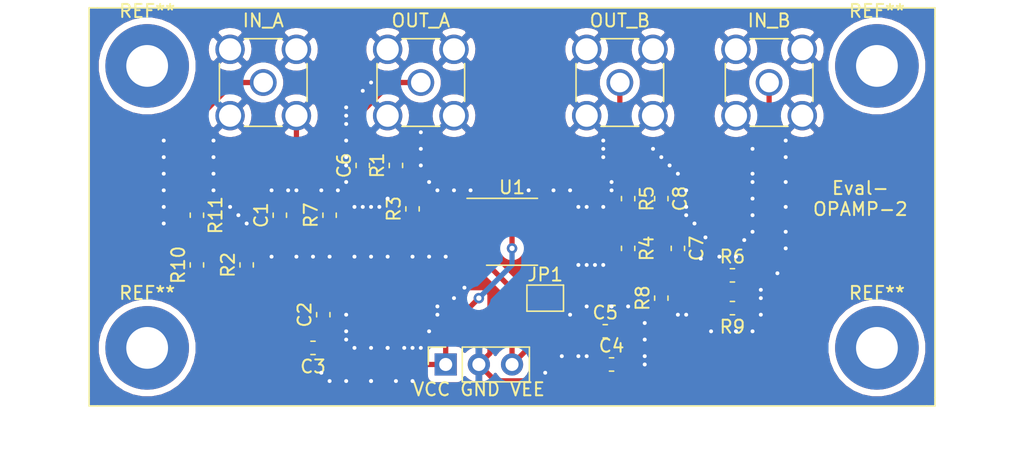
<source format=kicad_pcb>
(kicad_pcb (version 20171130) (host pcbnew "(5.1.2)-2")

  (general
    (thickness 1.6)
    (drawings 13)
    (tracks 230)
    (zones 0)
    (modules 30)
    (nets 16)
  )

  (page A4)
  (layers
    (0 F.Cu signal)
    (31 B.Cu signal)
    (32 B.Adhes user)
    (33 F.Adhes user)
    (34 B.Paste user)
    (35 F.Paste user)
    (36 B.SilkS user)
    (37 F.SilkS user)
    (38 B.Mask user)
    (39 F.Mask user)
    (40 Dwgs.User user)
    (41 Cmts.User user)
    (42 Eco1.User user)
    (43 Eco2.User user)
    (44 Edge.Cuts user)
    (45 Margin user)
    (46 B.CrtYd user)
    (47 F.CrtYd user)
    (48 B.Fab user)
    (49 F.Fab user)
  )

  (setup
    (last_trace_width 0.25)
    (user_trace_width 0.4)
    (trace_clearance 0.2)
    (zone_clearance 0.508)
    (zone_45_only no)
    (trace_min 0.2)
    (via_size 0.8)
    (via_drill 0.4)
    (via_min_size 0.4)
    (via_min_drill 0.3)
    (user_via 0.4 0.3)
    (uvia_size 0.3)
    (uvia_drill 0.1)
    (uvias_allowed no)
    (uvia_min_size 0.2)
    (uvia_min_drill 0.1)
    (edge_width 0.05)
    (segment_width 0.2)
    (pcb_text_width 0.3)
    (pcb_text_size 1.5 1.5)
    (mod_edge_width 0.12)
    (mod_text_size 1 1)
    (mod_text_width 0.15)
    (pad_size 0.3 0.3)
    (pad_drill 0)
    (pad_to_mask_clearance 0.051)
    (solder_mask_min_width 0.25)
    (aux_axis_origin 0 0)
    (visible_elements 7FFFFFFF)
    (pcbplotparams
      (layerselection 0x010f0_ffffffff)
      (usegerberextensions false)
      (usegerberattributes false)
      (usegerberadvancedattributes false)
      (creategerberjobfile false)
      (excludeedgelayer true)
      (linewidth 0.100000)
      (plotframeref false)
      (viasonmask false)
      (mode 1)
      (useauxorigin false)
      (hpglpennumber 1)
      (hpglpenspeed 20)
      (hpglpendiameter 15.000000)
      (psnegative false)
      (psa4output false)
      (plotreference true)
      (plotvalue true)
      (plotinvisibletext false)
      (padsonsilk false)
      (subtractmaskfromsilk false)
      (outputformat 1)
      (mirror false)
      (drillshape 0)
      (scaleselection 1)
      (outputdirectory "./"))
  )

  (net 0 "")
  (net 1 GND)
  (net 2 "Net-(C1-Pad1)")
  (net 3 "Net-(C2-Pad1)")
  (net 4 "Net-(C4-Pad1)")
  (net 5 "Net-(C6-Pad1)")
  (net 6 "Net-(C6-Pad2)")
  (net 7 "Net-(C7-Pad1)")
  (net 8 "Net-(C8-Pad1)")
  (net 9 "Net-(C8-Pad2)")
  (net 10 "Net-(J1-Pad1)")
  (net 11 "Net-(J4-Pad1)")
  (net 12 "Net-(R11-Pad1)")
  (net 13 "Net-(R3-Pad1)")
  (net 14 "Net-(R4-Pad2)")
  (net 15 "Net-(R8-Pad2)")

  (net_class Default 这是默认网络类。
    (clearance 0.2)
    (trace_width 0.25)
    (via_dia 0.8)
    (via_drill 0.4)
    (uvia_dia 0.3)
    (uvia_drill 0.1)
    (add_net GND)
    (add_net "Net-(C1-Pad1)")
    (add_net "Net-(C2-Pad1)")
    (add_net "Net-(C4-Pad1)")
    (add_net "Net-(C6-Pad1)")
    (add_net "Net-(C6-Pad2)")
    (add_net "Net-(C7-Pad1)")
    (add_net "Net-(C8-Pad1)")
    (add_net "Net-(C8-Pad2)")
    (add_net "Net-(J1-Pad1)")
    (add_net "Net-(J4-Pad1)")
    (add_net "Net-(R11-Pad1)")
    (add_net "Net-(R3-Pad1)")
    (add_net "Net-(R4-Pad2)")
    (add_net "Net-(R8-Pad2)")
  )

  (module MountingHole:MountingHole_3.2mm_M3_Pad (layer F.Cu) (tedit 56D1B4CB) (tstamp 5D1E4771)
    (at 175.26 92.71)
    (descr "Mounting Hole 3.2mm, M3")
    (tags "mounting hole 3.2mm m3")
    (attr virtual)
    (fp_text reference REF** (at 0 -4.2) (layer F.SilkS)
      (effects (font (size 1 1) (thickness 0.15)))
    )
    (fp_text value MountingHole_3.2mm_M3_Pad (at 0 4.2) (layer F.Fab)
      (effects (font (size 1 1) (thickness 0.15)))
    )
    (fp_circle (center 0 0) (end 3.45 0) (layer F.CrtYd) (width 0.05))
    (fp_circle (center 0 0) (end 3.2 0) (layer Cmts.User) (width 0.15))
    (fp_text user %R (at 0.3 0) (layer F.Fab)
      (effects (font (size 1 1) (thickness 0.15)))
    )
    (pad 1 thru_hole circle (at 0 0) (size 6.4 6.4) (drill 3.2) (layers *.Cu *.Mask))
  )

  (module MountingHole:MountingHole_3.2mm_M3_Pad (layer F.Cu) (tedit 56D1B4CB) (tstamp 5D1E474D)
    (at 119.38 92.71)
    (descr "Mounting Hole 3.2mm, M3")
    (tags "mounting hole 3.2mm m3")
    (attr virtual)
    (fp_text reference REF** (at 0 -4.2) (layer F.SilkS)
      (effects (font (size 1 1) (thickness 0.15)))
    )
    (fp_text value MountingHole_3.2mm_M3_Pad (at 0 4.2) (layer F.Fab)
      (effects (font (size 1 1) (thickness 0.15)))
    )
    (fp_circle (center 0 0) (end 3.45 0) (layer F.CrtYd) (width 0.05))
    (fp_circle (center 0 0) (end 3.2 0) (layer Cmts.User) (width 0.15))
    (fp_text user %R (at 0.3 0) (layer F.Fab)
      (effects (font (size 1 1) (thickness 0.15)))
    )
    (pad 1 thru_hole circle (at 0 0) (size 6.4 6.4) (drill 3.2) (layers *.Cu *.Mask))
  )

  (module MountingHole:MountingHole_3.2mm_M3_Pad (layer F.Cu) (tedit 56D1B4CB) (tstamp 5D1E4729)
    (at 175.26 71.12)
    (descr "Mounting Hole 3.2mm, M3")
    (tags "mounting hole 3.2mm m3")
    (attr virtual)
    (fp_text reference REF** (at 0 -4.2) (layer F.SilkS)
      (effects (font (size 1 1) (thickness 0.15)))
    )
    (fp_text value MountingHole_3.2mm_M3_Pad (at 0 4.2) (layer F.Fab)
      (effects (font (size 1 1) (thickness 0.15)))
    )
    (fp_circle (center 0 0) (end 3.45 0) (layer F.CrtYd) (width 0.05))
    (fp_circle (center 0 0) (end 3.2 0) (layer Cmts.User) (width 0.15))
    (fp_text user %R (at 0.3 0) (layer F.Fab)
      (effects (font (size 1 1) (thickness 0.15)))
    )
    (pad 1 thru_hole circle (at 0 0) (size 6.4 6.4) (drill 3.2) (layers *.Cu *.Mask))
  )

  (module MountingHole:MountingHole_3.2mm_M3_Pad (layer F.Cu) (tedit 56D1B4CB) (tstamp 5D1E4705)
    (at 119.38 71.12)
    (descr "Mounting Hole 3.2mm, M3")
    (tags "mounting hole 3.2mm m3")
    (attr virtual)
    (fp_text reference REF** (at 0 -4.2) (layer F.SilkS)
      (effects (font (size 1 1) (thickness 0.15)))
    )
    (fp_text value MountingHole_3.2mm_M3_Pad (at 0 4.2) (layer F.Fab)
      (effects (font (size 1 1) (thickness 0.15)))
    )
    (fp_circle (center 0 0) (end 3.45 0) (layer F.CrtYd) (width 0.05))
    (fp_circle (center 0 0) (end 3.2 0) (layer Cmts.User) (width 0.15))
    (fp_text user %R (at 0.3 0) (layer F.Fab)
      (effects (font (size 1 1) (thickness 0.15)))
    )
    (pad 1 thru_hole circle (at 0 0) (size 6.4 6.4) (drill 3.2) (layers *.Cu *.Mask))
  )

  (module Connector_Coaxial:SMA_Amphenol_132134-11_Vertical (layer F.Cu) (tedit 5B2F4C93) (tstamp 5D1E1380)
    (at 167.005 72.39)
    (descr https://www.amphenolrf.com/downloads/dl/file/id/3406/product/2975/132134_11_customer_drawing.pdf)
    (tags "SMA THT Female Jack Vertical ExtendedLegs")
    (path /5D207326)
    (fp_text reference IN_B (at 0 -4.75) (layer F.SilkS)
      (effects (font (size 1 1) (thickness 0.15)))
    )
    (fp_text value IN_B (at 0 5) (layer F.Fab)
      (effects (font (size 1 1) (thickness 0.15)))
    )
    (fp_text user %R (at 0 0) (layer F.Fab)
      (effects (font (size 1 1) (thickness 0.15)))
    )
    (fp_line (start -1.45 -3.355) (end 1.45 -3.355) (layer F.SilkS) (width 0.12))
    (fp_line (start -1.45 3.355) (end 1.45 3.355) (layer F.SilkS) (width 0.12))
    (fp_line (start 3.355 -1.45) (end 3.355 1.45) (layer F.SilkS) (width 0.12))
    (fp_line (start -3.355 -1.45) (end -3.355 1.45) (layer F.SilkS) (width 0.12))
    (fp_line (start 3.175 -3.175) (end 3.175 3.175) (layer F.Fab) (width 0.1))
    (fp_line (start -3.175 3.175) (end 3.175 3.175) (layer F.Fab) (width 0.1))
    (fp_line (start -3.175 -3.175) (end -3.175 3.175) (layer F.Fab) (width 0.1))
    (fp_line (start -3.175 -3.175) (end 3.175 -3.175) (layer F.Fab) (width 0.1))
    (fp_line (start -4.17 -4.17) (end 4.17 -4.17) (layer F.CrtYd) (width 0.05))
    (fp_line (start -4.17 -4.17) (end -4.17 4.17) (layer F.CrtYd) (width 0.05))
    (fp_line (start 4.17 4.17) (end 4.17 -4.17) (layer F.CrtYd) (width 0.05))
    (fp_line (start 4.17 4.17) (end -4.17 4.17) (layer F.CrtYd) (width 0.05))
    (fp_circle (center 0 0) (end 3.175 0) (layer F.Fab) (width 0.1))
    (pad 2 thru_hole circle (at -2.54 2.54) (size 2.25 2.25) (drill 1.7) (layers *.Cu *.Mask)
      (net 1 GND))
    (pad 2 thru_hole circle (at -2.54 -2.54) (size 2.25 2.25) (drill 1.7) (layers *.Cu *.Mask)
      (net 1 GND))
    (pad 2 thru_hole circle (at 2.54 -2.54) (size 2.25 2.25) (drill 1.7) (layers *.Cu *.Mask)
      (net 1 GND))
    (pad 2 thru_hole circle (at 2.54 2.54) (size 2.25 2.25) (drill 1.7) (layers *.Cu *.Mask)
      (net 1 GND))
    (pad 1 thru_hole circle (at 0 0) (size 2.05 2.05) (drill 1.5) (layers *.Cu *.Mask)
      (net 11 "Net-(J4-Pad1)"))
    (model ${KISYS3DMOD}/Connector_Coaxial.3dshapes/SMA_Amphenol_132134-11_Vertical.wrl
      (at (xyz 0 0 0))
      (scale (xyz 1 1 1))
      (rotate (xyz 0 0 0))
    )
  )

  (module Jumper:SolderJumper-2_P1.3mm_Open_TrianglePad1.0x1.5mm (layer F.Cu) (tedit 5D1E1124) (tstamp 5D1E3D0E)
    (at 149.86 88.9)
    (descr "SMD Solder Jumper, 1x1.5mm Triangular Pads, 0.3mm gap, open")
    (tags "solder jumper open")
    (attr virtual)
    (fp_text reference JP1 (at 0 -1.8) (layer F.SilkS)
      (effects (font (size 1 1) (thickness 0.15)))
    )
    (fp_text value SolderJumper-2_P1.3mm_Open_TrianglePad1.0x1.5mm (at 0 1.9) (layer F.Fab)
      (effects (font (size 1 1) (thickness 0.15)))
    )
    (fp_line (start 1.65 1.25) (end -1.65 1.25) (layer F.CrtYd) (width 0.05))
    (fp_line (start 1.65 1.25) (end 1.65 -1.25) (layer F.CrtYd) (width 0.05))
    (fp_line (start -1.65 -1.25) (end -1.65 1.25) (layer F.CrtYd) (width 0.05))
    (fp_line (start -1.65 -1.25) (end 1.65 -1.25) (layer F.CrtYd) (width 0.05))
    (fp_line (start -1.4 -1) (end 1.4 -1) (layer F.SilkS) (width 0.12))
    (fp_line (start 1.4 -1) (end 1.4 1) (layer F.SilkS) (width 0.12))
    (fp_line (start 1.4 1) (end -1.4 1) (layer F.SilkS) (width 0.12))
    (fp_line (start -1.4 1) (end -1.4 -1) (layer F.SilkS) (width 0.12))
    (pad 1 smd custom (at -0.725 0) (size 0.3 0.3) (layers F.Cu F.Mask)
      (net 4 "Net-(C4-Pad1)") (zone_connect 2)
      (options (clearance outline) (anchor rect))
      (primitives
        (gr_poly (pts
           (xy -0.5 -0.75) (xy 0.5 -0.75) (xy 1 0) (xy 0.5 0.75) (xy -0.5 0.75)
) (width 0))
      ))
    (pad 2 smd custom (at 0.725 0) (size 0.3 0.3) (layers F.Cu F.Mask)
      (net 1 GND) (zone_connect 2)
      (options (clearance outline) (anchor rect))
      (primitives
        (gr_poly (pts
           (xy -0.65 -0.75) (xy 0.5 -0.75) (xy 0.5 0.75) (xy -0.65 0.75) (xy -0.15 0)
) (width 0))
      ))
  )

  (module Capacitor_SMD:C_0603_1608Metric (layer F.Cu) (tedit 5B301BBE) (tstamp 5D1E12AD)
    (at 129.54 82.55 90)
    (descr "Capacitor SMD 0603 (1608 Metric), square (rectangular) end terminal, IPC_7351 nominal, (Body size source: http://www.tortai-tech.com/upload/download/2011102023233369053.pdf), generated with kicad-footprint-generator")
    (tags capacitor)
    (path /5D1BBABB)
    (attr smd)
    (fp_text reference C1 (at 0 -1.43 90) (layer F.SilkS)
      (effects (font (size 1 1) (thickness 0.15)))
    )
    (fp_text value 100pF (at 0 1.43 90) (layer F.Fab)
      (effects (font (size 1 1) (thickness 0.15)))
    )
    (fp_text user %R (at 0 0 90) (layer F.Fab)
      (effects (font (size 0.4 0.4) (thickness 0.06)))
    )
    (fp_line (start 1.48 0.73) (end -1.48 0.73) (layer F.CrtYd) (width 0.05))
    (fp_line (start 1.48 -0.73) (end 1.48 0.73) (layer F.CrtYd) (width 0.05))
    (fp_line (start -1.48 -0.73) (end 1.48 -0.73) (layer F.CrtYd) (width 0.05))
    (fp_line (start -1.48 0.73) (end -1.48 -0.73) (layer F.CrtYd) (width 0.05))
    (fp_line (start -0.162779 0.51) (end 0.162779 0.51) (layer F.SilkS) (width 0.12))
    (fp_line (start -0.162779 -0.51) (end 0.162779 -0.51) (layer F.SilkS) (width 0.12))
    (fp_line (start 0.8 0.4) (end -0.8 0.4) (layer F.Fab) (width 0.1))
    (fp_line (start 0.8 -0.4) (end 0.8 0.4) (layer F.Fab) (width 0.1))
    (fp_line (start -0.8 -0.4) (end 0.8 -0.4) (layer F.Fab) (width 0.1))
    (fp_line (start -0.8 0.4) (end -0.8 -0.4) (layer F.Fab) (width 0.1))
    (pad 2 smd roundrect (at 0.7875 0 90) (size 0.875 0.95) (layers F.Cu F.Paste F.Mask) (roundrect_rratio 0.25)
      (net 1 GND))
    (pad 1 smd roundrect (at -0.7875 0 90) (size 0.875 0.95) (layers F.Cu F.Paste F.Mask) (roundrect_rratio 0.25)
      (net 2 "Net-(C1-Pad1)"))
    (model ${KISYS3DMOD}/Capacitor_SMD.3dshapes/C_0603_1608Metric.wrl
      (at (xyz 0 0 0))
      (scale (xyz 1 1 1))
      (rotate (xyz 0 0 0))
    )
  )

  (module Capacitor_SMD:C_0603_1608Metric (layer F.Cu) (tedit 5B301BBE) (tstamp 5D1E12BE)
    (at 132.8675 90.17 90)
    (descr "Capacitor SMD 0603 (1608 Metric), square (rectangular) end terminal, IPC_7351 nominal, (Body size source: http://www.tortai-tech.com/upload/download/2011102023233369053.pdf), generated with kicad-footprint-generator")
    (tags capacitor)
    (path /5D1DDD6E)
    (attr smd)
    (fp_text reference C2 (at 0 -1.43 90) (layer F.SilkS)
      (effects (font (size 1 1) (thickness 0.15)))
    )
    (fp_text value 10uf (at 0 1.43 90) (layer F.Fab)
      (effects (font (size 1 1) (thickness 0.15)))
    )
    (fp_text user %R (at 0 0 90) (layer F.Fab)
      (effects (font (size 0.4 0.4) (thickness 0.06)))
    )
    (fp_line (start 1.48 0.73) (end -1.48 0.73) (layer F.CrtYd) (width 0.05))
    (fp_line (start 1.48 -0.73) (end 1.48 0.73) (layer F.CrtYd) (width 0.05))
    (fp_line (start -1.48 -0.73) (end 1.48 -0.73) (layer F.CrtYd) (width 0.05))
    (fp_line (start -1.48 0.73) (end -1.48 -0.73) (layer F.CrtYd) (width 0.05))
    (fp_line (start -0.162779 0.51) (end 0.162779 0.51) (layer F.SilkS) (width 0.12))
    (fp_line (start -0.162779 -0.51) (end 0.162779 -0.51) (layer F.SilkS) (width 0.12))
    (fp_line (start 0.8 0.4) (end -0.8 0.4) (layer F.Fab) (width 0.1))
    (fp_line (start 0.8 -0.4) (end 0.8 0.4) (layer F.Fab) (width 0.1))
    (fp_line (start -0.8 -0.4) (end 0.8 -0.4) (layer F.Fab) (width 0.1))
    (fp_line (start -0.8 0.4) (end -0.8 -0.4) (layer F.Fab) (width 0.1))
    (pad 2 smd roundrect (at 0.7875 0 90) (size 0.875 0.95) (layers F.Cu F.Paste F.Mask) (roundrect_rratio 0.25)
      (net 1 GND))
    (pad 1 smd roundrect (at -0.7875 0 90) (size 0.875 0.95) (layers F.Cu F.Paste F.Mask) (roundrect_rratio 0.25)
      (net 3 "Net-(C2-Pad1)"))
    (model ${KISYS3DMOD}/Capacitor_SMD.3dshapes/C_0603_1608Metric.wrl
      (at (xyz 0 0 0))
      (scale (xyz 1 1 1))
      (rotate (xyz 0 0 0))
    )
  )

  (module Capacitor_SMD:C_0603_1608Metric (layer F.Cu) (tedit 5B301BBE) (tstamp 5D1E12CF)
    (at 132.08 92.71 180)
    (descr "Capacitor SMD 0603 (1608 Metric), square (rectangular) end terminal, IPC_7351 nominal, (Body size source: http://www.tortai-tech.com/upload/download/2011102023233369053.pdf), generated with kicad-footprint-generator")
    (tags capacitor)
    (path /5D1DD870)
    (attr smd)
    (fp_text reference C3 (at 0 -1.43) (layer F.SilkS)
      (effects (font (size 1 1) (thickness 0.15)))
    )
    (fp_text value 0.1uf (at 0 1.43) (layer F.Fab)
      (effects (font (size 1 1) (thickness 0.15)))
    )
    (fp_line (start -0.8 0.4) (end -0.8 -0.4) (layer F.Fab) (width 0.1))
    (fp_line (start -0.8 -0.4) (end 0.8 -0.4) (layer F.Fab) (width 0.1))
    (fp_line (start 0.8 -0.4) (end 0.8 0.4) (layer F.Fab) (width 0.1))
    (fp_line (start 0.8 0.4) (end -0.8 0.4) (layer F.Fab) (width 0.1))
    (fp_line (start -0.162779 -0.51) (end 0.162779 -0.51) (layer F.SilkS) (width 0.12))
    (fp_line (start -0.162779 0.51) (end 0.162779 0.51) (layer F.SilkS) (width 0.12))
    (fp_line (start -1.48 0.73) (end -1.48 -0.73) (layer F.CrtYd) (width 0.05))
    (fp_line (start -1.48 -0.73) (end 1.48 -0.73) (layer F.CrtYd) (width 0.05))
    (fp_line (start 1.48 -0.73) (end 1.48 0.73) (layer F.CrtYd) (width 0.05))
    (fp_line (start 1.48 0.73) (end -1.48 0.73) (layer F.CrtYd) (width 0.05))
    (fp_text user %R (at 0 0) (layer F.Fab)
      (effects (font (size 0.4 0.4) (thickness 0.06)))
    )
    (pad 1 smd roundrect (at -0.7875 0 180) (size 0.875 0.95) (layers F.Cu F.Paste F.Mask) (roundrect_rratio 0.25)
      (net 3 "Net-(C2-Pad1)"))
    (pad 2 smd roundrect (at 0.7875 0 180) (size 0.875 0.95) (layers F.Cu F.Paste F.Mask) (roundrect_rratio 0.25)
      (net 1 GND))
    (model ${KISYS3DMOD}/Capacitor_SMD.3dshapes/C_0603_1608Metric.wrl
      (at (xyz 0 0 0))
      (scale (xyz 1 1 1))
      (rotate (xyz 0 0 0))
    )
  )

  (module Capacitor_SMD:C_0603_1608Metric (layer F.Cu) (tedit 5B301BBE) (tstamp 5D1E12E0)
    (at 154.94 93.98)
    (descr "Capacitor SMD 0603 (1608 Metric), square (rectangular) end terminal, IPC_7351 nominal, (Body size source: http://www.tortai-tech.com/upload/download/2011102023233369053.pdf), generated with kicad-footprint-generator")
    (tags capacitor)
    (path /5D1DCAC1)
    (attr smd)
    (fp_text reference C4 (at 0 -1.43) (layer F.SilkS)
      (effects (font (size 1 1) (thickness 0.15)))
    )
    (fp_text value 10uf (at 0 1.43) (layer F.Fab)
      (effects (font (size 1 1) (thickness 0.15)))
    )
    (fp_text user %R (at 0 0) (layer F.Fab)
      (effects (font (size 0.4 0.4) (thickness 0.06)))
    )
    (fp_line (start 1.48 0.73) (end -1.48 0.73) (layer F.CrtYd) (width 0.05))
    (fp_line (start 1.48 -0.73) (end 1.48 0.73) (layer F.CrtYd) (width 0.05))
    (fp_line (start -1.48 -0.73) (end 1.48 -0.73) (layer F.CrtYd) (width 0.05))
    (fp_line (start -1.48 0.73) (end -1.48 -0.73) (layer F.CrtYd) (width 0.05))
    (fp_line (start -0.162779 0.51) (end 0.162779 0.51) (layer F.SilkS) (width 0.12))
    (fp_line (start -0.162779 -0.51) (end 0.162779 -0.51) (layer F.SilkS) (width 0.12))
    (fp_line (start 0.8 0.4) (end -0.8 0.4) (layer F.Fab) (width 0.1))
    (fp_line (start 0.8 -0.4) (end 0.8 0.4) (layer F.Fab) (width 0.1))
    (fp_line (start -0.8 -0.4) (end 0.8 -0.4) (layer F.Fab) (width 0.1))
    (fp_line (start -0.8 0.4) (end -0.8 -0.4) (layer F.Fab) (width 0.1))
    (pad 2 smd roundrect (at 0.7875 0) (size 0.875 0.95) (layers F.Cu F.Paste F.Mask) (roundrect_rratio 0.25)
      (net 1 GND))
    (pad 1 smd roundrect (at -0.7875 0) (size 0.875 0.95) (layers F.Cu F.Paste F.Mask) (roundrect_rratio 0.25)
      (net 4 "Net-(C4-Pad1)"))
    (model ${KISYS3DMOD}/Capacitor_SMD.3dshapes/C_0603_1608Metric.wrl
      (at (xyz 0 0 0))
      (scale (xyz 1 1 1))
      (rotate (xyz 0 0 0))
    )
  )

  (module Capacitor_SMD:C_0603_1608Metric (layer F.Cu) (tedit 5B301BBE) (tstamp 5D1E12F1)
    (at 154.4575 91.44)
    (descr "Capacitor SMD 0603 (1608 Metric), square (rectangular) end terminal, IPC_7351 nominal, (Body size source: http://www.tortai-tech.com/upload/download/2011102023233369053.pdf), generated with kicad-footprint-generator")
    (tags capacitor)
    (path /5D1D659F)
    (attr smd)
    (fp_text reference C5 (at 0 -1.43) (layer F.SilkS)
      (effects (font (size 1 1) (thickness 0.15)))
    )
    (fp_text value 0.1uf (at 0 1.43) (layer F.Fab)
      (effects (font (size 1 1) (thickness 0.15)))
    )
    (fp_line (start -0.8 0.4) (end -0.8 -0.4) (layer F.Fab) (width 0.1))
    (fp_line (start -0.8 -0.4) (end 0.8 -0.4) (layer F.Fab) (width 0.1))
    (fp_line (start 0.8 -0.4) (end 0.8 0.4) (layer F.Fab) (width 0.1))
    (fp_line (start 0.8 0.4) (end -0.8 0.4) (layer F.Fab) (width 0.1))
    (fp_line (start -0.162779 -0.51) (end 0.162779 -0.51) (layer F.SilkS) (width 0.12))
    (fp_line (start -0.162779 0.51) (end 0.162779 0.51) (layer F.SilkS) (width 0.12))
    (fp_line (start -1.48 0.73) (end -1.48 -0.73) (layer F.CrtYd) (width 0.05))
    (fp_line (start -1.48 -0.73) (end 1.48 -0.73) (layer F.CrtYd) (width 0.05))
    (fp_line (start 1.48 -0.73) (end 1.48 0.73) (layer F.CrtYd) (width 0.05))
    (fp_line (start 1.48 0.73) (end -1.48 0.73) (layer F.CrtYd) (width 0.05))
    (fp_text user %R (at 0 0) (layer F.Fab)
      (effects (font (size 0.4 0.4) (thickness 0.06)))
    )
    (pad 1 smd roundrect (at -0.7875 0) (size 0.875 0.95) (layers F.Cu F.Paste F.Mask) (roundrect_rratio 0.25)
      (net 4 "Net-(C4-Pad1)"))
    (pad 2 smd roundrect (at 0.7875 0) (size 0.875 0.95) (layers F.Cu F.Paste F.Mask) (roundrect_rratio 0.25)
      (net 1 GND))
    (model ${KISYS3DMOD}/Capacitor_SMD.3dshapes/C_0603_1608Metric.wrl
      (at (xyz 0 0 0))
      (scale (xyz 1 1 1))
      (rotate (xyz 0 0 0))
    )
  )

  (module Capacitor_SMD:C_0603_1608Metric (layer F.Cu) (tedit 5B301BBE) (tstamp 5D1E1302)
    (at 135.89 78.74 90)
    (descr "Capacitor SMD 0603 (1608 Metric), square (rectangular) end terminal, IPC_7351 nominal, (Body size source: http://www.tortai-tech.com/upload/download/2011102023233369053.pdf), generated with kicad-footprint-generator")
    (tags capacitor)
    (path /5D1F4078)
    (attr smd)
    (fp_text reference C6 (at 0 -1.43 90) (layer F.SilkS)
      (effects (font (size 1 1) (thickness 0.15)))
    )
    (fp_text value 100pF (at 0 1.43 90) (layer F.Fab)
      (effects (font (size 1 1) (thickness 0.15)))
    )
    (fp_line (start -0.8 0.4) (end -0.8 -0.4) (layer F.Fab) (width 0.1))
    (fp_line (start -0.8 -0.4) (end 0.8 -0.4) (layer F.Fab) (width 0.1))
    (fp_line (start 0.8 -0.4) (end 0.8 0.4) (layer F.Fab) (width 0.1))
    (fp_line (start 0.8 0.4) (end -0.8 0.4) (layer F.Fab) (width 0.1))
    (fp_line (start -0.162779 -0.51) (end 0.162779 -0.51) (layer F.SilkS) (width 0.12))
    (fp_line (start -0.162779 0.51) (end 0.162779 0.51) (layer F.SilkS) (width 0.12))
    (fp_line (start -1.48 0.73) (end -1.48 -0.73) (layer F.CrtYd) (width 0.05))
    (fp_line (start -1.48 -0.73) (end 1.48 -0.73) (layer F.CrtYd) (width 0.05))
    (fp_line (start 1.48 -0.73) (end 1.48 0.73) (layer F.CrtYd) (width 0.05))
    (fp_line (start 1.48 0.73) (end -1.48 0.73) (layer F.CrtYd) (width 0.05))
    (fp_text user %R (at 0 0 90) (layer F.Fab)
      (effects (font (size 0.4 0.4) (thickness 0.06)))
    )
    (pad 1 smd roundrect (at -0.7875 0 90) (size 0.875 0.95) (layers F.Cu F.Paste F.Mask) (roundrect_rratio 0.25)
      (net 5 "Net-(C6-Pad1)"))
    (pad 2 smd roundrect (at 0.7875 0 90) (size 0.875 0.95) (layers F.Cu F.Paste F.Mask) (roundrect_rratio 0.25)
      (net 6 "Net-(C6-Pad2)"))
    (model ${KISYS3DMOD}/Capacitor_SMD.3dshapes/C_0603_1608Metric.wrl
      (at (xyz 0 0 0))
      (scale (xyz 1 1 1))
      (rotate (xyz 0 0 0))
    )
  )

  (module Capacitor_SMD:C_0603_1608Metric (layer F.Cu) (tedit 5B301BBE) (tstamp 5D1E1313)
    (at 160.02 85.09 270)
    (descr "Capacitor SMD 0603 (1608 Metric), square (rectangular) end terminal, IPC_7351 nominal, (Body size source: http://www.tortai-tech.com/upload/download/2011102023233369053.pdf), generated with kicad-footprint-generator")
    (tags capacitor)
    (path /5D21F1D3)
    (attr smd)
    (fp_text reference C7 (at 0 -1.43 90) (layer F.SilkS)
      (effects (font (size 1 1) (thickness 0.15)))
    )
    (fp_text value 100pF (at 0 1.43 90) (layer F.Fab)
      (effects (font (size 1 1) (thickness 0.15)))
    )
    (fp_text user %R (at 0 0 90) (layer F.Fab)
      (effects (font (size 0.4 0.4) (thickness 0.06)))
    )
    (fp_line (start 1.48 0.73) (end -1.48 0.73) (layer F.CrtYd) (width 0.05))
    (fp_line (start 1.48 -0.73) (end 1.48 0.73) (layer F.CrtYd) (width 0.05))
    (fp_line (start -1.48 -0.73) (end 1.48 -0.73) (layer F.CrtYd) (width 0.05))
    (fp_line (start -1.48 0.73) (end -1.48 -0.73) (layer F.CrtYd) (width 0.05))
    (fp_line (start -0.162779 0.51) (end 0.162779 0.51) (layer F.SilkS) (width 0.12))
    (fp_line (start -0.162779 -0.51) (end 0.162779 -0.51) (layer F.SilkS) (width 0.12))
    (fp_line (start 0.8 0.4) (end -0.8 0.4) (layer F.Fab) (width 0.1))
    (fp_line (start 0.8 -0.4) (end 0.8 0.4) (layer F.Fab) (width 0.1))
    (fp_line (start -0.8 -0.4) (end 0.8 -0.4) (layer F.Fab) (width 0.1))
    (fp_line (start -0.8 0.4) (end -0.8 -0.4) (layer F.Fab) (width 0.1))
    (pad 2 smd roundrect (at 0.7875 0 270) (size 0.875 0.95) (layers F.Cu F.Paste F.Mask) (roundrect_rratio 0.25)
      (net 1 GND))
    (pad 1 smd roundrect (at -0.7875 0 270) (size 0.875 0.95) (layers F.Cu F.Paste F.Mask) (roundrect_rratio 0.25)
      (net 7 "Net-(C7-Pad1)"))
    (model ${KISYS3DMOD}/Capacitor_SMD.3dshapes/C_0603_1608Metric.wrl
      (at (xyz 0 0 0))
      (scale (xyz 1 1 1))
      (rotate (xyz 0 0 0))
    )
  )

  (module Capacitor_SMD:C_0603_1608Metric (layer F.Cu) (tedit 5B301BBE) (tstamp 5D1E1324)
    (at 158.75 81.28 270)
    (descr "Capacitor SMD 0603 (1608 Metric), square (rectangular) end terminal, IPC_7351 nominal, (Body size source: http://www.tortai-tech.com/upload/download/2011102023233369053.pdf), generated with kicad-footprint-generator")
    (tags capacitor)
    (path /5D20CD40)
    (attr smd)
    (fp_text reference C8 (at 0 -1.43 90) (layer F.SilkS)
      (effects (font (size 1 1) (thickness 0.15)))
    )
    (fp_text value 100pF (at 0 1.43 90) (layer F.Fab)
      (effects (font (size 1 1) (thickness 0.15)))
    )
    (fp_line (start -0.8 0.4) (end -0.8 -0.4) (layer F.Fab) (width 0.1))
    (fp_line (start -0.8 -0.4) (end 0.8 -0.4) (layer F.Fab) (width 0.1))
    (fp_line (start 0.8 -0.4) (end 0.8 0.4) (layer F.Fab) (width 0.1))
    (fp_line (start 0.8 0.4) (end -0.8 0.4) (layer F.Fab) (width 0.1))
    (fp_line (start -0.162779 -0.51) (end 0.162779 -0.51) (layer F.SilkS) (width 0.12))
    (fp_line (start -0.162779 0.51) (end 0.162779 0.51) (layer F.SilkS) (width 0.12))
    (fp_line (start -1.48 0.73) (end -1.48 -0.73) (layer F.CrtYd) (width 0.05))
    (fp_line (start -1.48 -0.73) (end 1.48 -0.73) (layer F.CrtYd) (width 0.05))
    (fp_line (start 1.48 -0.73) (end 1.48 0.73) (layer F.CrtYd) (width 0.05))
    (fp_line (start 1.48 0.73) (end -1.48 0.73) (layer F.CrtYd) (width 0.05))
    (fp_text user %R (at 0 0 90) (layer F.Fab)
      (effects (font (size 0.4 0.4) (thickness 0.06)))
    )
    (pad 1 smd roundrect (at -0.7875 0 270) (size 0.875 0.95) (layers F.Cu F.Paste F.Mask) (roundrect_rratio 0.25)
      (net 8 "Net-(C8-Pad1)"))
    (pad 2 smd roundrect (at 0.7875 0 270) (size 0.875 0.95) (layers F.Cu F.Paste F.Mask) (roundrect_rratio 0.25)
      (net 9 "Net-(C8-Pad2)"))
    (model ${KISYS3DMOD}/Capacitor_SMD.3dshapes/C_0603_1608Metric.wrl
      (at (xyz 0 0 0))
      (scale (xyz 1 1 1))
      (rotate (xyz 0 0 0))
    )
  )

  (module Connector_Coaxial:SMA_Amphenol_132134-11_Vertical (layer F.Cu) (tedit 5B2F4C93) (tstamp 5D1E133B)
    (at 128.27 72.39)
    (descr https://www.amphenolrf.com/downloads/dl/file/id/3406/product/2975/132134_11_customer_drawing.pdf)
    (tags "SMA THT Female Jack Vertical ExtendedLegs")
    (path /5D1C6A54)
    (fp_text reference IN_A (at 0 -4.75) (layer F.SilkS)
      (effects (font (size 1 1) (thickness 0.15)))
    )
    (fp_text value IN_A (at 0 5) (layer F.Fab)
      (effects (font (size 1 1) (thickness 0.15)))
    )
    (fp_text user %R (at 0 0) (layer F.Fab)
      (effects (font (size 1 1) (thickness 0.15)))
    )
    (fp_line (start -1.45 -3.355) (end 1.45 -3.355) (layer F.SilkS) (width 0.12))
    (fp_line (start -1.45 3.355) (end 1.45 3.355) (layer F.SilkS) (width 0.12))
    (fp_line (start 3.355 -1.45) (end 3.355 1.45) (layer F.SilkS) (width 0.12))
    (fp_line (start -3.355 -1.45) (end -3.355 1.45) (layer F.SilkS) (width 0.12))
    (fp_line (start 3.175 -3.175) (end 3.175 3.175) (layer F.Fab) (width 0.1))
    (fp_line (start -3.175 3.175) (end 3.175 3.175) (layer F.Fab) (width 0.1))
    (fp_line (start -3.175 -3.175) (end -3.175 3.175) (layer F.Fab) (width 0.1))
    (fp_line (start -3.175 -3.175) (end 3.175 -3.175) (layer F.Fab) (width 0.1))
    (fp_line (start -4.17 -4.17) (end 4.17 -4.17) (layer F.CrtYd) (width 0.05))
    (fp_line (start -4.17 -4.17) (end -4.17 4.17) (layer F.CrtYd) (width 0.05))
    (fp_line (start 4.17 4.17) (end 4.17 -4.17) (layer F.CrtYd) (width 0.05))
    (fp_line (start 4.17 4.17) (end -4.17 4.17) (layer F.CrtYd) (width 0.05))
    (fp_circle (center 0 0) (end 3.175 0) (layer F.Fab) (width 0.1))
    (pad 2 thru_hole circle (at -2.54 2.54) (size 2.25 2.25) (drill 1.7) (layers *.Cu *.Mask)
      (net 1 GND))
    (pad 2 thru_hole circle (at -2.54 -2.54) (size 2.25 2.25) (drill 1.7) (layers *.Cu *.Mask)
      (net 1 GND))
    (pad 2 thru_hole circle (at 2.54 -2.54) (size 2.25 2.25) (drill 1.7) (layers *.Cu *.Mask)
      (net 1 GND))
    (pad 2 thru_hole circle (at 2.54 2.54) (size 2.25 2.25) (drill 1.7) (layers *.Cu *.Mask)
      (net 1 GND))
    (pad 1 thru_hole circle (at 0 0) (size 2.05 2.05) (drill 1.5) (layers *.Cu *.Mask)
      (net 10 "Net-(J1-Pad1)"))
    (model ${KISYS3DMOD}/Connector_Coaxial.3dshapes/SMA_Amphenol_132134-11_Vertical.wrl
      (at (xyz 0 0 0))
      (scale (xyz 1 1 1))
      (rotate (xyz 0 0 0))
    )
  )

  (module Connector_Coaxial:SMA_Amphenol_132134-11_Vertical (layer F.Cu) (tedit 5B2F4C93) (tstamp 5D1E1352)
    (at 140.335 72.39)
    (descr https://www.amphenolrf.com/downloads/dl/file/id/3406/product/2975/132134_11_customer_drawing.pdf)
    (tags "SMA THT Female Jack Vertical ExtendedLegs")
    (path /5D1C72EF)
    (fp_text reference OUT_A (at 0 -4.75) (layer F.SilkS)
      (effects (font (size 1 1) (thickness 0.15)))
    )
    (fp_text value OUT_A (at 0 5) (layer F.Fab)
      (effects (font (size 1 1) (thickness 0.15)))
    )
    (fp_circle (center 0 0) (end 3.175 0) (layer F.Fab) (width 0.1))
    (fp_line (start 4.17 4.17) (end -4.17 4.17) (layer F.CrtYd) (width 0.05))
    (fp_line (start 4.17 4.17) (end 4.17 -4.17) (layer F.CrtYd) (width 0.05))
    (fp_line (start -4.17 -4.17) (end -4.17 4.17) (layer F.CrtYd) (width 0.05))
    (fp_line (start -4.17 -4.17) (end 4.17 -4.17) (layer F.CrtYd) (width 0.05))
    (fp_line (start -3.175 -3.175) (end 3.175 -3.175) (layer F.Fab) (width 0.1))
    (fp_line (start -3.175 -3.175) (end -3.175 3.175) (layer F.Fab) (width 0.1))
    (fp_line (start -3.175 3.175) (end 3.175 3.175) (layer F.Fab) (width 0.1))
    (fp_line (start 3.175 -3.175) (end 3.175 3.175) (layer F.Fab) (width 0.1))
    (fp_line (start -3.355 -1.45) (end -3.355 1.45) (layer F.SilkS) (width 0.12))
    (fp_line (start 3.355 -1.45) (end 3.355 1.45) (layer F.SilkS) (width 0.12))
    (fp_line (start -1.45 3.355) (end 1.45 3.355) (layer F.SilkS) (width 0.12))
    (fp_line (start -1.45 -3.355) (end 1.45 -3.355) (layer F.SilkS) (width 0.12))
    (fp_text user %R (at 0 0) (layer F.Fab)
      (effects (font (size 1 1) (thickness 0.15)))
    )
    (pad 1 thru_hole circle (at 0 0) (size 2.05 2.05) (drill 1.5) (layers *.Cu *.Mask)
      (net 6 "Net-(C6-Pad2)"))
    (pad 2 thru_hole circle (at 2.54 2.54) (size 2.25 2.25) (drill 1.7) (layers *.Cu *.Mask)
      (net 1 GND))
    (pad 2 thru_hole circle (at 2.54 -2.54) (size 2.25 2.25) (drill 1.7) (layers *.Cu *.Mask)
      (net 1 GND))
    (pad 2 thru_hole circle (at -2.54 -2.54) (size 2.25 2.25) (drill 1.7) (layers *.Cu *.Mask)
      (net 1 GND))
    (pad 2 thru_hole circle (at -2.54 2.54) (size 2.25 2.25) (drill 1.7) (layers *.Cu *.Mask)
      (net 1 GND))
    (model ${KISYS3DMOD}/Connector_Coaxial.3dshapes/SMA_Amphenol_132134-11_Vertical.wrl
      (at (xyz 0 0 0))
      (scale (xyz 1 1 1))
      (rotate (xyz 0 0 0))
    )
  )

  (module Connector_PinSocket_2.54mm:PinSocket_1x03_P2.54mm_Vertical (layer F.Cu) (tedit 5A19A429) (tstamp 5D1E40A1)
    (at 142.24 93.98 90)
    (descr "Through hole straight socket strip, 1x03, 2.54mm pitch, single row (from Kicad 4.0.7), script generated")
    (tags "Through hole socket strip THT 1x03 2.54mm single row")
    (path /5D1D0B75)
    (fp_text reference "VCC GND VEE" (at -1.905 2.54 180) (layer F.SilkS)
      (effects (font (size 1 1) (thickness 0.15)))
    )
    (fp_text value Conn_01x03_Male (at 0 7.85 90) (layer F.Fab)
      (effects (font (size 1 1) (thickness 0.15)))
    )
    (fp_line (start -1.27 -1.27) (end 0.635 -1.27) (layer F.Fab) (width 0.1))
    (fp_line (start 0.635 -1.27) (end 1.27 -0.635) (layer F.Fab) (width 0.1))
    (fp_line (start 1.27 -0.635) (end 1.27 6.35) (layer F.Fab) (width 0.1))
    (fp_line (start 1.27 6.35) (end -1.27 6.35) (layer F.Fab) (width 0.1))
    (fp_line (start -1.27 6.35) (end -1.27 -1.27) (layer F.Fab) (width 0.1))
    (fp_line (start -1.33 1.27) (end 1.33 1.27) (layer F.SilkS) (width 0.12))
    (fp_line (start -1.33 1.27) (end -1.33 6.41) (layer F.SilkS) (width 0.12))
    (fp_line (start -1.33 6.41) (end 1.33 6.41) (layer F.SilkS) (width 0.12))
    (fp_line (start 1.33 1.27) (end 1.33 6.41) (layer F.SilkS) (width 0.12))
    (fp_line (start 1.33 -1.33) (end 1.33 0) (layer F.SilkS) (width 0.12))
    (fp_line (start 0 -1.33) (end 1.33 -1.33) (layer F.SilkS) (width 0.12))
    (fp_line (start -1.8 -1.8) (end 1.75 -1.8) (layer F.CrtYd) (width 0.05))
    (fp_line (start 1.75 -1.8) (end 1.75 6.85) (layer F.CrtYd) (width 0.05))
    (fp_line (start 1.75 6.85) (end -1.8 6.85) (layer F.CrtYd) (width 0.05))
    (fp_line (start -1.8 6.85) (end -1.8 -1.8) (layer F.CrtYd) (width 0.05))
    (fp_text user %R (at 0 2.54) (layer F.Fab)
      (effects (font (size 1 1) (thickness 0.15)))
    )
    (pad 1 thru_hole rect (at 0 0 90) (size 1.7 1.7) (drill 1) (layers *.Cu *.Mask)
      (net 3 "Net-(C2-Pad1)"))
    (pad 2 thru_hole oval (at 0 2.54 90) (size 1.7 1.7) (drill 1) (layers *.Cu *.Mask)
      (net 1 GND))
    (pad 3 thru_hole oval (at 0 5.08 90) (size 1.7 1.7) (drill 1) (layers *.Cu *.Mask)
      (net 4 "Net-(C4-Pad1)"))
    (model ${KISYS3DMOD}/Connector_PinSocket_2.54mm.3dshapes/PinSocket_1x03_P2.54mm_Vertical.wrl
      (at (xyz 0 0 0))
      (scale (xyz 1 1 1))
      (rotate (xyz 0 0 0))
    )
  )

  (module Connector_Coaxial:SMA_Amphenol_132134-11_Vertical (layer F.Cu) (tedit 5B2F4C93) (tstamp 5D1E1397)
    (at 155.575 72.39)
    (descr https://www.amphenolrf.com/downloads/dl/file/id/3406/product/2975/132134_11_customer_drawing.pdf)
    (tags "SMA THT Female Jack Vertical ExtendedLegs")
    (path /5D201D36)
    (fp_text reference OUT_B (at 0 -4.75) (layer F.SilkS)
      (effects (font (size 1 1) (thickness 0.15)))
    )
    (fp_text value OUT_B (at 0 5) (layer F.Fab)
      (effects (font (size 1 1) (thickness 0.15)))
    )
    (fp_circle (center 0 0) (end 3.175 0) (layer F.Fab) (width 0.1))
    (fp_line (start 4.17 4.17) (end -4.17 4.17) (layer F.CrtYd) (width 0.05))
    (fp_line (start 4.17 4.17) (end 4.17 -4.17) (layer F.CrtYd) (width 0.05))
    (fp_line (start -4.17 -4.17) (end -4.17 4.17) (layer F.CrtYd) (width 0.05))
    (fp_line (start -4.17 -4.17) (end 4.17 -4.17) (layer F.CrtYd) (width 0.05))
    (fp_line (start -3.175 -3.175) (end 3.175 -3.175) (layer F.Fab) (width 0.1))
    (fp_line (start -3.175 -3.175) (end -3.175 3.175) (layer F.Fab) (width 0.1))
    (fp_line (start -3.175 3.175) (end 3.175 3.175) (layer F.Fab) (width 0.1))
    (fp_line (start 3.175 -3.175) (end 3.175 3.175) (layer F.Fab) (width 0.1))
    (fp_line (start -3.355 -1.45) (end -3.355 1.45) (layer F.SilkS) (width 0.12))
    (fp_line (start 3.355 -1.45) (end 3.355 1.45) (layer F.SilkS) (width 0.12))
    (fp_line (start -1.45 3.355) (end 1.45 3.355) (layer F.SilkS) (width 0.12))
    (fp_line (start -1.45 -3.355) (end 1.45 -3.355) (layer F.SilkS) (width 0.12))
    (fp_text user %R (at 0 0) (layer F.Fab)
      (effects (font (size 1 1) (thickness 0.15)))
    )
    (pad 1 thru_hole circle (at 0 0) (size 2.05 2.05) (drill 1.5) (layers *.Cu *.Mask)
      (net 8 "Net-(C8-Pad1)"))
    (pad 2 thru_hole circle (at 2.54 2.54) (size 2.25 2.25) (drill 1.7) (layers *.Cu *.Mask)
      (net 1 GND))
    (pad 2 thru_hole circle (at 2.54 -2.54) (size 2.25 2.25) (drill 1.7) (layers *.Cu *.Mask)
      (net 1 GND))
    (pad 2 thru_hole circle (at -2.54 -2.54) (size 2.25 2.25) (drill 1.7) (layers *.Cu *.Mask)
      (net 1 GND))
    (pad 2 thru_hole circle (at -2.54 2.54) (size 2.25 2.25) (drill 1.7) (layers *.Cu *.Mask)
      (net 1 GND))
    (model ${KISYS3DMOD}/Connector_Coaxial.3dshapes/SMA_Amphenol_132134-11_Vertical.wrl
      (at (xyz 0 0 0))
      (scale (xyz 1 1 1))
      (rotate (xyz 0 0 0))
    )
  )

  (module Resistor_SMD:R_0603_1608Metric (layer F.Cu) (tedit 5B301BBD) (tstamp 5D1E13A8)
    (at 138.43 78.74 90)
    (descr "Resistor SMD 0603 (1608 Metric), square (rectangular) end terminal, IPC_7351 nominal, (Body size source: http://www.tortai-tech.com/upload/download/2011102023233369053.pdf), generated with kicad-footprint-generator")
    (tags resistor)
    (path /5D1F3513)
    (attr smd)
    (fp_text reference R1 (at 0 -1.43 90) (layer F.SilkS)
      (effects (font (size 1 1) (thickness 0.15)))
    )
    (fp_text value R (at 0 1.43 90) (layer F.Fab)
      (effects (font (size 1 1) (thickness 0.15)))
    )
    (fp_text user %R (at 0 0 90) (layer F.Fab)
      (effects (font (size 0.4 0.4) (thickness 0.06)))
    )
    (fp_line (start 1.48 0.73) (end -1.48 0.73) (layer F.CrtYd) (width 0.05))
    (fp_line (start 1.48 -0.73) (end 1.48 0.73) (layer F.CrtYd) (width 0.05))
    (fp_line (start -1.48 -0.73) (end 1.48 -0.73) (layer F.CrtYd) (width 0.05))
    (fp_line (start -1.48 0.73) (end -1.48 -0.73) (layer F.CrtYd) (width 0.05))
    (fp_line (start -0.162779 0.51) (end 0.162779 0.51) (layer F.SilkS) (width 0.12))
    (fp_line (start -0.162779 -0.51) (end 0.162779 -0.51) (layer F.SilkS) (width 0.12))
    (fp_line (start 0.8 0.4) (end -0.8 0.4) (layer F.Fab) (width 0.1))
    (fp_line (start 0.8 -0.4) (end 0.8 0.4) (layer F.Fab) (width 0.1))
    (fp_line (start -0.8 -0.4) (end 0.8 -0.4) (layer F.Fab) (width 0.1))
    (fp_line (start -0.8 0.4) (end -0.8 -0.4) (layer F.Fab) (width 0.1))
    (pad 2 smd roundrect (at 0.7875 0 90) (size 0.875 0.95) (layers F.Cu F.Paste F.Mask) (roundrect_rratio 0.25)
      (net 5 "Net-(C6-Pad1)"))
    (pad 1 smd roundrect (at -0.7875 0 90) (size 0.875 0.95) (layers F.Cu F.Paste F.Mask) (roundrect_rratio 0.25)
      (net 2 "Net-(C1-Pad1)"))
    (model ${KISYS3DMOD}/Resistor_SMD.3dshapes/R_0603_1608Metric.wrl
      (at (xyz 0 0 0))
      (scale (xyz 1 1 1))
      (rotate (xyz 0 0 0))
    )
  )

  (module Resistor_SMD:R_0603_1608Metric (layer F.Cu) (tedit 5B301BBD) (tstamp 5D1E13B9)
    (at 127 86.36 90)
    (descr "Resistor SMD 0603 (1608 Metric), square (rectangular) end terminal, IPC_7351 nominal, (Body size source: http://www.tortai-tech.com/upload/download/2011102023233369053.pdf), generated with kicad-footprint-generator")
    (tags resistor)
    (path /5D1F8F1E)
    (attr smd)
    (fp_text reference R2 (at 0 -1.43 90) (layer F.SilkS)
      (effects (font (size 1 1) (thickness 0.15)))
    )
    (fp_text value R (at 0 1.43 90) (layer F.Fab)
      (effects (font (size 1 1) (thickness 0.15)))
    )
    (fp_line (start -0.8 0.4) (end -0.8 -0.4) (layer F.Fab) (width 0.1))
    (fp_line (start -0.8 -0.4) (end 0.8 -0.4) (layer F.Fab) (width 0.1))
    (fp_line (start 0.8 -0.4) (end 0.8 0.4) (layer F.Fab) (width 0.1))
    (fp_line (start 0.8 0.4) (end -0.8 0.4) (layer F.Fab) (width 0.1))
    (fp_line (start -0.162779 -0.51) (end 0.162779 -0.51) (layer F.SilkS) (width 0.12))
    (fp_line (start -0.162779 0.51) (end 0.162779 0.51) (layer F.SilkS) (width 0.12))
    (fp_line (start -1.48 0.73) (end -1.48 -0.73) (layer F.CrtYd) (width 0.05))
    (fp_line (start -1.48 -0.73) (end 1.48 -0.73) (layer F.CrtYd) (width 0.05))
    (fp_line (start 1.48 -0.73) (end 1.48 0.73) (layer F.CrtYd) (width 0.05))
    (fp_line (start 1.48 0.73) (end -1.48 0.73) (layer F.CrtYd) (width 0.05))
    (fp_text user %R (at 0 0 90) (layer F.Fab)
      (effects (font (size 0.4 0.4) (thickness 0.06)))
    )
    (pad 1 smd roundrect (at -0.7875 0 90) (size 0.875 0.95) (layers F.Cu F.Paste F.Mask) (roundrect_rratio 0.25)
      (net 1 GND))
    (pad 2 smd roundrect (at 0.7875 0 90) (size 0.875 0.95) (layers F.Cu F.Paste F.Mask) (roundrect_rratio 0.25)
      (net 12 "Net-(R11-Pad1)"))
    (model ${KISYS3DMOD}/Resistor_SMD.3dshapes/R_0603_1608Metric.wrl
      (at (xyz 0 0 0))
      (scale (xyz 1 1 1))
      (rotate (xyz 0 0 0))
    )
  )

  (module Resistor_SMD:R_0603_1608Metric (layer F.Cu) (tedit 5B301BBD) (tstamp 5D1E13CA)
    (at 139.7 82.0675 90)
    (descr "Resistor SMD 0603 (1608 Metric), square (rectangular) end terminal, IPC_7351 nominal, (Body size source: http://www.tortai-tech.com/upload/download/2011102023233369053.pdf), generated with kicad-footprint-generator")
    (tags resistor)
    (path /5D1BAA4C)
    (attr smd)
    (fp_text reference R3 (at 0 -1.43 90) (layer F.SilkS)
      (effects (font (size 1 1) (thickness 0.15)))
    )
    (fp_text value R (at 0 1.43 90) (layer F.Fab)
      (effects (font (size 1 1) (thickness 0.15)))
    )
    (fp_text user %R (at 0 0 90) (layer F.Fab)
      (effects (font (size 0.4 0.4) (thickness 0.06)))
    )
    (fp_line (start 1.48 0.73) (end -1.48 0.73) (layer F.CrtYd) (width 0.05))
    (fp_line (start 1.48 -0.73) (end 1.48 0.73) (layer F.CrtYd) (width 0.05))
    (fp_line (start -1.48 -0.73) (end 1.48 -0.73) (layer F.CrtYd) (width 0.05))
    (fp_line (start -1.48 0.73) (end -1.48 -0.73) (layer F.CrtYd) (width 0.05))
    (fp_line (start -0.162779 0.51) (end 0.162779 0.51) (layer F.SilkS) (width 0.12))
    (fp_line (start -0.162779 -0.51) (end 0.162779 -0.51) (layer F.SilkS) (width 0.12))
    (fp_line (start 0.8 0.4) (end -0.8 0.4) (layer F.Fab) (width 0.1))
    (fp_line (start 0.8 -0.4) (end 0.8 0.4) (layer F.Fab) (width 0.1))
    (fp_line (start -0.8 -0.4) (end 0.8 -0.4) (layer F.Fab) (width 0.1))
    (fp_line (start -0.8 0.4) (end -0.8 -0.4) (layer F.Fab) (width 0.1))
    (pad 2 smd roundrect (at 0.7875 0 90) (size 0.875 0.95) (layers F.Cu F.Paste F.Mask) (roundrect_rratio 0.25)
      (net 2 "Net-(C1-Pad1)"))
    (pad 1 smd roundrect (at -0.7875 0 90) (size 0.875 0.95) (layers F.Cu F.Paste F.Mask) (roundrect_rratio 0.25)
      (net 13 "Net-(R3-Pad1)"))
    (model ${KISYS3DMOD}/Resistor_SMD.3dshapes/R_0603_1608Metric.wrl
      (at (xyz 0 0 0))
      (scale (xyz 1 1 1))
      (rotate (xyz 0 0 0))
    )
  )

  (module Resistor_SMD:R_0603_1608Metric (layer F.Cu) (tedit 5B301BBD) (tstamp 5D1E13DB)
    (at 156.21 85.09 270)
    (descr "Resistor SMD 0603 (1608 Metric), square (rectangular) end terminal, IPC_7351 nominal, (Body size source: http://www.tortai-tech.com/upload/download/2011102023233369053.pdf), generated with kicad-footprint-generator")
    (tags resistor)
    (path /5D21C88C)
    (attr smd)
    (fp_text reference R4 (at 0 -1.43 90) (layer F.SilkS)
      (effects (font (size 1 1) (thickness 0.15)))
    )
    (fp_text value R (at 0 1.43 90) (layer F.Fab)
      (effects (font (size 1 1) (thickness 0.15)))
    )
    (fp_line (start -0.8 0.4) (end -0.8 -0.4) (layer F.Fab) (width 0.1))
    (fp_line (start -0.8 -0.4) (end 0.8 -0.4) (layer F.Fab) (width 0.1))
    (fp_line (start 0.8 -0.4) (end 0.8 0.4) (layer F.Fab) (width 0.1))
    (fp_line (start 0.8 0.4) (end -0.8 0.4) (layer F.Fab) (width 0.1))
    (fp_line (start -0.162779 -0.51) (end 0.162779 -0.51) (layer F.SilkS) (width 0.12))
    (fp_line (start -0.162779 0.51) (end 0.162779 0.51) (layer F.SilkS) (width 0.12))
    (fp_line (start -1.48 0.73) (end -1.48 -0.73) (layer F.CrtYd) (width 0.05))
    (fp_line (start -1.48 -0.73) (end 1.48 -0.73) (layer F.CrtYd) (width 0.05))
    (fp_line (start 1.48 -0.73) (end 1.48 0.73) (layer F.CrtYd) (width 0.05))
    (fp_line (start 1.48 0.73) (end -1.48 0.73) (layer F.CrtYd) (width 0.05))
    (fp_text user %R (at 0 0 90) (layer F.Fab)
      (effects (font (size 0.4 0.4) (thickness 0.06)))
    )
    (pad 1 smd roundrect (at -0.7875 0 270) (size 0.875 0.95) (layers F.Cu F.Paste F.Mask) (roundrect_rratio 0.25)
      (net 7 "Net-(C7-Pad1)"))
    (pad 2 smd roundrect (at 0.7875 0 270) (size 0.875 0.95) (layers F.Cu F.Paste F.Mask) (roundrect_rratio 0.25)
      (net 14 "Net-(R4-Pad2)"))
    (model ${KISYS3DMOD}/Resistor_SMD.3dshapes/R_0603_1608Metric.wrl
      (at (xyz 0 0 0))
      (scale (xyz 1 1 1))
      (rotate (xyz 0 0 0))
    )
  )

  (module Resistor_SMD:R_0603_1608Metric (layer F.Cu) (tedit 5B301BBD) (tstamp 5D1E13EC)
    (at 156.21 81.28 270)
    (descr "Resistor SMD 0603 (1608 Metric), square (rectangular) end terminal, IPC_7351 nominal, (Body size source: http://www.tortai-tech.com/upload/download/2011102023233369053.pdf), generated with kicad-footprint-generator")
    (tags resistor)
    (path /5D20D5E1)
    (attr smd)
    (fp_text reference R5 (at 0 -1.43 90) (layer F.SilkS)
      (effects (font (size 1 1) (thickness 0.15)))
    )
    (fp_text value R (at 0 1.43 90) (layer F.Fab)
      (effects (font (size 1 1) (thickness 0.15)))
    )
    (fp_text user %R (at 0 0 90) (layer F.Fab)
      (effects (font (size 0.4 0.4) (thickness 0.06)))
    )
    (fp_line (start 1.48 0.73) (end -1.48 0.73) (layer F.CrtYd) (width 0.05))
    (fp_line (start 1.48 -0.73) (end 1.48 0.73) (layer F.CrtYd) (width 0.05))
    (fp_line (start -1.48 -0.73) (end 1.48 -0.73) (layer F.CrtYd) (width 0.05))
    (fp_line (start -1.48 0.73) (end -1.48 -0.73) (layer F.CrtYd) (width 0.05))
    (fp_line (start -0.162779 0.51) (end 0.162779 0.51) (layer F.SilkS) (width 0.12))
    (fp_line (start -0.162779 -0.51) (end 0.162779 -0.51) (layer F.SilkS) (width 0.12))
    (fp_line (start 0.8 0.4) (end -0.8 0.4) (layer F.Fab) (width 0.1))
    (fp_line (start 0.8 -0.4) (end 0.8 0.4) (layer F.Fab) (width 0.1))
    (fp_line (start -0.8 -0.4) (end 0.8 -0.4) (layer F.Fab) (width 0.1))
    (fp_line (start -0.8 0.4) (end -0.8 -0.4) (layer F.Fab) (width 0.1))
    (pad 2 smd roundrect (at 0.7875 0 270) (size 0.875 0.95) (layers F.Cu F.Paste F.Mask) (roundrect_rratio 0.25)
      (net 7 "Net-(C7-Pad1)"))
    (pad 1 smd roundrect (at -0.7875 0 270) (size 0.875 0.95) (layers F.Cu F.Paste F.Mask) (roundrect_rratio 0.25)
      (net 9 "Net-(C8-Pad2)"))
    (model ${KISYS3DMOD}/Resistor_SMD.3dshapes/R_0603_1608Metric.wrl
      (at (xyz 0 0 0))
      (scale (xyz 1 1 1))
      (rotate (xyz 0 0 0))
    )
  )

  (module Resistor_SMD:R_0603_1608Metric (layer F.Cu) (tedit 5B301BBD) (tstamp 5D1E13FD)
    (at 164.195001 87.155001)
    (descr "Resistor SMD 0603 (1608 Metric), square (rectangular) end terminal, IPC_7351 nominal, (Body size source: http://www.tortai-tech.com/upload/download/2011102023233369053.pdf), generated with kicad-footprint-generator")
    (tags resistor)
    (path /5D1FF37B)
    (attr smd)
    (fp_text reference R6 (at 0 -1.43) (layer F.SilkS)
      (effects (font (size 1 1) (thickness 0.15)))
    )
    (fp_text value R (at 0 1.43) (layer F.Fab)
      (effects (font (size 1 1) (thickness 0.15)))
    )
    (fp_text user %R (at 0 0) (layer F.Fab)
      (effects (font (size 0.4 0.4) (thickness 0.06)))
    )
    (fp_line (start 1.48 0.73) (end -1.48 0.73) (layer F.CrtYd) (width 0.05))
    (fp_line (start 1.48 -0.73) (end 1.48 0.73) (layer F.CrtYd) (width 0.05))
    (fp_line (start -1.48 -0.73) (end 1.48 -0.73) (layer F.CrtYd) (width 0.05))
    (fp_line (start -1.48 0.73) (end -1.48 -0.73) (layer F.CrtYd) (width 0.05))
    (fp_line (start -0.162779 0.51) (end 0.162779 0.51) (layer F.SilkS) (width 0.12))
    (fp_line (start -0.162779 -0.51) (end 0.162779 -0.51) (layer F.SilkS) (width 0.12))
    (fp_line (start 0.8 0.4) (end -0.8 0.4) (layer F.Fab) (width 0.1))
    (fp_line (start 0.8 -0.4) (end 0.8 0.4) (layer F.Fab) (width 0.1))
    (fp_line (start -0.8 -0.4) (end 0.8 -0.4) (layer F.Fab) (width 0.1))
    (fp_line (start -0.8 0.4) (end -0.8 -0.4) (layer F.Fab) (width 0.1))
    (pad 2 smd roundrect (at 0.7875 0) (size 0.875 0.95) (layers F.Cu F.Paste F.Mask) (roundrect_rratio 0.25)
      (net 11 "Net-(J4-Pad1)"))
    (pad 1 smd roundrect (at -0.7875 0) (size 0.875 0.95) (layers F.Cu F.Paste F.Mask) (roundrect_rratio 0.25)
      (net 1 GND))
    (model ${KISYS3DMOD}/Resistor_SMD.3dshapes/R_0603_1608Metric.wrl
      (at (xyz 0 0 0))
      (scale (xyz 1 1 1))
      (rotate (xyz 0 0 0))
    )
  )

  (module Resistor_SMD:R_0603_1608Metric (layer F.Cu) (tedit 5B301BBD) (tstamp 5D1E140E)
    (at 133.35 82.55 90)
    (descr "Resistor SMD 0603 (1608 Metric), square (rectangular) end terminal, IPC_7351 nominal, (Body size source: http://www.tortai-tech.com/upload/download/2011102023233369053.pdf), generated with kicad-footprint-generator")
    (tags resistor)
    (path /5D1BB27E)
    (attr smd)
    (fp_text reference R7 (at 0 -1.43 90) (layer F.SilkS)
      (effects (font (size 1 1) (thickness 0.15)))
    )
    (fp_text value R (at 0 1.43 90) (layer F.Fab)
      (effects (font (size 1 1) (thickness 0.15)))
    )
    (fp_line (start -0.8 0.4) (end -0.8 -0.4) (layer F.Fab) (width 0.1))
    (fp_line (start -0.8 -0.4) (end 0.8 -0.4) (layer F.Fab) (width 0.1))
    (fp_line (start 0.8 -0.4) (end 0.8 0.4) (layer F.Fab) (width 0.1))
    (fp_line (start 0.8 0.4) (end -0.8 0.4) (layer F.Fab) (width 0.1))
    (fp_line (start -0.162779 -0.51) (end 0.162779 -0.51) (layer F.SilkS) (width 0.12))
    (fp_line (start -0.162779 0.51) (end 0.162779 0.51) (layer F.SilkS) (width 0.12))
    (fp_line (start -1.48 0.73) (end -1.48 -0.73) (layer F.CrtYd) (width 0.05))
    (fp_line (start -1.48 -0.73) (end 1.48 -0.73) (layer F.CrtYd) (width 0.05))
    (fp_line (start 1.48 -0.73) (end 1.48 0.73) (layer F.CrtYd) (width 0.05))
    (fp_line (start 1.48 0.73) (end -1.48 0.73) (layer F.CrtYd) (width 0.05))
    (fp_text user %R (at 0 0 90) (layer F.Fab)
      (effects (font (size 0.4 0.4) (thickness 0.06)))
    )
    (pad 1 smd roundrect (at -0.7875 0 90) (size 0.875 0.95) (layers F.Cu F.Paste F.Mask) (roundrect_rratio 0.25)
      (net 2 "Net-(C1-Pad1)"))
    (pad 2 smd roundrect (at 0.7875 0 90) (size 0.875 0.95) (layers F.Cu F.Paste F.Mask) (roundrect_rratio 0.25)
      (net 1 GND))
    (model ${KISYS3DMOD}/Resistor_SMD.3dshapes/R_0603_1608Metric.wrl
      (at (xyz 0 0 0))
      (scale (xyz 1 1 1))
      (rotate (xyz 0 0 0))
    )
  )

  (module Resistor_SMD:R_0603_1608Metric (layer F.Cu) (tedit 5B301BBD) (tstamp 5D1E141F)
    (at 158.75 88.9 90)
    (descr "Resistor SMD 0603 (1608 Metric), square (rectangular) end terminal, IPC_7351 nominal, (Body size source: http://www.tortai-tech.com/upload/download/2011102023233369053.pdf), generated with kicad-footprint-generator")
    (tags resistor)
    (path /5D1FEE6C)
    (attr smd)
    (fp_text reference R8 (at 0 -1.43 90) (layer F.SilkS)
      (effects (font (size 1 1) (thickness 0.15)))
    )
    (fp_text value R (at 0 1.43 90) (layer F.Fab)
      (effects (font (size 1 1) (thickness 0.15)))
    )
    (fp_line (start -0.8 0.4) (end -0.8 -0.4) (layer F.Fab) (width 0.1))
    (fp_line (start -0.8 -0.4) (end 0.8 -0.4) (layer F.Fab) (width 0.1))
    (fp_line (start 0.8 -0.4) (end 0.8 0.4) (layer F.Fab) (width 0.1))
    (fp_line (start 0.8 0.4) (end -0.8 0.4) (layer F.Fab) (width 0.1))
    (fp_line (start -0.162779 -0.51) (end 0.162779 -0.51) (layer F.SilkS) (width 0.12))
    (fp_line (start -0.162779 0.51) (end 0.162779 0.51) (layer F.SilkS) (width 0.12))
    (fp_line (start -1.48 0.73) (end -1.48 -0.73) (layer F.CrtYd) (width 0.05))
    (fp_line (start -1.48 -0.73) (end 1.48 -0.73) (layer F.CrtYd) (width 0.05))
    (fp_line (start 1.48 -0.73) (end 1.48 0.73) (layer F.CrtYd) (width 0.05))
    (fp_line (start 1.48 0.73) (end -1.48 0.73) (layer F.CrtYd) (width 0.05))
    (fp_text user %R (at 0 0 90) (layer F.Fab)
      (effects (font (size 0.4 0.4) (thickness 0.06)))
    )
    (pad 1 smd roundrect (at -0.7875 0 90) (size 0.875 0.95) (layers F.Cu F.Paste F.Mask) (roundrect_rratio 0.25)
      (net 1 GND))
    (pad 2 smd roundrect (at 0.7875 0 90) (size 0.875 0.95) (layers F.Cu F.Paste F.Mask) (roundrect_rratio 0.25)
      (net 15 "Net-(R8-Pad2)"))
    (model ${KISYS3DMOD}/Resistor_SMD.3dshapes/R_0603_1608Metric.wrl
      (at (xyz 0 0 0))
      (scale (xyz 1 1 1))
      (rotate (xyz 0 0 0))
    )
  )

  (module Resistor_SMD:R_0603_1608Metric (layer F.Cu) (tedit 5B301BBD) (tstamp 5D1E1430)
    (at 164.195001 89.665001 180)
    (descr "Resistor SMD 0603 (1608 Metric), square (rectangular) end terminal, IPC_7351 nominal, (Body size source: http://www.tortai-tech.com/upload/download/2011102023233369053.pdf), generated with kicad-footprint-generator")
    (tags resistor)
    (path /5D1FE84A)
    (attr smd)
    (fp_text reference R9 (at 0 -1.43) (layer F.SilkS)
      (effects (font (size 1 1) (thickness 0.15)))
    )
    (fp_text value R (at 0 1.43) (layer F.Fab)
      (effects (font (size 1 1) (thickness 0.15)))
    )
    (fp_text user %R (at 0 0) (layer F.Fab)
      (effects (font (size 0.4 0.4) (thickness 0.06)))
    )
    (fp_line (start 1.48 0.73) (end -1.48 0.73) (layer F.CrtYd) (width 0.05))
    (fp_line (start 1.48 -0.73) (end 1.48 0.73) (layer F.CrtYd) (width 0.05))
    (fp_line (start -1.48 -0.73) (end 1.48 -0.73) (layer F.CrtYd) (width 0.05))
    (fp_line (start -1.48 0.73) (end -1.48 -0.73) (layer F.CrtYd) (width 0.05))
    (fp_line (start -0.162779 0.51) (end 0.162779 0.51) (layer F.SilkS) (width 0.12))
    (fp_line (start -0.162779 -0.51) (end 0.162779 -0.51) (layer F.SilkS) (width 0.12))
    (fp_line (start 0.8 0.4) (end -0.8 0.4) (layer F.Fab) (width 0.1))
    (fp_line (start 0.8 -0.4) (end 0.8 0.4) (layer F.Fab) (width 0.1))
    (fp_line (start -0.8 -0.4) (end 0.8 -0.4) (layer F.Fab) (width 0.1))
    (fp_line (start -0.8 0.4) (end -0.8 -0.4) (layer F.Fab) (width 0.1))
    (pad 2 smd roundrect (at 0.7875 0 180) (size 0.875 0.95) (layers F.Cu F.Paste F.Mask) (roundrect_rratio 0.25)
      (net 15 "Net-(R8-Pad2)"))
    (pad 1 smd roundrect (at -0.7875 0 180) (size 0.875 0.95) (layers F.Cu F.Paste F.Mask) (roundrect_rratio 0.25)
      (net 11 "Net-(J4-Pad1)"))
    (model ${KISYS3DMOD}/Resistor_SMD.3dshapes/R_0603_1608Metric.wrl
      (at (xyz 0 0 0))
      (scale (xyz 1 1 1))
      (rotate (xyz 0 0 0))
    )
  )

  (module Resistor_SMD:R_0603_1608Metric (layer F.Cu) (tedit 5B301BBD) (tstamp 5D1E1441)
    (at 123.19 86.36 90)
    (descr "Resistor SMD 0603 (1608 Metric), square (rectangular) end terminal, IPC_7351 nominal, (Body size source: http://www.tortai-tech.com/upload/download/2011102023233369053.pdf), generated with kicad-footprint-generator")
    (tags resistor)
    (path /5D1F6DF7)
    (attr smd)
    (fp_text reference R10 (at 0 -1.43 90) (layer F.SilkS)
      (effects (font (size 1 1) (thickness 0.15)))
    )
    (fp_text value R (at 0 1.43 90) (layer F.Fab)
      (effects (font (size 1 1) (thickness 0.15)))
    )
    (fp_line (start -0.8 0.4) (end -0.8 -0.4) (layer F.Fab) (width 0.1))
    (fp_line (start -0.8 -0.4) (end 0.8 -0.4) (layer F.Fab) (width 0.1))
    (fp_line (start 0.8 -0.4) (end 0.8 0.4) (layer F.Fab) (width 0.1))
    (fp_line (start 0.8 0.4) (end -0.8 0.4) (layer F.Fab) (width 0.1))
    (fp_line (start -0.162779 -0.51) (end 0.162779 -0.51) (layer F.SilkS) (width 0.12))
    (fp_line (start -0.162779 0.51) (end 0.162779 0.51) (layer F.SilkS) (width 0.12))
    (fp_line (start -1.48 0.73) (end -1.48 -0.73) (layer F.CrtYd) (width 0.05))
    (fp_line (start -1.48 -0.73) (end 1.48 -0.73) (layer F.CrtYd) (width 0.05))
    (fp_line (start 1.48 -0.73) (end 1.48 0.73) (layer F.CrtYd) (width 0.05))
    (fp_line (start 1.48 0.73) (end -1.48 0.73) (layer F.CrtYd) (width 0.05))
    (fp_text user %R (at 0 0 90) (layer F.Fab)
      (effects (font (size 0.4 0.4) (thickness 0.06)))
    )
    (pad 1 smd roundrect (at -0.7875 0 90) (size 0.875 0.95) (layers F.Cu F.Paste F.Mask) (roundrect_rratio 0.25)
      (net 1 GND))
    (pad 2 smd roundrect (at 0.7875 0 90) (size 0.875 0.95) (layers F.Cu F.Paste F.Mask) (roundrect_rratio 0.25)
      (net 10 "Net-(J1-Pad1)"))
    (model ${KISYS3DMOD}/Resistor_SMD.3dshapes/R_0603_1608Metric.wrl
      (at (xyz 0 0 0))
      (scale (xyz 1 1 1))
      (rotate (xyz 0 0 0))
    )
  )

  (module Resistor_SMD:R_0603_1608Metric (layer F.Cu) (tedit 5B301BBD) (tstamp 5D1E1452)
    (at 123.19 82.55 270)
    (descr "Resistor SMD 0603 (1608 Metric), square (rectangular) end terminal, IPC_7351 nominal, (Body size source: http://www.tortai-tech.com/upload/download/2011102023233369053.pdf), generated with kicad-footprint-generator")
    (tags resistor)
    (path /5D1BCD17)
    (attr smd)
    (fp_text reference R11 (at 0 -1.43 90) (layer F.SilkS)
      (effects (font (size 1 1) (thickness 0.15)))
    )
    (fp_text value R (at 0 1.43 90) (layer F.Fab)
      (effects (font (size 1 1) (thickness 0.15)))
    )
    (fp_line (start -0.8 0.4) (end -0.8 -0.4) (layer F.Fab) (width 0.1))
    (fp_line (start -0.8 -0.4) (end 0.8 -0.4) (layer F.Fab) (width 0.1))
    (fp_line (start 0.8 -0.4) (end 0.8 0.4) (layer F.Fab) (width 0.1))
    (fp_line (start 0.8 0.4) (end -0.8 0.4) (layer F.Fab) (width 0.1))
    (fp_line (start -0.162779 -0.51) (end 0.162779 -0.51) (layer F.SilkS) (width 0.12))
    (fp_line (start -0.162779 0.51) (end 0.162779 0.51) (layer F.SilkS) (width 0.12))
    (fp_line (start -1.48 0.73) (end -1.48 -0.73) (layer F.CrtYd) (width 0.05))
    (fp_line (start -1.48 -0.73) (end 1.48 -0.73) (layer F.CrtYd) (width 0.05))
    (fp_line (start 1.48 -0.73) (end 1.48 0.73) (layer F.CrtYd) (width 0.05))
    (fp_line (start 1.48 0.73) (end -1.48 0.73) (layer F.CrtYd) (width 0.05))
    (fp_text user %R (at 0 0 90) (layer F.Fab)
      (effects (font (size 0.4 0.4) (thickness 0.06)))
    )
    (pad 1 smd roundrect (at -0.7875 0 270) (size 0.875 0.95) (layers F.Cu F.Paste F.Mask) (roundrect_rratio 0.25)
      (net 12 "Net-(R11-Pad1)"))
    (pad 2 smd roundrect (at 0.7875 0 270) (size 0.875 0.95) (layers F.Cu F.Paste F.Mask) (roundrect_rratio 0.25)
      (net 10 "Net-(J1-Pad1)"))
    (model ${KISYS3DMOD}/Resistor_SMD.3dshapes/R_0603_1608Metric.wrl
      (at (xyz 0 0 0))
      (scale (xyz 1 1 1))
      (rotate (xyz 0 0 0))
    )
  )

  (module Package_SO:SOIC-8_3.9x4.9mm_P1.27mm (layer F.Cu) (tedit 5C97300E) (tstamp 5D1E146C)
    (at 147.32 83.82)
    (descr "SOIC, 8 Pin (JEDEC MS-012AA, https://www.analog.com/media/en/package-pcb-resources/package/pkg_pdf/soic_narrow-r/r_8.pdf), generated with kicad-footprint-generator ipc_gullwing_generator.py")
    (tags "SOIC SO")
    (path /5D1B6B77)
    (attr smd)
    (fp_text reference U1 (at 0 -3.4) (layer F.SilkS)
      (effects (font (size 1 1) (thickness 0.15)))
    )
    (fp_text value ADA4522-2 (at 0 3.4) (layer F.Fab)
      (effects (font (size 1 1) (thickness 0.15)))
    )
    (fp_line (start 0 2.56) (end 1.95 2.56) (layer F.SilkS) (width 0.12))
    (fp_line (start 0 2.56) (end -1.95 2.56) (layer F.SilkS) (width 0.12))
    (fp_line (start 0 -2.56) (end 1.95 -2.56) (layer F.SilkS) (width 0.12))
    (fp_line (start 0 -2.56) (end -3.45 -2.56) (layer F.SilkS) (width 0.12))
    (fp_line (start -0.975 -2.45) (end 1.95 -2.45) (layer F.Fab) (width 0.1))
    (fp_line (start 1.95 -2.45) (end 1.95 2.45) (layer F.Fab) (width 0.1))
    (fp_line (start 1.95 2.45) (end -1.95 2.45) (layer F.Fab) (width 0.1))
    (fp_line (start -1.95 2.45) (end -1.95 -1.475) (layer F.Fab) (width 0.1))
    (fp_line (start -1.95 -1.475) (end -0.975 -2.45) (layer F.Fab) (width 0.1))
    (fp_line (start -3.7 -2.7) (end -3.7 2.7) (layer F.CrtYd) (width 0.05))
    (fp_line (start -3.7 2.7) (end 3.7 2.7) (layer F.CrtYd) (width 0.05))
    (fp_line (start 3.7 2.7) (end 3.7 -2.7) (layer F.CrtYd) (width 0.05))
    (fp_line (start 3.7 -2.7) (end -3.7 -2.7) (layer F.CrtYd) (width 0.05))
    (fp_text user %R (at 0 0) (layer F.Fab)
      (effects (font (size 0.98 0.98) (thickness 0.15)))
    )
    (pad 1 smd roundrect (at -2.475 -1.905) (size 1.95 0.6) (layers F.Cu F.Paste F.Mask) (roundrect_rratio 0.25)
      (net 2 "Net-(C1-Pad1)"))
    (pad 2 smd roundrect (at -2.475 -0.635) (size 1.95 0.6) (layers F.Cu F.Paste F.Mask) (roundrect_rratio 0.25)
      (net 13 "Net-(R3-Pad1)"))
    (pad 3 smd roundrect (at -2.475 0.635) (size 1.95 0.6) (layers F.Cu F.Paste F.Mask) (roundrect_rratio 0.25)
      (net 12 "Net-(R11-Pad1)"))
    (pad 4 smd roundrect (at -2.475 1.905) (size 1.95 0.6) (layers F.Cu F.Paste F.Mask) (roundrect_rratio 0.25)
      (net 4 "Net-(C4-Pad1)"))
    (pad 5 smd roundrect (at 2.475 1.905) (size 1.95 0.6) (layers F.Cu F.Paste F.Mask) (roundrect_rratio 0.25)
      (net 15 "Net-(R8-Pad2)"))
    (pad 6 smd roundrect (at 2.475 0.635) (size 1.95 0.6) (layers F.Cu F.Paste F.Mask) (roundrect_rratio 0.25)
      (net 14 "Net-(R4-Pad2)"))
    (pad 7 smd roundrect (at 2.475 -0.635) (size 1.95 0.6) (layers F.Cu F.Paste F.Mask) (roundrect_rratio 0.25)
      (net 7 "Net-(C7-Pad1)"))
    (pad 8 smd roundrect (at 2.475 -1.905) (size 1.95 0.6) (layers F.Cu F.Paste F.Mask) (roundrect_rratio 0.25)
      (net 3 "Net-(C2-Pad1)"))
    (model ${KISYS3DMOD}/Package_SO.3dshapes/SOIC-8_3.9x4.9mm_P1.27mm.wrl
      (at (xyz 0 0 0))
      (scale (xyz 1 1 1))
      (rotate (xyz 0 0 0))
    )
  )

  (gr_text "Eval-\nOPAMP-2" (at 173.99 81.28) (layer F.SilkS)
    (effects (font (size 1 1) (thickness 0.15)))
  )
  (gr_line (start 114.935 66.675) (end 114.935 67.31) (layer F.SilkS) (width 0.12) (tstamp 5D1E48FD))
  (gr_line (start 115.57 66.675) (end 114.935 66.675) (layer F.SilkS) (width 0.12))
  (gr_line (start 179.705 66.675) (end 179.705 67.31) (layer F.SilkS) (width 0.12) (tstamp 5D1E48FC))
  (gr_line (start 179.07 66.675) (end 179.705 66.675) (layer F.SilkS) (width 0.12))
  (gr_line (start 179.705 97.155) (end 179.705 96.52) (layer F.SilkS) (width 0.12) (tstamp 5D1E48FB))
  (gr_line (start 179.07 97.155) (end 179.705 97.155) (layer F.SilkS) (width 0.12))
  (gr_line (start 114.935 97.155) (end 114.935 96.52) (layer F.SilkS) (width 0.12) (tstamp 5D1E48FA))
  (gr_line (start 115.57 97.155) (end 114.935 97.155) (layer F.SilkS) (width 0.12))
  (gr_line (start 179.07 66.675) (end 115.57 66.675) (layer F.SilkS) (width 0.12) (tstamp 5D1E38A6))
  (gr_line (start 179.705 96.52) (end 179.705 67.31) (layer F.SilkS) (width 0.12))
  (gr_line (start 115.57 97.155) (end 179.07 97.155) (layer F.SilkS) (width 0.12))
  (gr_line (start 114.935 67.31) (end 114.935 96.52) (layer F.SilkS) (width 0.12))

  (segment (start 129.54 81.7625) (end 129.54 80.01) (width 0.4) (layer F.Cu) (net 1))
  (segment (start 133.35 81.7625) (end 129.54 81.7625) (width 0.4) (layer F.Cu) (net 1))
  (segment (start 162.13 85.8775) (end 163.407501 87.155001) (width 0.4) (layer F.Cu) (net 1))
  (segment (start 160.02 85.8775) (end 161.7725 85.8775) (width 0.4) (layer F.Cu) (net 1))
  (segment (start 162.13 85.8775) (end 162.13 84.25) (width 0.4) (layer F.Cu) (net 1))
  (segment (start 162.13 79.17) (end 161.29 78.33) (width 0.4) (layer F.Cu) (net 1))
  (segment (start 156.9975 89.6875) (end 155.245 91.44) (width 0.4) (layer F.Cu) (net 1))
  (segment (start 158.75 89.6875) (end 156.9975 89.6875) (width 0.4) (layer F.Cu) (net 1))
  (segment (start 155.7275 91.9225) (end 155.245 91.44) (width 0.4) (layer F.Cu) (net 1))
  (segment (start 155.7275 93.98) (end 155.7275 91.9225) (width 0.4) (layer F.Cu) (net 1))
  (segment (start 133.329112 88.920888) (end 132.8675 89.3825) (width 0.4) (layer F.Cu) (net 1))
  (segment (start 134.150001 88.099999) (end 133.329112 88.920888) (width 0.4) (layer F.Cu) (net 1))
  (segment (start 145.164001 88.099999) (end 143.675001 88.099999) (width 0.4) (layer F.Cu) (net 1))
  (segment (start 145.629999 88.565997) (end 145.164001 88.099999) (width 0.4) (layer F.Cu) (net 1))
  (segment (start 145.629999 93.130001) (end 145.629999 88.565997) (width 0.4) (layer F.Cu) (net 1))
  (segment (start 144.78 93.98) (end 145.629999 93.130001) (width 0.4) (layer F.Cu) (net 1))
  (segment (start 123.19 87.1475) (end 127 87.1475) (width 0.4) (layer F.Cu) (net 1))
  (segment (start 130.6325 87.1475) (end 132.8675 89.3825) (width 0.4) (layer F.Cu) (net 1))
  (segment (start 127 87.1475) (end 130.6325 87.1475) (width 0.4) (layer F.Cu) (net 1))
  (segment (start 131.2925 90.9575) (end 132.8675 89.3825) (width 0.4) (layer F.Cu) (net 1))
  (segment (start 131.2925 92.71) (end 131.2925 90.9575) (width 0.4) (layer F.Cu) (net 1))
  (segment (start 145.629999 94.829999) (end 144.78 93.98) (width 0.4) (layer F.Cu) (net 1))
  (segment (start 146.030001 95.230001) (end 145.629999 94.829999) (width 0.4) (layer F.Cu) (net 1))
  (segment (start 154.477499 95.230001) (end 146.030001 95.230001) (width 0.4) (layer F.Cu) (net 1))
  (segment (start 155.7275 93.98) (end 154.477499 95.230001) (width 0.4) (layer F.Cu) (net 1))
  (segment (start 156.21 88.9) (end 156.9975 89.6875) (width 0.4) (layer F.Cu) (net 1))
  (segment (start 150.585 88.9) (end 156.21 88.9) (width 0.4) (layer F.Cu) (net 1))
  (segment (start 130.81 74.93) (end 130.81 78.74) (width 0.4) (layer F.Cu) (net 1))
  (segment (start 130.81 78.74) (end 129.54 80.01) (width 0.4) (layer F.Cu) (net 1))
  (segment (start 161.29 78.105) (end 158.115 74.93) (width 0.4) (layer F.Cu) (net 1))
  (segment (start 161.29 78.33) (end 161.29 78.105) (width 0.4) (layer F.Cu) (net 1))
  (via (at 124.46 76.835) (size 0.4) (drill 0.3) (layers F.Cu B.Cu) (net 1))
  (via (at 124.46 78.105) (size 0.4) (drill 0.3) (layers F.Cu B.Cu) (net 1))
  (via (at 124.46 79.375) (size 0.4) (drill 0.3) (layers F.Cu B.Cu) (net 1))
  (via (at 124.46 80.645) (size 0.4) (drill 0.3) (layers F.Cu B.Cu) (net 1))
  (via (at 125.73 81.915) (size 0.4) (drill 0.3) (layers F.Cu B.Cu) (net 1))
  (via (at 126.365 82.55) (size 0.4) (drill 0.3) (layers F.Cu B.Cu) (net 1))
  (via (at 127 83.185) (size 0.4) (drill 0.3) (layers F.Cu B.Cu) (net 1))
  (via (at 120.65 76.835) (size 0.4) (drill 0.3) (layers F.Cu B.Cu) (net 1))
  (via (at 120.65 78.105) (size 0.4) (drill 0.3) (layers F.Cu B.Cu) (net 1))
  (via (at 120.65 79.375) (size 0.4) (drill 0.3) (layers F.Cu B.Cu) (net 1))
  (via (at 120.65 80.645) (size 0.4) (drill 0.3) (layers F.Cu B.Cu) (net 1))
  (via (at 120.65 81.915) (size 0.4) (drill 0.3) (layers F.Cu B.Cu) (net 1))
  (via (at 120.65 83.185) (size 0.4) (drill 0.3) (layers F.Cu B.Cu) (net 1))
  (via (at 128.905 85.725) (size 0.4) (drill 0.3) (layers F.Cu B.Cu) (net 1))
  (via (at 130.81 85.725) (size 0.4) (drill 0.3) (layers F.Cu B.Cu) (net 1))
  (via (at 132.08 85.725) (size 0.4) (drill 0.3) (layers F.Cu B.Cu) (net 1))
  (via (at 133.35 85.725) (size 0.4) (drill 0.3) (layers F.Cu B.Cu) (net 1))
  (via (at 135.255 85.725) (size 0.4) (drill 0.3) (layers F.Cu B.Cu) (net 1))
  (via (at 136.525 85.725) (size 0.4) (drill 0.3) (layers F.Cu B.Cu) (net 1))
  (via (at 137.795 85.725) (size 0.4) (drill 0.3) (layers F.Cu B.Cu) (net 1))
  (via (at 139.7 85.725) (size 0.4) (drill 0.3) (layers F.Cu B.Cu) (net 1))
  (via (at 140.97 85.725) (size 0.4) (drill 0.3) (layers F.Cu B.Cu) (net 1))
  (via (at 142.24 85.725) (size 0.4) (drill 0.3) (layers F.Cu B.Cu) (net 1))
  (via (at 141.605 80.645) (size 0.4) (drill 0.3) (layers F.Cu B.Cu) (net 1))
  (via (at 142.875 80.645) (size 0.4) (drill 0.3) (layers F.Cu B.Cu) (net 1))
  (via (at 144.145 80.645) (size 0.4) (drill 0.3) (layers F.Cu B.Cu) (net 1))
  (via (at 148.59 80.645) (size 0.4) (drill 0.3) (layers F.Cu B.Cu) (net 1))
  (via (at 150.495 80.645) (size 0.4) (drill 0.3) (layers F.Cu B.Cu) (net 1))
  (via (at 151.765 80.645) (size 0.4) (drill 0.3) (layers F.Cu B.Cu) (net 1))
  (via (at 152.4 81.915) (size 0.4) (drill 0.3) (layers F.Cu B.Cu) (net 1))
  (via (at 153.035 81.915) (size 0.4) (drill 0.3) (layers F.Cu B.Cu) (net 1))
  (via (at 154.305 81.915) (size 0.4) (drill 0.3) (layers F.Cu B.Cu) (net 1))
  (via (at 154.94 80.01) (size 0.4) (drill 0.3) (layers F.Cu B.Cu) (net 1))
  (via (at 154.94 80.645) (size 0.4) (drill 0.3) (layers F.Cu B.Cu) (net 1))
  (via (at 154.305 78.105) (size 0.4) (drill 0.3) (layers F.Cu B.Cu) (net 1))
  (via (at 154.305 77.47) (size 0.4) (drill 0.3) (layers F.Cu B.Cu) (net 1))
  (via (at 154.305 76.835) (size 0.4) (drill 0.3) (layers F.Cu B.Cu) (net 1))
  (via (at 140.97 80.01) (size 0.4) (drill 0.3) (layers F.Cu B.Cu) (net 1))
  (via (at 140.335 78.74) (size 0.4) (drill 0.3) (layers F.Cu B.Cu) (net 1))
  (via (at 140.335 77.47) (size 0.4) (drill 0.3) (layers F.Cu B.Cu) (net 1))
  (via (at 140.335 76.2) (size 0.4) (drill 0.3) (layers F.Cu B.Cu) (net 1))
  (via (at 136.525 72.39) (size 0.4) (drill 0.3) (layers F.Cu B.Cu) (net 1))
  (via (at 135.89 73.025) (size 0.4) (drill 0.3) (layers F.Cu B.Cu) (net 1))
  (via (at 134.62 74.295) (size 0.4) (drill 0.3) (layers F.Cu B.Cu) (net 1))
  (via (at 134.62 74.93) (size 0.4) (drill 0.3) (layers F.Cu B.Cu) (net 1))
  (via (at 134.62 75.565) (size 0.4) (drill 0.3) (layers F.Cu B.Cu) (net 1))
  (via (at 134.62 76.835) (size 0.4) (drill 0.3) (layers F.Cu B.Cu) (net 1))
  (via (at 134.62 78.105) (size 0.4) (drill 0.3) (layers F.Cu B.Cu) (net 1))
  (via (at 134.62 78.74) (size 0.4) (drill 0.3) (layers F.Cu B.Cu) (net 1))
  (via (at 134.62 80.01) (size 0.4) (drill 0.3) (layers F.Cu B.Cu) (net 1))
  (via (at 128.905 80.645) (size 0.4) (drill 0.3) (layers F.Cu B.Cu) (net 1))
  (via (at 130.175 80.645) (size 0.4) (drill 0.3) (layers F.Cu B.Cu) (net 1))
  (via (at 130.81 80.645) (size 0.4) (drill 0.3) (layers F.Cu B.Cu) (net 1))
  (via (at 132.715 80.645) (size 0.4) (drill 0.3) (layers F.Cu B.Cu) (net 1))
  (via (at 133.985 80.645) (size 0.4) (drill 0.3) (layers F.Cu B.Cu) (net 1))
  (via (at 135.255 81.915) (size 0.4) (drill 0.3) (layers F.Cu B.Cu) (net 1))
  (via (at 135.89 81.915) (size 0.4) (drill 0.3) (layers F.Cu B.Cu) (net 1))
  (via (at 136.525 81.915) (size 0.4) (drill 0.3) (layers F.Cu B.Cu) (net 1))
  (via (at 137.16 81.915) (size 0.4) (drill 0.3) (layers F.Cu B.Cu) (net 1))
  (via (at 137.795 81.28) (size 0.4) (drill 0.3) (layers F.Cu B.Cu) (net 1))
  (segment (start 143.675001 88.099999) (end 134.150001 88.099999) (width 0.4) (layer F.Cu) (net 1) (tstamp 5D1E4903))
  (via (at 143.675001 88.099999) (size 0.4) (drill 0.3) (layers F.Cu B.Cu) (net 1))
  (via (at 142.875 88.9) (size 0.4) (drill 0.3) (layers F.Cu B.Cu) (net 1))
  (via (at 141.605 89.535) (size 0.4) (drill 0.3) (layers F.Cu B.Cu) (net 1))
  (via (at 141.605 90.17) (size 0.4) (drill 0.3) (layers F.Cu B.Cu) (net 1))
  (via (at 140.97 91.44) (size 0.4) (drill 0.3) (layers F.Cu B.Cu) (net 1))
  (via (at 140.335 92.71) (size 0.4) (drill 0.3) (layers F.Cu B.Cu) (net 1))
  (via (at 139.7 92.71) (size 0.4) (drill 0.3) (layers F.Cu B.Cu) (net 1))
  (via (at 139.065 92.71) (size 0.4) (drill 0.3) (layers F.Cu B.Cu) (net 1))
  (via (at 137.795 92.71) (size 0.4) (drill 0.3) (layers F.Cu B.Cu) (net 1))
  (via (at 137.795 92.71) (size 0.4) (drill 0.3) (layers F.Cu B.Cu) (net 1))
  (via (at 136.525 92.71) (size 0.4) (drill 0.3) (layers F.Cu B.Cu) (net 1))
  (via (at 135.255 92.71) (size 0.4) (drill 0.3) (layers F.Cu B.Cu) (net 1))
  (via (at 165.735 77.47) (size 0.4) (drill 0.3) (layers F.Cu B.Cu) (net 1))
  (via (at 165.735 79.375) (size 0.4) (drill 0.3) (layers F.Cu B.Cu) (net 1))
  (via (at 165.735 80.01) (size 0.4) (drill 0.3) (layers F.Cu B.Cu) (net 1))
  (via (at 165.735 81.28) (size 0.4) (drill 0.3) (layers F.Cu B.Cu) (net 1))
  (via (at 165.735 82.55) (size 0.4) (drill 0.3) (layers F.Cu B.Cu) (net 1))
  (via (at 165.735 83.82) (size 0.4) (drill 0.3) (layers F.Cu B.Cu) (net 1))
  (via (at 165.1 84.455) (size 0.4) (drill 0.3) (layers F.Cu B.Cu) (net 1))
  (via (at 164.465 85.725) (size 0.4) (drill 0.3) (layers F.Cu B.Cu) (net 1))
  (via (at 163.195 85.725) (size 0.4) (drill 0.3) (layers F.Cu B.Cu) (net 1))
  (segment (start 161.7725 85.8775) (end 162.13 85.8775) (width 0.4) (layer F.Cu) (net 1) (tstamp 5D1E4906))
  (via (at 161.7725 85.8775) (size 0.4) (drill 0.3) (layers F.Cu B.Cu) (net 1))
  (segment (start 162.13 84.25) (end 162.13 79.17) (width 0.4) (layer F.Cu) (net 1) (tstamp 5D1E4908))
  (via (at 162.13 84.25) (size 0.4) (drill 0.3) (layers F.Cu B.Cu) (net 1))
  (via (at 161.29 83.185) (size 0.4) (drill 0.3) (layers F.Cu B.Cu) (net 1))
  (via (at 160.655 82.55) (size 0.4) (drill 0.3) (layers F.Cu B.Cu) (net 1))
  (via (at 160.655 81.915) (size 0.4) (drill 0.3) (layers F.Cu B.Cu) (net 1))
  (via (at 160.655 80.645) (size 0.4) (drill 0.3) (layers F.Cu B.Cu) (net 1))
  (via (at 160.02 79.375) (size 0.4) (drill 0.3) (layers F.Cu B.Cu) (net 1))
  (via (at 159.385 78.74) (size 0.4) (drill 0.3) (layers F.Cu B.Cu) (net 1))
  (via (at 158.115 77.47) (size 0.4) (drill 0.3) (layers F.Cu B.Cu) (net 1))
  (via (at 158.75 78.105) (size 0.4) (drill 0.3) (layers F.Cu B.Cu) (net 1))
  (via (at 168.275 76.835) (size 0.4) (drill 0.3) (layers F.Cu B.Cu) (net 1))
  (via (at 168.275 78.105) (size 0.4) (drill 0.3) (layers F.Cu B.Cu) (net 1))
  (via (at 168.275 80.01) (size 0.4) (drill 0.3) (layers F.Cu B.Cu) (net 1))
  (via (at 168.275 81.915) (size 0.4) (drill 0.3) (layers F.Cu B.Cu) (net 1))
  (via (at 168.275 83.82) (size 0.4) (drill 0.3) (layers F.Cu B.Cu) (net 1))
  (via (at 168.275 85.09) (size 0.4) (drill 0.3) (layers F.Cu B.Cu) (net 1))
  (via (at 167.64 86.995) (size 0.4) (drill 0.3) (layers F.Cu B.Cu) (net 1))
  (via (at 166.37 88.265) (size 0.4) (drill 0.3) (layers F.Cu B.Cu) (net 1))
  (via (at 166.37 88.9) (size 0.4) (drill 0.3) (layers F.Cu B.Cu) (net 1))
  (via (at 166.37 90.17) (size 0.4) (drill 0.3) (layers F.Cu B.Cu) (net 1))
  (via (at 165.735 91.44) (size 0.4) (drill 0.3) (layers F.Cu B.Cu) (net 1))
  (via (at 164.465 91.44) (size 0.4) (drill 0.3) (layers F.Cu B.Cu) (net 1))
  (via (at 162.56 91.44) (size 0.4) (drill 0.3) (layers F.Cu B.Cu) (net 1))
  (via (at 160.655 90.17) (size 0.4) (drill 0.3) (layers F.Cu B.Cu) (net 1))
  (via (at 160.02 90.17) (size 0.4) (drill 0.3) (layers F.Cu B.Cu) (net 1))
  (via (at 151.765 90.17) (size 0.4) (drill 0.3) (layers F.Cu B.Cu) (net 1))
  (via (at 153.035 89.535) (size 0.4) (drill 0.3) (layers F.Cu B.Cu) (net 1))
  (via (at 154.94 89.535) (size 0.4) (drill 0.3) (layers F.Cu B.Cu) (net 1))
  (via (at 154.94 89.535) (size 0.4) (drill 0.3) (layers F.Cu B.Cu) (net 1))
  (via (at 156.21 89.535) (size 0.4) (drill 0.3) (layers F.Cu B.Cu) (net 1))
  (via (at 157.48 90.805) (size 0.4) (drill 0.3) (layers F.Cu B.Cu) (net 1))
  (via (at 157.48 92.075) (size 0.4) (drill 0.3) (layers F.Cu B.Cu) (net 1))
  (via (at 157.48 93.345) (size 0.4) (drill 0.3) (layers F.Cu B.Cu) (net 1))
  (via (at 157.48 93.98) (size 0.4) (drill 0.3) (layers F.Cu B.Cu) (net 1))
  (via (at 149.86 94.615) (size 0.4) (drill 0.3) (layers F.Cu B.Cu) (net 1))
  (via (at 152.4 93.345) (size 0.4) (drill 0.3) (layers F.Cu B.Cu) (net 1))
  (via (at 153.035 93.345) (size 0.4) (drill 0.3) (layers F.Cu B.Cu) (net 1))
  (via (at 151.13 93.345) (size 0.4) (drill 0.3) (layers F.Cu B.Cu) (net 1))
  (via (at 132.715 94.615) (size 0.4) (drill 0.3) (layers F.Cu B.Cu) (net 1))
  (via (at 133.35 95.25) (size 0.4) (drill 0.3) (layers F.Cu B.Cu) (net 1))
  (via (at 134.62 95.25) (size 0.4) (drill 0.3) (layers F.Cu B.Cu) (net 1))
  (via (at 136.525 95.25) (size 0.4) (drill 0.3) (layers F.Cu B.Cu) (net 1))
  (via (at 136.525 95.25) (size 0.4) (drill 0.3) (layers F.Cu B.Cu) (net 1))
  (via (at 138.43 95.25) (size 0.4) (drill 0.3) (layers F.Cu B.Cu) (net 1))
  (via (at 139.7 95.25) (size 0.4) (drill 0.3) (layers F.Cu B.Cu) (net 1))
  (via (at 152.4 86.36) (size 0.4) (drill 0.3) (layers F.Cu B.Cu) (net 1))
  (via (at 153.035 86.36) (size 0.4) (drill 0.3) (layers F.Cu B.Cu) (net 1))
  (via (at 153.67 86.36) (size 0.4) (drill 0.3) (layers F.Cu B.Cu) (net 1))
  (via (at 154.305 86.36) (size 0.4) (drill 0.3) (layers F.Cu B.Cu) (net 1))
  (via (at 134.62 90.17) (size 0.4) (drill 0.3) (layers F.Cu B.Cu) (net 1))
  (via (at 134.62 91.44) (size 0.4) (drill 0.3) (layers F.Cu B.Cu) (net 1))
  (via (at 134.62 92.075) (size 0.4) (drill 0.3) (layers F.Cu B.Cu) (net 1))
  (segment (start 140.335 81.915) (end 139.7 81.28) (width 0.4) (layer F.Cu) (net 2))
  (segment (start 144.845 81.915) (end 140.335 81.915) (width 0.4) (layer F.Cu) (net 2))
  (segment (start 139.7 80.7975) (end 138.43 79.5275) (width 0.4) (layer F.Cu) (net 2))
  (segment (start 139.7 81.28) (end 139.7 80.7975) (width 0.4) (layer F.Cu) (net 2))
  (segment (start 137.6425 83.3375) (end 139.7 81.28) (width 0.4) (layer F.Cu) (net 2))
  (segment (start 133.35 83.3375) (end 137.6425 83.3375) (width 0.4) (layer F.Cu) (net 2))
  (segment (start 133.35 83.3375) (end 129.54 83.3375) (width 0.4) (layer F.Cu) (net 2))
  (segment (start 134.1375 93.98) (end 132.8675 92.71) (width 0.4) (layer F.Cu) (net 3))
  (segment (start 142.24 93.98) (end 134.1375 93.98) (width 0.4) (layer F.Cu) (net 3))
  (segment (start 132.8675 90.9575) (end 132.8675 92.71) (width 0.4) (layer F.Cu) (net 3))
  (via (at 144.78 88.9) (size 0.8) (drill 0.4) (layers F.Cu B.Cu) (net 3))
  (segment (start 142.24 93.98) (end 142.24 91.44) (width 0.4) (layer F.Cu) (net 3))
  (segment (start 142.24 91.44) (end 144.78 88.9) (width 0.4) (layer F.Cu) (net 3))
  (via (at 147.32 85.09) (size 0.8) (drill 0.4) (layers F.Cu B.Cu) (net 3))
  (segment (start 144.78 88.9) (end 147.32 86.36) (width 0.4) (layer B.Cu) (net 3))
  (segment (start 147.32 86.36) (end 147.32 85.09) (width 0.4) (layer B.Cu) (net 3))
  (segment (start 148.72 81.915) (end 149.795 81.915) (width 0.4) (layer F.Cu) (net 3))
  (segment (start 147.32 83.315) (end 148.72 81.915) (width 0.4) (layer F.Cu) (net 3))
  (segment (start 147.32 85.09) (end 147.32 83.315) (width 0.4) (layer F.Cu) (net 3))
  (segment (start 147.32 88.2) (end 144.845 85.725) (width 0.4) (layer F.Cu) (net 4))
  (segment (start 147.32 93.98) (end 147.32 88.2) (width 0.4) (layer F.Cu) (net 4))
  (segment (start 154.1525 91.9225) (end 153.67 91.44) (width 0.4) (layer F.Cu) (net 4))
  (segment (start 154.1525 93.98) (end 154.1525 91.9225) (width 0.4) (layer F.Cu) (net 4))
  (segment (start 149.86 91.44) (end 147.32 93.98) (width 0.4) (layer F.Cu) (net 4))
  (segment (start 153.67 91.44) (end 149.86 91.44) (width 0.4) (layer F.Cu) (net 4))
  (segment (start 149.135 90.715) (end 149.86 91.44) (width 0.4) (layer F.Cu) (net 4))
  (segment (start 149.135 88.9) (end 149.135 90.715) (width 0.4) (layer F.Cu) (net 4))
  (segment (start 137.465 77.9525) (end 135.89 79.5275) (width 0.4) (layer F.Cu) (net 5))
  (segment (start 138.43 77.9525) (end 137.465 77.9525) (width 0.4) (layer F.Cu) (net 5))
  (segment (start 138.885432 72.39) (end 140.335 72.39) (width 0.4) (layer F.Cu) (net 6))
  (segment (start 138.077998 72.39) (end 138.885432 72.39) (width 0.4) (layer F.Cu) (net 6))
  (segment (start 135.89 74.577998) (end 138.077998 72.39) (width 0.4) (layer F.Cu) (net 6))
  (segment (start 135.89 77.9525) (end 135.89 74.577998) (width 0.4) (layer F.Cu) (net 6))
  (segment (start 155.0925 83.185) (end 156.21 82.0675) (width 0.4) (layer F.Cu) (net 7))
  (segment (start 149.795 83.185) (end 155.0925 83.185) (width 0.4) (layer F.Cu) (net 7))
  (segment (start 156.21 84.3025) (end 160.02 84.3025) (width 0.4) (layer F.Cu) (net 7))
  (segment (start 156.21 84.3025) (end 155.0925 83.185) (width 0.4) (layer F.Cu) (net 7))
  (segment (start 155.575 77.3175) (end 155.575 72.39) (width 0.4) (layer F.Cu) (net 8))
  (segment (start 158.75 80.4925) (end 155.575 77.3175) (width 0.4) (layer F.Cu) (net 8))
  (segment (start 157.175 80.4925) (end 158.75 82.0675) (width 0.4) (layer F.Cu) (net 9))
  (segment (start 156.21 80.4925) (end 157.175 80.4925) (width 0.4) (layer F.Cu) (net 9))
  (segment (start 121.92 82.0675) (end 123.19 83.3375) (width 0.4) (layer F.Cu) (net 10))
  (segment (start 123.19 85.5725) (end 123.19 83.3375) (width 0.4) (layer F.Cu) (net 10))
  (segment (start 126.820432 72.39) (end 128.27 72.39) (width 0.4) (layer F.Cu) (net 10))
  (segment (start 126.012998 72.39) (end 126.820432 72.39) (width 0.4) (layer F.Cu) (net 10))
  (segment (start 121.92 76.482998) (end 126.012998 72.39) (width 0.4) (layer F.Cu) (net 10))
  (segment (start 121.92 82.0675) (end 121.92 76.482998) (width 0.4) (layer F.Cu) (net 10))
  (segment (start 164.982501 89.665001) (end 164.982501 87.155001) (width 0.4) (layer F.Cu) (net 11))
  (segment (start 167.005 85.132502) (end 167.005 72.39) (width 0.4) (layer F.Cu) (net 11))
  (segment (start 164.982501 87.155001) (end 167.005 85.132502) (width 0.4) (layer F.Cu) (net 11))
  (segment (start 128.1175 84.455) (end 127 85.5725) (width 0.4) (layer F.Cu) (net 12))
  (segment (start 144.845 84.455) (end 128.1175 84.455) (width 0.4) (layer F.Cu) (net 12))
  (segment (start 127 85.5725) (end 123.19 81.7625) (width 0.4) (layer F.Cu) (net 12))
  (segment (start 140.03 83.185) (end 139.7 82.855) (width 0.4) (layer F.Cu) (net 13))
  (segment (start 144.845 83.185) (end 140.03 83.185) (width 0.4) (layer F.Cu) (net 13))
  (segment (start 155.748388 85.415888) (end 156.21 85.8775) (width 0.4) (layer F.Cu) (net 14))
  (segment (start 155.15821 84.82571) (end 155.748388 85.415888) (width 0.4) (layer F.Cu) (net 14))
  (segment (start 150.16571 84.82571) (end 155.15821 84.82571) (width 0.4) (layer F.Cu) (net 14))
  (segment (start 149.795 84.455) (end 150.16571 84.82571) (width 0.4) (layer F.Cu) (net 14))
  (segment (start 152.1825 88.1125) (end 158.75 88.1125) (width 0.4) (layer F.Cu) (net 15))
  (segment (start 149.795 85.725) (end 152.1825 88.1125) (width 0.4) (layer F.Cu) (net 15))
  (segment (start 161.855 88.1125) (end 163.407501 89.665001) (width 0.4) (layer F.Cu) (net 15))
  (segment (start 158.75 88.1125) (end 161.855 88.1125) (width 0.4) (layer F.Cu) (net 15))

  (zone (net 1) (net_name GND) (layer F.Cu) (tstamp 5D1E4920) (hatch edge 0.508)
    (connect_pads (clearance 0.508))
    (min_thickness 0.254)
    (fill yes (arc_segments 32) (thermal_gap 0.508) (thermal_bridge_width 0.508))
    (polygon
      (pts
        (xy 114.935 66.675) (xy 114.935 97.155) (xy 179.705 97.155) (xy 179.705 66.675)
      )
    )
    (filled_polygon
      (pts
        (xy 179.578 97.028) (xy 115.062 97.028) (xy 115.062 92.332285) (xy 115.545 92.332285) (xy 115.545 93.087715)
        (xy 115.692377 93.828628) (xy 115.981467 94.526554) (xy 116.401161 95.15467) (xy 116.93533 95.688839) (xy 117.563446 96.108533)
        (xy 118.261372 96.397623) (xy 119.002285 96.545) (xy 119.757715 96.545) (xy 120.498628 96.397623) (xy 121.196554 96.108533)
        (xy 121.82467 95.688839) (xy 122.358839 95.15467) (xy 122.778533 94.526554) (xy 123.067623 93.828628) (xy 123.195648 93.185)
        (xy 130.216928 93.185) (xy 130.229188 93.309482) (xy 130.265498 93.42918) (xy 130.324463 93.539494) (xy 130.403815 93.636185)
        (xy 130.500506 93.715537) (xy 130.61082 93.774502) (xy 130.730518 93.810812) (xy 130.855 93.823072) (xy 131.00675 93.82)
        (xy 131.1655 93.66125) (xy 131.1655 92.837) (xy 130.37875 92.837) (xy 130.22 92.99575) (xy 130.216928 93.185)
        (xy 123.195648 93.185) (xy 123.215 93.087715) (xy 123.215 92.332285) (xy 123.195649 92.235) (xy 130.216928 92.235)
        (xy 130.22 92.42425) (xy 130.37875 92.583) (xy 131.1655 92.583) (xy 131.1655 91.75875) (xy 131.4195 91.75875)
        (xy 131.4195 92.583) (xy 131.4395 92.583) (xy 131.4395 92.837) (xy 131.4195 92.837) (xy 131.4195 93.66125)
        (xy 131.57825 93.82) (xy 131.73 93.823072) (xy 131.854482 93.810812) (xy 131.97418 93.774502) (xy 132.084494 93.715537)
        (xy 132.15107 93.6609) (xy 132.172725 93.678671) (xy 132.320858 93.75785) (xy 132.481592 93.806608) (xy 132.64875 93.823072)
        (xy 132.799705 93.823072) (xy 133.518058 94.541426) (xy 133.544209 94.573291) (xy 133.671354 94.677636) (xy 133.816413 94.755172)
        (xy 133.973811 94.802918) (xy 134.096481 94.815) (xy 134.096483 94.815) (xy 134.137499 94.81904) (xy 134.178515 94.815)
        (xy 140.751928 94.815) (xy 140.751928 94.83) (xy 140.764188 94.954482) (xy 140.800498 95.07418) (xy 140.859463 95.184494)
        (xy 140.938815 95.281185) (xy 141.035506 95.360537) (xy 141.14582 95.419502) (xy 141.265518 95.455812) (xy 141.39 95.468072)
        (xy 143.09 95.468072) (xy 143.214482 95.455812) (xy 143.33418 95.419502) (xy 143.444494 95.360537) (xy 143.541185 95.281185)
        (xy 143.620537 95.184494) (xy 143.679502 95.07418) (xy 143.703966 94.993534) (xy 143.779731 95.077588) (xy 144.01308 95.251641)
        (xy 144.275901 95.376825) (xy 144.42311 95.421476) (xy 144.653 95.300155) (xy 144.653 94.107) (xy 144.633 94.107)
        (xy 144.633 93.853) (xy 144.653 93.853) (xy 144.653 92.659845) (xy 144.42311 92.538524) (xy 144.275901 92.583175)
        (xy 144.01308 92.708359) (xy 143.779731 92.882412) (xy 143.703966 92.966466) (xy 143.679502 92.88582) (xy 143.620537 92.775506)
        (xy 143.541185 92.678815) (xy 143.444494 92.599463) (xy 143.33418 92.540498) (xy 143.214482 92.504188) (xy 143.09 92.491928)
        (xy 143.075 92.491928) (xy 143.075 91.785867) (xy 144.936775 89.924092) (xy 145.081898 89.895226) (xy 145.270256 89.817205)
        (xy 145.439774 89.703937) (xy 145.583937 89.559774) (xy 145.697205 89.390256) (xy 145.775226 89.201898) (xy 145.815 89.001939)
        (xy 145.815 88.798061) (xy 145.775226 88.598102) (xy 145.697205 88.409744) (xy 145.583937 88.240226) (xy 145.439774 88.096063)
        (xy 145.270256 87.982795) (xy 145.081898 87.904774) (xy 144.881939 87.865) (xy 144.678061 87.865) (xy 144.478102 87.904774)
        (xy 144.289744 87.982795) (xy 144.120226 88.096063) (xy 143.976063 88.240226) (xy 143.862795 88.409744) (xy 143.784774 88.598102)
        (xy 143.755908 88.743225) (xy 141.678574 90.820559) (xy 141.64671 90.846709) (xy 141.620562 90.878571) (xy 141.542364 90.973855)
        (xy 141.464828 91.118914) (xy 141.417082 91.276312) (xy 141.40096 91.44) (xy 141.405001 91.481028) (xy 141.405001 92.491928)
        (xy 141.39 92.491928) (xy 141.265518 92.504188) (xy 141.14582 92.540498) (xy 141.035506 92.599463) (xy 140.938815 92.678815)
        (xy 140.859463 92.775506) (xy 140.800498 92.88582) (xy 140.764188 93.005518) (xy 140.751928 93.13) (xy 140.751928 93.145)
        (xy 134.483368 93.145) (xy 133.943072 92.604705) (xy 133.943072 92.45375) (xy 133.926608 92.286592) (xy 133.87785 92.125858)
        (xy 133.798671 91.977725) (xy 133.7025 91.860539) (xy 133.7025 91.804368) (xy 133.729615 91.782115) (xy 133.836171 91.652275)
        (xy 133.91535 91.504142) (xy 133.964108 91.343408) (xy 133.980572 91.17625) (xy 133.980572 90.73875) (xy 133.964108 90.571592)
        (xy 133.91535 90.410858) (xy 133.836171 90.262725) (xy 133.8184 90.24107) (xy 133.873037 90.174494) (xy 133.932002 90.06418)
        (xy 133.968312 89.944482) (xy 133.980572 89.82) (xy 133.9775 89.66825) (xy 133.81875 89.5095) (xy 132.9945 89.5095)
        (xy 132.9945 89.5295) (xy 132.7405 89.5295) (xy 132.7405 89.5095) (xy 131.91625 89.5095) (xy 131.7575 89.66825)
        (xy 131.754428 89.82) (xy 131.766688 89.944482) (xy 131.802998 90.06418) (xy 131.861963 90.174494) (xy 131.9166 90.24107)
        (xy 131.898829 90.262725) (xy 131.81965 90.410858) (xy 131.770892 90.571592) (xy 131.754428 90.73875) (xy 131.754428 91.17625)
        (xy 131.770892 91.343408) (xy 131.81965 91.504142) (xy 131.879924 91.616906) (xy 131.854482 91.609188) (xy 131.73 91.596928)
        (xy 131.57825 91.6) (xy 131.4195 91.75875) (xy 131.1655 91.75875) (xy 131.00675 91.6) (xy 130.855 91.596928)
        (xy 130.730518 91.609188) (xy 130.61082 91.645498) (xy 130.500506 91.704463) (xy 130.403815 91.783815) (xy 130.324463 91.880506)
        (xy 130.265498 91.99082) (xy 130.229188 92.110518) (xy 130.216928 92.235) (xy 123.195649 92.235) (xy 123.067623 91.591372)
        (xy 122.778533 90.893446) (xy 122.358839 90.26533) (xy 121.82467 89.731161) (xy 121.196554 89.311467) (xy 120.498628 89.022377)
        (xy 120.109629 88.945) (xy 131.754428 88.945) (xy 131.7575 89.09675) (xy 131.91625 89.2555) (xy 132.7405 89.2555)
        (xy 132.7405 88.46875) (xy 132.9945 88.46875) (xy 132.9945 89.2555) (xy 133.81875 89.2555) (xy 133.9775 89.09675)
        (xy 133.980572 88.945) (xy 133.968312 88.820518) (xy 133.932002 88.70082) (xy 133.873037 88.590506) (xy 133.793685 88.493815)
        (xy 133.696994 88.414463) (xy 133.58668 88.355498) (xy 133.466982 88.319188) (xy 133.3425 88.306928) (xy 133.15325 88.31)
        (xy 132.9945 88.46875) (xy 132.7405 88.46875) (xy 132.58175 88.31) (xy 132.3925 88.306928) (xy 132.268018 88.319188)
        (xy 132.14832 88.355498) (xy 132.038006 88.414463) (xy 131.941315 88.493815) (xy 131.861963 88.590506) (xy 131.802998 88.70082)
        (xy 131.766688 88.820518) (xy 131.754428 88.945) (xy 120.109629 88.945) (xy 119.757715 88.875) (xy 119.002285 88.875)
        (xy 118.261372 89.022377) (xy 117.563446 89.311467) (xy 116.93533 89.731161) (xy 116.401161 90.26533) (xy 115.981467 90.893446)
        (xy 115.692377 91.591372) (xy 115.545 92.332285) (xy 115.062 92.332285) (xy 115.062 87.585) (xy 122.076928 87.585)
        (xy 122.089188 87.709482) (xy 122.125498 87.82918) (xy 122.184463 87.939494) (xy 122.263815 88.036185) (xy 122.360506 88.115537)
        (xy 122.47082 88.174502) (xy 122.590518 88.210812) (xy 122.715 88.223072) (xy 122.90425 88.22) (xy 123.063 88.06125)
        (xy 123.063 87.2745) (xy 123.317 87.2745) (xy 123.317 88.06125) (xy 123.47575 88.22) (xy 123.665 88.223072)
        (xy 123.789482 88.210812) (xy 123.90918 88.174502) (xy 124.019494 88.115537) (xy 124.116185 88.036185) (xy 124.195537 87.939494)
        (xy 124.254502 87.82918) (xy 124.290812 87.709482) (xy 124.303072 87.585) (xy 125.886928 87.585) (xy 125.899188 87.709482)
        (xy 125.935498 87.82918) (xy 125.994463 87.939494) (xy 126.073815 88.036185) (xy 126.170506 88.115537) (xy 126.28082 88.174502)
        (xy 126.400518 88.210812) (xy 126.525 88.223072) (xy 126.71425 88.22) (xy 126.873 88.06125) (xy 126.873 87.2745)
        (xy 127.127 87.2745) (xy 127.127 88.06125) (xy 127.28575 88.22) (xy 127.475 88.223072) (xy 127.599482 88.210812)
        (xy 127.71918 88.174502) (xy 127.829494 88.115537) (xy 127.926185 88.036185) (xy 128.005537 87.939494) (xy 128.064502 87.82918)
        (xy 128.100812 87.709482) (xy 128.113072 87.585) (xy 128.11 87.43325) (xy 127.95125 87.2745) (xy 127.127 87.2745)
        (xy 126.873 87.2745) (xy 126.04875 87.2745) (xy 125.89 87.43325) (xy 125.886928 87.585) (xy 124.303072 87.585)
        (xy 124.3 87.43325) (xy 124.14125 87.2745) (xy 123.317 87.2745) (xy 123.063 87.2745) (xy 122.23875 87.2745)
        (xy 122.08 87.43325) (xy 122.076928 87.585) (xy 115.062 87.585) (xy 115.062 76.482998) (xy 121.08096 76.482998)
        (xy 121.085001 76.524026) (xy 121.085 82.026481) (xy 121.08096 82.0675) (xy 121.085 82.108518) (xy 121.097082 82.231188)
        (xy 121.144828 82.388586) (xy 121.222364 82.533645) (xy 121.326709 82.660791) (xy 121.358579 82.686946) (xy 122.076928 83.405296)
        (xy 122.076928 83.55625) (xy 122.093392 83.723408) (xy 122.14215 83.884142) (xy 122.221329 84.032275) (xy 122.327885 84.162115)
        (xy 122.355001 84.184368) (xy 122.355 84.725632) (xy 122.327885 84.747885) (xy 122.221329 84.877725) (xy 122.14215 85.025858)
        (xy 122.093392 85.186592) (xy 122.076928 85.35375) (xy 122.076928 85.79125) (xy 122.093392 85.958408) (xy 122.14215 86.119142)
        (xy 122.221329 86.267275) (xy 122.2391 86.28893) (xy 122.184463 86.355506) (xy 122.125498 86.46582) (xy 122.089188 86.585518)
        (xy 122.076928 86.71) (xy 122.08 86.86175) (xy 122.23875 87.0205) (xy 123.063 87.0205) (xy 123.063 87.0005)
        (xy 123.317 87.0005) (xy 123.317 87.0205) (xy 124.14125 87.0205) (xy 124.3 86.86175) (xy 124.303072 86.71)
        (xy 124.290812 86.585518) (xy 124.254502 86.46582) (xy 124.195537 86.355506) (xy 124.1409 86.28893) (xy 124.158671 86.267275)
        (xy 124.23785 86.119142) (xy 124.286608 85.958408) (xy 124.303072 85.79125) (xy 124.303072 85.35375) (xy 124.286608 85.186592)
        (xy 124.23785 85.025858) (xy 124.158671 84.877725) (xy 124.052115 84.747885) (xy 124.025 84.725632) (xy 124.025 84.184368)
        (xy 124.052115 84.162115) (xy 124.158671 84.032275) (xy 124.200553 83.95392) (xy 125.886928 85.640297) (xy 125.886928 85.79125)
        (xy 125.903392 85.958408) (xy 125.95215 86.119142) (xy 126.031329 86.267275) (xy 126.0491 86.28893) (xy 125.994463 86.355506)
        (xy 125.935498 86.46582) (xy 125.899188 86.585518) (xy 125.886928 86.71) (xy 125.89 86.86175) (xy 126.04875 87.0205)
        (xy 126.873 87.0205) (xy 126.873 87.0005) (xy 127.127 87.0005) (xy 127.127 87.0205) (xy 127.95125 87.0205)
        (xy 128.11 86.86175) (xy 128.113072 86.71) (xy 128.100812 86.585518) (xy 128.064502 86.46582) (xy 128.005537 86.355506)
        (xy 127.9509 86.28893) (xy 127.968671 86.267275) (xy 128.04785 86.119142) (xy 128.096608 85.958408) (xy 128.113072 85.79125)
        (xy 128.113072 85.640296) (xy 128.463369 85.29) (xy 143.286886 85.29) (xy 143.247071 85.421255) (xy 143.231928 85.575)
        (xy 143.231928 85.875) (xy 143.247071 86.028745) (xy 143.291916 86.176582) (xy 143.364742 86.312829) (xy 143.462749 86.432251)
        (xy 143.582171 86.530258) (xy 143.718418 86.603084) (xy 143.866255 86.647929) (xy 144.02 86.663072) (xy 144.602205 86.663072)
        (xy 146.485001 88.54587) (xy 146.485 92.744206) (xy 146.264866 92.924866) (xy 146.079294 93.150986) (xy 146.044799 93.215523)
        (xy 145.975178 93.098645) (xy 145.780269 92.882412) (xy 145.54692 92.708359) (xy 145.284099 92.583175) (xy 145.13689 92.538524)
        (xy 144.907 92.659845) (xy 144.907 93.853) (xy 144.927 93.853) (xy 144.927 94.107) (xy 144.907 94.107)
        (xy 144.907 95.300155) (xy 145.13689 95.421476) (xy 145.284099 95.376825) (xy 145.54692 95.251641) (xy 145.780269 95.077588)
        (xy 145.975178 94.861355) (xy 146.044799 94.744477) (xy 146.079294 94.809014) (xy 146.264866 95.035134) (xy 146.490986 95.220706)
        (xy 146.748966 95.358599) (xy 147.028889 95.443513) (xy 147.24705 95.465) (xy 147.39295 95.465) (xy 147.611111 95.443513)
        (xy 147.891034 95.358599) (xy 148.149014 95.220706) (xy 148.375134 95.035134) (xy 148.560706 94.809014) (xy 148.698599 94.551034)
        (xy 148.783513 94.271111) (xy 148.812185 93.98) (xy 148.784272 93.696595) (xy 150.205868 92.275) (xy 152.823132 92.275)
        (xy 152.845385 92.302115) (xy 152.975225 92.408671) (xy 153.123358 92.48785) (xy 153.284092 92.536608) (xy 153.317501 92.539899)
        (xy 153.3175 93.130539) (xy 153.221329 93.247725) (xy 153.14215 93.395858) (xy 153.093392 93.556592) (xy 153.076928 93.72375)
        (xy 153.076928 94.23625) (xy 153.093392 94.403408) (xy 153.14215 94.564142) (xy 153.221329 94.712275) (xy 153.327885 94.842115)
        (xy 153.457725 94.948671) (xy 153.605858 95.02785) (xy 153.766592 95.076608) (xy 153.93375 95.093072) (xy 154.37125 95.093072)
        (xy 154.538408 95.076608) (xy 154.699142 95.02785) (xy 154.847275 94.948671) (xy 154.86893 94.9309) (xy 154.935506 94.985537)
        (xy 155.04582 95.044502) (xy 155.165518 95.080812) (xy 155.29 95.093072) (xy 155.44175 95.09) (xy 155.6005 94.93125)
        (xy 155.6005 94.107) (xy 155.8545 94.107) (xy 155.8545 94.93125) (xy 156.01325 95.09) (xy 156.165 95.093072)
        (xy 156.289482 95.080812) (xy 156.40918 95.044502) (xy 156.519494 94.985537) (xy 156.616185 94.906185) (xy 156.695537 94.809494)
        (xy 156.754502 94.69918) (xy 156.790812 94.579482) (xy 156.803072 94.455) (xy 156.8 94.26575) (xy 156.64125 94.107)
        (xy 155.8545 94.107) (xy 155.6005 94.107) (xy 155.5805 94.107) (xy 155.5805 93.853) (xy 155.6005 93.853)
        (xy 155.6005 93.02875) (xy 155.8545 93.02875) (xy 155.8545 93.853) (xy 156.64125 93.853) (xy 156.8 93.69425)
        (xy 156.803072 93.505) (xy 156.790812 93.380518) (xy 156.754502 93.26082) (xy 156.695537 93.150506) (xy 156.616185 93.053815)
        (xy 156.519494 92.974463) (xy 156.40918 92.915498) (xy 156.289482 92.879188) (xy 156.165 92.866928) (xy 156.01325 92.87)
        (xy 155.8545 93.02875) (xy 155.6005 93.02875) (xy 155.44175 92.87) (xy 155.29 92.866928) (xy 155.165518 92.879188)
        (xy 155.04582 92.915498) (xy 154.9875 92.946671) (xy 154.9875 92.52175) (xy 155.118 92.39125) (xy 155.118 91.567)
        (xy 155.372 91.567) (xy 155.372 92.39125) (xy 155.53075 92.55) (xy 155.6825 92.553072) (xy 155.806982 92.540812)
        (xy 155.92668 92.504502) (xy 156.036994 92.445537) (xy 156.133685 92.366185) (xy 156.161505 92.332285) (xy 171.425 92.332285)
        (xy 171.425 93.087715) (xy 171.572377 93.828628) (xy 171.861467 94.526554) (xy 172.281161 95.15467) (xy 172.81533 95.688839)
        (xy 173.443446 96.108533) (xy 174.141372 96.397623) (xy 174.882285 96.545) (xy 175.637715 96.545) (xy 176.378628 96.397623)
        (xy 177.076554 96.108533) (xy 177.70467 95.688839) (xy 178.238839 95.15467) (xy 178.658533 94.526554) (xy 178.947623 93.828628)
        (xy 179.095 93.087715) (xy 179.095 92.332285) (xy 178.947623 91.591372) (xy 178.658533 90.893446) (xy 178.238839 90.26533)
        (xy 177.70467 89.731161) (xy 177.076554 89.311467) (xy 176.378628 89.022377) (xy 175.637715 88.875) (xy 174.882285 88.875)
        (xy 174.141372 89.022377) (xy 173.443446 89.311467) (xy 172.81533 89.731161) (xy 172.281161 90.26533) (xy 171.861467 90.893446)
        (xy 171.572377 91.591372) (xy 171.425 92.332285) (xy 156.161505 92.332285) (xy 156.213037 92.269494) (xy 156.272002 92.15918)
        (xy 156.308312 92.039482) (xy 156.320572 91.915) (xy 156.3175 91.72575) (xy 156.15875 91.567) (xy 155.372 91.567)
        (xy 155.118 91.567) (xy 155.098 91.567) (xy 155.098 91.313) (xy 155.118 91.313) (xy 155.118 90.48875)
        (xy 155.372 90.48875) (xy 155.372 91.313) (xy 156.15875 91.313) (xy 156.3175 91.15425) (xy 156.320572 90.965)
        (xy 156.308312 90.840518) (xy 156.272002 90.72082) (xy 156.213037 90.610506) (xy 156.133685 90.513815) (xy 156.036994 90.434463)
        (xy 155.92668 90.375498) (xy 155.806982 90.339188) (xy 155.6825 90.326928) (xy 155.53075 90.33) (xy 155.372 90.48875)
        (xy 155.118 90.48875) (xy 154.95925 90.33) (xy 154.8075 90.326928) (xy 154.683018 90.339188) (xy 154.56332 90.375498)
        (xy 154.453006 90.434463) (xy 154.38643 90.4891) (xy 154.364775 90.471329) (xy 154.216642 90.39215) (xy 154.055908 90.343392)
        (xy 153.88875 90.326928) (xy 153.45125 90.326928) (xy 153.284092 90.343392) (xy 153.123358 90.39215) (xy 152.975225 90.471329)
        (xy 152.845385 90.577885) (xy 152.823132 90.605) (xy 150.205868 90.605) (xy 149.97 90.369132) (xy 149.97 90.190909)
        (xy 149.990049 90.180166) (xy 150.057126 90.125) (xy 157.636928 90.125) (xy 157.649188 90.249482) (xy 157.685498 90.36918)
        (xy 157.744463 90.479494) (xy 157.823815 90.576185) (xy 157.920506 90.655537) (xy 158.03082 90.714502) (xy 158.150518 90.750812)
        (xy 158.275 90.763072) (xy 158.46425 90.76) (xy 158.623 90.60125) (xy 158.623 89.8145) (xy 158.877 89.8145)
        (xy 158.877 90.60125) (xy 159.03575 90.76) (xy 159.225 90.763072) (xy 159.349482 90.750812) (xy 159.46918 90.714502)
        (xy 159.579494 90.655537) (xy 159.676185 90.576185) (xy 159.755537 90.479494) (xy 159.814502 90.36918) (xy 159.850812 90.249482)
        (xy 159.863072 90.125) (xy 159.86 89.97325) (xy 159.70125 89.8145) (xy 158.877 89.8145) (xy 158.623 89.8145)
        (xy 157.79875 89.8145) (xy 157.64 89.97325) (xy 157.636928 90.125) (xy 150.057126 90.125) (xy 150.086657 90.100713)
        (xy 150.165908 90.003939) (xy 150.665908 89.253939) (xy 150.724246 89.144796) (xy 150.760681 89.025136) (xy 150.773072 88.900667)
        (xy 150.760941 88.776173) (xy 150.724757 88.656437) (xy 150.665908 88.546061) (xy 150.165908 87.796061) (xy 150.086185 87.698815)
        (xy 149.989494 87.619463) (xy 149.87918 87.560498) (xy 149.759482 87.524188) (xy 149.635 87.511928) (xy 148.635 87.511928)
        (xy 148.510518 87.524188) (xy 148.39082 87.560498) (xy 148.280506 87.619463) (xy 148.183815 87.698815) (xy 148.104463 87.795506)
        (xy 148.077526 87.8459) (xy 148.017636 87.733854) (xy 147.913291 87.606709) (xy 147.881432 87.580563) (xy 146.416556 86.115688)
        (xy 146.442929 86.028745) (xy 146.458072 85.875) (xy 146.458072 85.662984) (xy 146.516063 85.749774) (xy 146.660226 85.893937)
        (xy 146.829744 86.007205) (xy 147.018102 86.085226) (xy 147.218061 86.125) (xy 147.421939 86.125) (xy 147.621898 86.085226)
        (xy 147.810256 86.007205) (xy 147.979774 85.893937) (xy 148.123937 85.749774) (xy 148.181928 85.662984) (xy 148.181928 85.875)
        (xy 148.197071 86.028745) (xy 148.241916 86.176582) (xy 148.314742 86.312829) (xy 148.412749 86.432251) (xy 148.532171 86.530258)
        (xy 148.668418 86.603084) (xy 148.816255 86.647929) (xy 148.97 86.663072) (xy 149.552205 86.663072) (xy 151.563063 88.673932)
        (xy 151.589209 88.705791) (xy 151.621068 88.731937) (xy 151.62107 88.731939) (xy 151.716354 88.810136) (xy 151.861413 88.887672)
        (xy 152.018811 88.935418) (xy 152.1825 88.95154) (xy 152.223518 88.9475) (xy 157.716671 88.9475) (xy 157.685498 89.00582)
        (xy 157.649188 89.125518) (xy 157.636928 89.25) (xy 157.64 89.40175) (xy 157.79875 89.5605) (xy 158.623 89.5605)
        (xy 158.623 89.5405) (xy 158.877 89.5405) (xy 158.877 89.5605) (xy 159.70125 89.5605) (xy 159.86 89.40175)
        (xy 159.863072 89.25) (xy 159.850812 89.125518) (xy 159.814502 89.00582) (xy 159.783329 88.9475) (xy 161.509133 88.9475)
        (xy 162.331929 89.770297) (xy 162.331929 89.921251) (xy 162.348393 90.088409) (xy 162.397151 90.249143) (xy 162.47633 90.397276)
        (xy 162.582886 90.527116) (xy 162.712726 90.633672) (xy 162.860859 90.712851) (xy 163.021593 90.761609) (xy 163.188751 90.778073)
        (xy 163.626251 90.778073) (xy 163.793409 90.761609) (xy 163.954143 90.712851) (xy 164.102276 90.633672) (xy 164.195001 90.557575)
        (xy 164.287726 90.633672) (xy 164.435859 90.712851) (xy 164.596593 90.761609) (xy 164.763751 90.778073) (xy 165.201251 90.778073)
        (xy 165.368409 90.761609) (xy 165.529143 90.712851) (xy 165.677276 90.633672) (xy 165.807116 90.527116) (xy 165.913672 90.397276)
        (xy 165.992851 90.249143) (xy 166.041609 90.088409) (xy 166.058073 89.921251) (xy 166.058073 89.408751) (xy 166.041609 89.241593)
        (xy 165.992851 89.080859) (xy 165.913672 88.932726) (xy 165.817501 88.81554) (xy 165.817501 88.004462) (xy 165.913672 87.887276)
        (xy 165.992851 87.739143) (xy 166.041609 87.578409) (xy 166.058073 87.411251) (xy 166.058073 87.260296) (xy 167.566433 85.751938)
        (xy 167.598291 85.725793) (xy 167.633172 85.683291) (xy 167.653312 85.65875) (xy 167.702636 85.598648) (xy 167.780172 85.453589)
        (xy 167.827918 85.296191) (xy 167.84 85.173521) (xy 167.84 85.17352) (xy 167.84404 85.132502) (xy 167.84 85.091484)
        (xy 167.84 76.154531) (xy 168.500074 76.154531) (xy 168.610921 76.431714) (xy 168.92184 76.585089) (xy 169.256705 76.67486)
        (xy 169.60265 76.697576) (xy 169.94638 76.652366) (xy 170.274685 76.540966) (xy 170.479079 76.431714) (xy 170.589926 76.154531)
        (xy 169.545 75.109605) (xy 168.500074 76.154531) (xy 167.84 76.154531) (xy 167.84 75.382559) (xy 167.934034 75.659685)
        (xy 168.043286 75.864079) (xy 168.320469 75.974926) (xy 169.365395 74.93) (xy 169.724605 74.93) (xy 170.769531 75.974926)
        (xy 171.046714 75.864079) (xy 171.200089 75.55316) (xy 171.28986 75.218295) (xy 171.312576 74.87235) (xy 171.267366 74.52862)
        (xy 171.155966 74.200315) (xy 171.046714 73.995921) (xy 170.769531 73.885074) (xy 169.724605 74.93) (xy 169.365395 74.93)
        (xy 168.320469 73.885074) (xy 168.043286 73.995921) (xy 167.889911 74.30684) (xy 167.84 74.493019) (xy 167.84 73.828536)
        (xy 168.024182 73.705469) (xy 168.500074 73.705469) (xy 169.545 74.750395) (xy 170.589926 73.705469) (xy 170.479079 73.428286)
        (xy 170.16816 73.274911) (xy 169.833295 73.18514) (xy 169.48735 73.162424) (xy 169.14362 73.207634) (xy 168.815315 73.319034)
        (xy 168.610921 73.428286) (xy 168.500074 73.705469) (xy 168.024182 73.705469) (xy 168.063188 73.679406) (xy 168.294406 73.448188)
        (xy 168.476073 73.176305) (xy 168.601207 72.874204) (xy 168.665 72.553496) (xy 168.665 72.226504) (xy 168.601207 71.905796)
        (xy 168.476073 71.603695) (xy 168.294406 71.331812) (xy 168.063188 71.100594) (xy 168.024183 71.074531) (xy 168.500074 71.074531)
        (xy 168.610921 71.351714) (xy 168.92184 71.505089) (xy 169.256705 71.59486) (xy 169.60265 71.617576) (xy 169.94638 71.572366)
        (xy 170.274685 71.460966) (xy 170.479079 71.351714) (xy 170.589926 71.074531) (xy 169.545 70.029605) (xy 168.500074 71.074531)
        (xy 168.024183 71.074531) (xy 167.791305 70.918927) (xy 167.489204 70.793793) (xy 167.168496 70.73) (xy 166.841504 70.73)
        (xy 166.520796 70.793793) (xy 166.218695 70.918927) (xy 165.946812 71.100594) (xy 165.715594 71.331812) (xy 165.533927 71.603695)
        (xy 165.408793 71.905796) (xy 165.345 72.226504) (xy 165.345 72.553496) (xy 165.408793 72.874204) (xy 165.533927 73.176305)
        (xy 165.715594 73.448188) (xy 165.946812 73.679406) (xy 166.170001 73.828537) (xy 166.170001 74.477443) (xy 166.075966 74.200315)
        (xy 165.966714 73.995921) (xy 165.689531 73.885074) (xy 164.644605 74.93) (xy 165.689531 75.974926) (xy 165.966714 75.864079)
        (xy 166.120089 75.55316) (xy 166.170001 75.366978) (xy 166.17 84.786633) (xy 164.914705 86.041929) (xy 164.763751 86.041929)
        (xy 164.596593 86.058393) (xy 164.435859 86.107151) (xy 164.287726 86.18633) (xy 164.266071 86.204101) (xy 164.199495 86.149464)
        (xy 164.089181 86.090499) (xy 163.969483 86.054189) (xy 163.845001 86.041929) (xy 163.693251 86.045001) (xy 163.534501 86.203751)
        (xy 163.534501 87.028001) (xy 163.554501 87.028001) (xy 163.554501 87.282001) (xy 163.534501 87.282001) (xy 163.534501 88.106251)
        (xy 163.693251 88.265001) (xy 163.845001 88.268073) (xy 163.969483 88.255813) (xy 164.089181 88.219503) (xy 164.147502 88.18833)
        (xy 164.147501 88.733445) (xy 164.102276 88.69633) (xy 163.954143 88.617151) (xy 163.793409 88.568393) (xy 163.626251 88.551929)
        (xy 163.475297 88.551929) (xy 163.15506 88.231692) (xy 163.280501 88.106251) (xy 163.280501 87.282001) (xy 162.493751 87.282001)
        (xy 162.342974 87.432778) (xy 162.321146 87.414864) (xy 162.176087 87.337328) (xy 162.018689 87.289582) (xy 161.896019 87.2775)
        (xy 161.896018 87.2775) (xy 161.855 87.27346) (xy 161.813982 87.2775) (xy 159.599461 87.2775) (xy 159.482275 87.181329)
        (xy 159.334142 87.10215) (xy 159.173408 87.053392) (xy 159.00625 87.036928) (xy 158.49375 87.036928) (xy 158.326592 87.053392)
        (xy 158.165858 87.10215) (xy 158.017725 87.181329) (xy 157.900539 87.2775) (xy 152.528369 87.2775) (xy 151.366556 86.115688)
        (xy 151.392929 86.028745) (xy 151.408072 85.875) (xy 151.408072 85.66071) (xy 154.812342 85.66071) (xy 155.096928 85.945297)
        (xy 155.096928 86.09625) (xy 155.113392 86.263408) (xy 155.16215 86.424142) (xy 155.241329 86.572275) (xy 155.347885 86.702115)
        (xy 155.477725 86.808671) (xy 155.625858 86.88785) (xy 155.786592 86.936608) (xy 155.95375 86.953072) (xy 156.46625 86.953072)
        (xy 156.633408 86.936608) (xy 156.794142 86.88785) (xy 156.942275 86.808671) (xy 157.072115 86.702115) (xy 157.178671 86.572275)
        (xy 157.25785 86.424142) (xy 157.290957 86.315) (xy 158.906928 86.315) (xy 158.919188 86.439482) (xy 158.955498 86.55918)
        (xy 159.014463 86.669494) (xy 159.093815 86.766185) (xy 159.190506 86.845537) (xy 159.30082 86.904502) (xy 159.420518 86.940812)
        (xy 159.545 86.953072) (xy 159.73425 86.95) (xy 159.893 86.79125) (xy 159.893 86.0045) (xy 160.147 86.0045)
        (xy 160.147 86.79125) (xy 160.30575 86.95) (xy 160.495 86.953072) (xy 160.619482 86.940812) (xy 160.73918 86.904502)
        (xy 160.849494 86.845537) (xy 160.946185 86.766185) (xy 161.016914 86.680001) (xy 162.331929 86.680001) (xy 162.335001 86.869251)
        (xy 162.493751 87.028001) (xy 163.280501 87.028001) (xy 163.280501 86.203751) (xy 163.121751 86.045001) (xy 162.970001 86.041929)
        (xy 162.845519 86.054189) (xy 162.725821 86.090499) (xy 162.615507 86.149464) (xy 162.518816 86.228816) (xy 162.439464 86.325507)
        (xy 162.380499 86.435821) (xy 162.344189 86.555519) (xy 162.331929 86.680001) (xy 161.016914 86.680001) (xy 161.025537 86.669494)
        (xy 161.084502 86.55918) (xy 161.120812 86.439482) (xy 161.133072 86.315) (xy 161.13 86.16325) (xy 160.97125 86.0045)
        (xy 160.147 86.0045) (xy 159.893 86.0045) (xy 159.06875 86.0045) (xy 158.91 86.16325) (xy 158.906928 86.315)
        (xy 157.290957 86.315) (xy 157.306608 86.263408) (xy 157.323072 86.09625) (xy 157.323072 85.65875) (xy 157.306608 85.491592)
        (xy 157.25785 85.330858) (xy 157.178671 85.182725) (xy 157.141556 85.1375) (xy 158.986671 85.1375) (xy 158.955498 85.19582)
        (xy 158.919188 85.315518) (xy 158.906928 85.44) (xy 158.91 85.59175) (xy 159.06875 85.7505) (xy 159.893 85.7505)
        (xy 159.893 85.7305) (xy 160.147 85.7305) (xy 160.147 85.7505) (xy 160.97125 85.7505) (xy 161.13 85.59175)
        (xy 161.133072 85.44) (xy 161.120812 85.315518) (xy 161.084502 85.19582) (xy 161.025537 85.085506) (xy 160.9709 85.01893)
        (xy 160.988671 84.997275) (xy 161.06785 84.849142) (xy 161.116608 84.688408) (xy 161.133072 84.52125) (xy 161.133072 84.08375)
        (xy 161.116608 83.916592) (xy 161.06785 83.755858) (xy 160.988671 83.607725) (xy 160.882115 83.477885) (xy 160.752275 83.371329)
        (xy 160.604142 83.29215) (xy 160.443408 83.243392) (xy 160.27625 83.226928) (xy 159.76375 83.226928) (xy 159.596592 83.243392)
        (xy 159.435858 83.29215) (xy 159.287725 83.371329) (xy 159.170539 83.4675) (xy 157.059461 83.4675) (xy 156.942275 83.371329)
        (xy 156.794142 83.29215) (xy 156.633408 83.243392) (xy 156.46625 83.226928) (xy 156.315296 83.226928) (xy 156.273368 83.185)
        (xy 156.315296 83.143072) (xy 156.46625 83.143072) (xy 156.633408 83.126608) (xy 156.794142 83.07785) (xy 156.942275 82.998671)
        (xy 157.072115 82.892115) (xy 157.178671 82.762275) (xy 157.25785 82.614142) (xy 157.306608 82.453408) (xy 157.323072 82.28625)
        (xy 157.323072 81.84875) (xy 157.320088 81.818456) (xy 157.636928 82.135296) (xy 157.636928 82.28625) (xy 157.653392 82.453408)
        (xy 157.70215 82.614142) (xy 157.781329 82.762275) (xy 157.887885 82.892115) (xy 158.017725 82.998671) (xy 158.165858 83.07785)
        (xy 158.326592 83.126608) (xy 158.49375 83.143072) (xy 159.00625 83.143072) (xy 159.173408 83.126608) (xy 159.334142 83.07785)
        (xy 159.482275 82.998671) (xy 159.612115 82.892115) (xy 159.718671 82.762275) (xy 159.79785 82.614142) (xy 159.846608 82.453408)
        (xy 159.863072 82.28625) (xy 159.863072 81.84875) (xy 159.846608 81.681592) (xy 159.79785 81.520858) (xy 159.718671 81.372725)
        (xy 159.642574 81.28) (xy 159.718671 81.187275) (xy 159.79785 81.039142) (xy 159.846608 80.878408) (xy 159.863072 80.71125)
        (xy 159.863072 80.27375) (xy 159.846608 80.106592) (xy 159.79785 79.945858) (xy 159.718671 79.797725) (xy 159.612115 79.667885)
        (xy 159.482275 79.561329) (xy 159.334142 79.48215) (xy 159.173408 79.433392) (xy 159.00625 79.416928) (xy 158.855296 79.416928)
        (xy 156.41 76.971633) (xy 156.41 76.154531) (xy 157.070074 76.154531) (xy 157.180921 76.431714) (xy 157.49184 76.585089)
        (xy 157.826705 76.67486) (xy 158.17265 76.697576) (xy 158.51638 76.652366) (xy 158.844685 76.540966) (xy 159.049079 76.431714)
        (xy 159.159926 76.154531) (xy 163.420074 76.154531) (xy 163.530921 76.431714) (xy 163.84184 76.585089) (xy 164.176705 76.67486)
        (xy 164.52265 76.697576) (xy 164.86638 76.652366) (xy 165.194685 76.540966) (xy 165.399079 76.431714) (xy 165.509926 76.154531)
        (xy 164.465 75.109605) (xy 163.420074 76.154531) (xy 159.159926 76.154531) (xy 158.115 75.109605) (xy 157.070074 76.154531)
        (xy 156.41 76.154531) (xy 156.41 75.382559) (xy 156.504034 75.659685) (xy 156.613286 75.864079) (xy 156.890469 75.974926)
        (xy 157.935395 74.93) (xy 158.294605 74.93) (xy 159.339531 75.974926) (xy 159.616714 75.864079) (xy 159.770089 75.55316)
        (xy 159.85986 75.218295) (xy 159.875004 74.98765) (xy 162.697424 74.98765) (xy 162.742634 75.33138) (xy 162.854034 75.659685)
        (xy 162.963286 75.864079) (xy 163.240469 75.974926) (xy 164.285395 74.93) (xy 163.240469 73.885074) (xy 162.963286 73.995921)
        (xy 162.809911 74.30684) (xy 162.72014 74.641705) (xy 162.697424 74.98765) (xy 159.875004 74.98765) (xy 159.882576 74.87235)
        (xy 159.837366 74.52862) (xy 159.725966 74.200315) (xy 159.616714 73.995921) (xy 159.339531 73.885074) (xy 158.294605 74.93)
        (xy 157.935395 74.93) (xy 156.890469 73.885074) (xy 156.613286 73.995921) (xy 156.459911 74.30684) (xy 156.41 74.493019)
        (xy 156.41 73.828536) (xy 156.594182 73.705469) (xy 157.070074 73.705469) (xy 158.115 74.750395) (xy 159.159926 73.705469)
        (xy 163.420074 73.705469) (xy 164.465 74.750395) (xy 165.509926 73.705469) (xy 165.399079 73.428286) (xy 165.08816 73.274911)
        (xy 164.753295 73.18514) (xy 164.40735 73.162424) (xy 164.06362 73.207634) (xy 163.735315 73.319034) (xy 163.530921 73.428286)
        (xy 163.420074 73.705469) (xy 159.159926 73.705469) (xy 159.049079 73.428286) (xy 158.73816 73.274911) (xy 158.403295 73.18514)
        (xy 158.05735 73.162424) (xy 157.71362 73.207634) (xy 157.385315 73.319034) (xy 157.180921 73.428286) (xy 157.070074 73.705469)
        (xy 156.594182 73.705469) (xy 156.633188 73.679406) (xy 156.864406 73.448188) (xy 157.046073 73.176305) (xy 157.171207 72.874204)
        (xy 157.235 72.553496) (xy 157.235 72.226504) (xy 157.171207 71.905796) (xy 157.046073 71.603695) (xy 156.864406 71.331812)
        (xy 156.633188 71.100594) (xy 156.594183 71.074531) (xy 157.070074 71.074531) (xy 157.180921 71.351714) (xy 157.49184 71.505089)
        (xy 157.826705 71.59486) (xy 158.17265 71.617576) (xy 158.51638 71.572366) (xy 158.844685 71.460966) (xy 159.049079 71.351714)
        (xy 159.159926 71.074531) (xy 163.420074 71.074531) (xy 163.530921 71.351714) (xy 163.84184 71.505089) (xy 164.176705 71.59486)
        (xy 164.52265 71.617576) (xy 164.86638 71.572366) (xy 165.194685 71.460966) (xy 165.399079 71.351714) (xy 165.509926 71.074531)
        (xy 164.465 70.029605) (xy 163.420074 71.074531) (xy 159.159926 71.074531) (xy 158.115 70.029605) (xy 157.070074 71.074531)
        (xy 156.594183 71.074531) (xy 156.361305 70.918927) (xy 156.059204 70.793793) (xy 155.738496 70.73) (xy 155.411504 70.73)
        (xy 155.090796 70.793793) (xy 154.788695 70.918927) (xy 154.516812 71.100594) (xy 154.285594 71.331812) (xy 154.103927 71.603695)
        (xy 153.978793 71.905796) (xy 153.915 72.226504) (xy 153.915 72.553496) (xy 153.978793 72.874204) (xy 154.103927 73.176305)
        (xy 154.285594 73.448188) (xy 154.516812 73.679406) (xy 154.740001 73.828536) (xy 154.740001 74.477443) (xy 154.645966 74.200315)
        (xy 154.536714 73.995921) (xy 154.259531 73.885074) (xy 153.214605 74.93) (xy 154.259531 75.974926) (xy 154.536714 75.864079)
        (xy 154.690089 75.55316) (xy 154.74 75.36698) (xy 154.74 77.276481) (xy 154.73596 77.3175) (xy 154.74 77.358518)
        (xy 154.752082 77.481188) (xy 154.799828 77.638586) (xy 154.877364 77.783645) (xy 154.981709 77.910791) (xy 155.013579 77.936946)
        (xy 156.496544 79.419912) (xy 156.46625 79.416928) (xy 155.95375 79.416928) (xy 155.786592 79.433392) (xy 155.625858 79.48215)
        (xy 155.477725 79.561329) (xy 155.347885 79.667885) (xy 155.241329 79.797725) (xy 155.16215 79.945858) (xy 155.113392 80.106592)
        (xy 155.096928 80.27375) (xy 155.096928 80.71125) (xy 155.113392 80.878408) (xy 155.16215 81.039142) (xy 155.241329 81.187275)
        (xy 155.317426 81.28) (xy 155.241329 81.372725) (xy 155.16215 81.520858) (xy 155.113392 81.681592) (xy 155.096928 81.84875)
        (xy 155.096928 81.999704) (xy 154.746633 82.35) (xy 151.353114 82.35) (xy 151.392929 82.218745) (xy 151.408072 82.065)
        (xy 151.408072 81.765) (xy 151.392929 81.611255) (xy 151.348084 81.463418) (xy 151.275258 81.327171) (xy 151.177251 81.207749)
        (xy 151.057829 81.109742) (xy 150.921582 81.036916) (xy 150.773745 80.992071) (xy 150.62 80.976928) (xy 148.97 80.976928)
        (xy 148.816255 80.992071) (xy 148.668418 81.036916) (xy 148.567221 81.091007) (xy 148.556311 81.092082) (xy 148.398913 81.139828)
        (xy 148.253854 81.217364) (xy 148.126709 81.321709) (xy 148.100558 81.353574) (xy 146.758574 82.695559) (xy 146.72671 82.721709)
        (xy 146.671074 82.789502) (xy 146.622364 82.848855) (xy 146.544828 82.993914) (xy 146.497082 83.151312) (xy 146.48096 83.315)
        (xy 146.485001 83.356028) (xy 146.485 84.476715) (xy 146.458072 84.517016) (xy 146.458072 84.305) (xy 146.442929 84.151255)
        (xy 146.398084 84.003418) (xy 146.325258 83.867171) (xy 146.286546 83.82) (xy 146.325258 83.772829) (xy 146.398084 83.636582)
        (xy 146.442929 83.488745) (xy 146.458072 83.335) (xy 146.458072 83.035) (xy 146.442929 82.881255) (xy 146.398084 82.733418)
        (xy 146.325258 82.597171) (xy 146.286546 82.55) (xy 146.325258 82.502829) (xy 146.398084 82.366582) (xy 146.442929 82.218745)
        (xy 146.458072 82.065) (xy 146.458072 81.765) (xy 146.442929 81.611255) (xy 146.398084 81.463418) (xy 146.325258 81.327171)
        (xy 146.227251 81.207749) (xy 146.107829 81.109742) (xy 145.971582 81.036916) (xy 145.823745 80.992071) (xy 145.67 80.976928)
        (xy 144.02 80.976928) (xy 143.866255 80.992071) (xy 143.718418 81.036916) (xy 143.637814 81.08) (xy 140.813072 81.08)
        (xy 140.813072 81.06125) (xy 140.796608 80.894092) (xy 140.74785 80.733358) (xy 140.668671 80.585225) (xy 140.562115 80.455385)
        (xy 140.432275 80.348829) (xy 140.396116 80.329501) (xy 140.293291 80.204209) (xy 140.261426 80.178058) (xy 139.543072 79.459705)
        (xy 139.543072 79.30875) (xy 139.526608 79.141592) (xy 139.47785 78.980858) (xy 139.398671 78.832725) (xy 139.322574 78.74)
        (xy 139.398671 78.647275) (xy 139.47785 78.499142) (xy 139.526608 78.338408) (xy 139.543072 78.17125) (xy 139.543072 77.73375)
        (xy 139.526608 77.566592) (xy 139.47785 77.405858) (xy 139.398671 77.257725) (xy 139.292115 77.127885) (xy 139.162275 77.021329)
        (xy 139.014142 76.94215) (xy 138.853408 76.893392) (xy 138.68625 76.876928) (xy 138.17375 76.876928) (xy 138.006592 76.893392)
        (xy 137.845858 76.94215) (xy 137.697725 77.021329) (xy 137.580539 77.1175) (xy 137.506007 77.1175) (xy 137.464999 77.113461)
        (xy 137.423991 77.1175) (xy 137.423981 77.1175) (xy 137.301311 77.129582) (xy 137.143913 77.177328) (xy 136.998854 77.254864)
        (xy 136.900351 77.335703) (xy 136.858671 77.257725) (xy 136.752115 77.127885) (xy 136.725 77.105632) (xy 136.725 76.179608)
        (xy 136.750075 76.154533) (xy 136.860921 76.431714) (xy 137.17184 76.585089) (xy 137.506705 76.67486) (xy 137.85265 76.697576)
        (xy 138.19638 76.652366) (xy 138.524685 76.540966) (xy 138.729079 76.431714) (xy 138.839926 76.154531) (xy 141.830074 76.154531)
        (xy 141.940921 76.431714) (xy 142.25184 76.585089) (xy 142.586705 76.67486) (xy 142.93265 76.697576) (xy 143.27638 76.652366)
        (xy 143.604685 76.540966) (xy 143.809079 76.431714) (xy 143.919926 76.154531) (xy 151.990074 76.154531) (xy 152.100921 76.431714)
        (xy 152.41184 76.585089) (xy 152.746705 76.67486) (xy 153.09265 76.697576) (xy 153.43638 76.652366) (xy 153.764685 76.540966)
        (xy 153.969079 76.431714) (xy 154.079926 76.154531) (xy 153.035 75.109605) (xy 151.990074 76.154531) (xy 143.919926 76.154531)
        (xy 142.875 75.109605) (xy 141.830074 76.154531) (xy 138.839926 76.154531) (xy 137.795 75.109605) (xy 137.780858 75.123748)
        (xy 137.601253 74.944143) (xy 137.615395 74.93) (xy 137.974605 74.93) (xy 139.019531 75.974926) (xy 139.296714 75.864079)
        (xy 139.450089 75.55316) (xy 139.53986 75.218295) (xy 139.555004 74.98765) (xy 141.107424 74.98765) (xy 141.152634 75.33138)
        (xy 141.264034 75.659685) (xy 141.373286 75.864079) (xy 141.650469 75.974926) (xy 142.695395 74.93) (xy 143.054605 74.93)
        (xy 144.099531 75.974926) (xy 144.376714 75.864079) (xy 144.530089 75.55316) (xy 144.61986 75.218295) (xy 144.635004 74.98765)
        (xy 151.267424 74.98765) (xy 151.312634 75.33138) (xy 151.424034 75.659685) (xy 151.533286 75.864079) (xy 151.810469 75.974926)
        (xy 152.855395 74.93) (xy 151.810469 73.885074) (xy 151.533286 73.995921) (xy 151.379911 74.30684) (xy 151.29014 74.641705)
        (xy 151.267424 74.98765) (xy 144.635004 74.98765) (xy 144.642576 74.87235) (xy 144.597366 74.52862) (xy 144.485966 74.200315)
        (xy 144.376714 73.995921) (xy 144.099531 73.885074) (xy 143.054605 74.93) (xy 142.695395 74.93) (xy 141.650469 73.885074)
        (xy 141.373286 73.995921) (xy 141.219911 74.30684) (xy 141.13014 74.641705) (xy 141.107424 74.98765) (xy 139.555004 74.98765)
        (xy 139.562576 74.87235) (xy 139.517366 74.52862) (xy 139.405966 74.200315) (xy 139.296714 73.995921) (xy 139.019531 73.885074)
        (xy 137.974605 74.93) (xy 137.615395 74.93) (xy 137.601253 74.915858) (xy 137.780858 74.736253) (xy 137.795 74.750395)
        (xy 138.839926 73.705469) (xy 138.729079 73.428286) (xy 138.41816 73.274911) (xy 138.3833 73.265566) (xy 138.423866 73.225)
        (xy 138.896464 73.225) (xy 139.045594 73.448188) (xy 139.276812 73.679406) (xy 139.548695 73.861073) (xy 139.850796 73.986207)
        (xy 140.171504 74.05) (xy 140.498496 74.05) (xy 140.819204 73.986207) (xy 141.121305 73.861073) (xy 141.354182 73.705469)
        (xy 141.830074 73.705469) (xy 142.875 74.750395) (xy 143.919926 73.705469) (xy 151.990074 73.705469) (xy 153.035 74.750395)
        (xy 154.079926 73.705469) (xy 153.969079 73.428286) (xy 153.65816 73.274911) (xy 153.323295 73.18514) (xy 152.97735 73.162424)
        (xy 152.63362 73.207634) (xy 152.305315 73.319034) (xy 152.100921 73.428286) (xy 151.990074 73.705469) (xy 143.919926 73.705469)
        (xy 143.809079 73.428286) (xy 143.49816 73.274911) (xy 143.163295 73.18514) (xy 142.81735 73.162424) (xy 142.47362 73.207634)
        (xy 142.145315 73.319034) (xy 141.940921 73.428286) (xy 141.830074 73.705469) (xy 141.354182 73.705469) (xy 141.393188 73.679406)
        (xy 141.624406 73.448188) (xy 141.806073 73.176305) (xy 141.931207 72.874204) (xy 141.995 72.553496) (xy 141.995 72.226504)
        (xy 141.931207 71.905796) (xy 141.806073 71.603695) (xy 141.624406 71.331812) (xy 141.393188 71.100594) (xy 141.354183 71.074531)
        (xy 141.830074 71.074531) (xy 141.940921 71.351714) (xy 142.25184 71.505089) (xy 142.586705 71.59486) (xy 142.93265 71.617576)
        (xy 143.27638 71.572366) (xy 143.604685 71.460966) (xy 143.809079 71.351714) (xy 143.919926 71.074531) (xy 151.990074 71.074531)
        (xy 152.100921 71.351714) (xy 152.41184 71.505089) (xy 152.746705 71.59486) (xy 153.09265 71.617576) (xy 153.43638 71.572366)
        (xy 153.764685 71.460966) (xy 153.969079 71.351714) (xy 154.079926 71.074531) (xy 153.035 70.029605) (xy 151.990074 71.074531)
        (xy 143.919926 71.074531) (xy 142.875 70.029605) (xy 141.830074 71.074531) (xy 141.354183 71.074531) (xy 141.121305 70.918927)
        (xy 140.819204 70.793793) (xy 140.498496 70.73) (xy 140.171504 70.73) (xy 139.850796 70.793793) (xy 139.548695 70.918927)
        (xy 139.276812 71.100594) (xy 139.045594 71.331812) (xy 138.896464 71.555) (xy 138.247559 71.555) (xy 138.524685 71.460966)
        (xy 138.729079 71.351714) (xy 138.839926 71.074531) (xy 137.795 70.029605) (xy 136.750074 71.074531) (xy 136.860921 71.351714)
        (xy 137.17184 71.505089) (xy 137.506705 71.59486) (xy 137.7665 71.611919) (xy 137.756911 71.614828) (xy 137.611852 71.692364)
        (xy 137.484707 71.796709) (xy 137.458557 71.828573) (xy 135.328574 73.958557) (xy 135.29671 73.984707) (xy 135.270562 74.016569)
        (xy 135.192364 74.111853) (xy 135.114828 74.256912) (xy 135.067082 74.41431) (xy 135.05096 74.577998) (xy 135.055001 74.619026)
        (xy 135.055 77.105632) (xy 135.027885 77.127885) (xy 134.921329 77.257725) (xy 134.84215 77.405858) (xy 134.793392 77.566592)
        (xy 134.776928 77.73375) (xy 134.776928 78.17125) (xy 134.793392 78.338408) (xy 134.84215 78.499142) (xy 134.921329 78.647275)
        (xy 134.997426 78.74) (xy 134.921329 78.832725) (xy 134.84215 78.980858) (xy 134.793392 79.141592) (xy 134.776928 79.30875)
        (xy 134.776928 79.74625) (xy 134.793392 79.913408) (xy 134.84215 80.074142) (xy 134.921329 80.222275) (xy 135.027885 80.352115)
        (xy 135.157725 80.458671) (xy 135.305858 80.53785) (xy 135.466592 80.586608) (xy 135.63375 80.603072) (xy 136.14625 80.603072)
        (xy 136.313408 80.586608) (xy 136.474142 80.53785) (xy 136.622275 80.458671) (xy 136.752115 80.352115) (xy 136.858671 80.222275)
        (xy 136.93785 80.074142) (xy 136.986608 79.913408) (xy 137.003072 79.74625) (xy 137.003072 79.595295) (xy 137.319912 79.278456)
        (xy 137.316928 79.30875) (xy 137.316928 79.74625) (xy 137.333392 79.913408) (xy 137.38215 80.074142) (xy 137.461329 80.222275)
        (xy 137.567885 80.352115) (xy 137.697725 80.458671) (xy 137.845858 80.53785) (xy 138.006592 80.586608) (xy 138.17375 80.603072)
        (xy 138.324705 80.603072) (xy 138.606262 80.88463) (xy 138.603392 80.894092) (xy 138.586928 81.06125) (xy 138.586928 81.212204)
        (xy 137.296633 82.5025) (xy 134.383329 82.5025) (xy 134.414502 82.44418) (xy 134.450812 82.324482) (xy 134.463072 82.2)
        (xy 134.46 82.04825) (xy 134.30125 81.8895) (xy 133.477 81.8895) (xy 133.477 81.9095) (xy 133.223 81.9095)
        (xy 133.223 81.8895) (xy 132.39875 81.8895) (xy 132.24 82.04825) (xy 132.236928 82.2) (xy 132.249188 82.324482)
        (xy 132.285498 82.44418) (xy 132.316671 82.5025) (xy 130.573329 82.5025) (xy 130.604502 82.44418) (xy 130.640812 82.324482)
        (xy 130.653072 82.2) (xy 130.65 82.04825) (xy 130.49125 81.8895) (xy 129.667 81.8895) (xy 129.667 81.9095)
        (xy 129.413 81.9095) (xy 129.413 81.8895) (xy 128.58875 81.8895) (xy 128.43 82.04825) (xy 128.426928 82.2)
        (xy 128.439188 82.324482) (xy 128.475498 82.44418) (xy 128.534463 82.554494) (xy 128.5891 82.62107) (xy 128.571329 82.642725)
        (xy 128.49215 82.790858) (xy 128.443392 82.951592) (xy 128.426928 83.11875) (xy 128.426928 83.55625) (xy 128.433207 83.62)
        (xy 128.158518 83.62) (xy 128.1175 83.61596) (xy 128.076482 83.62) (xy 128.076481 83.62) (xy 127.953811 83.632082)
        (xy 127.797115 83.679615) (xy 127.796413 83.679828) (xy 127.651354 83.757364) (xy 127.616253 83.786171) (xy 127.524209 83.861709)
        (xy 127.498063 83.893568) (xy 127 84.391632) (xy 124.303072 81.694705) (xy 124.303072 81.54375) (xy 124.286608 81.376592)
        (xy 124.270958 81.325) (xy 128.426928 81.325) (xy 128.43 81.47675) (xy 128.58875 81.6355) (xy 129.413 81.6355)
        (xy 129.413 80.84875) (xy 129.667 80.84875) (xy 129.667 81.6355) (xy 130.49125 81.6355) (xy 130.65 81.47675)
        (xy 130.653072 81.325) (xy 132.236928 81.325) (xy 132.24 81.47675) (xy 132.39875 81.6355) (xy 133.223 81.6355)
        (xy 133.223 80.84875) (xy 133.477 80.84875) (xy 133.477 81.6355) (xy 134.30125 81.6355) (xy 134.46 81.47675)
        (xy 134.463072 81.325) (xy 134.450812 81.200518) (xy 134.414502 81.08082) (xy 134.355537 80.970506) (xy 134.276185 80.873815)
        (xy 134.179494 80.794463) (xy 134.06918 80.735498) (xy 133.949482 80.699188) (xy 133.825 80.686928) (xy 133.63575 80.69)
        (xy 133.477 80.84875) (xy 133.223 80.84875) (xy 133.06425 80.69) (xy 132.875 80.686928) (xy 132.750518 80.699188)
        (xy 132.63082 80.735498) (xy 132.520506 80.794463) (xy 132.423815 80.873815) (xy 132.344463 80.970506) (xy 132.285498 81.08082)
        (xy 132.249188 81.200518) (xy 132.236928 81.325) (xy 130.653072 81.325) (xy 130.640812 81.200518) (xy 130.604502 81.08082)
        (xy 130.545537 80.970506) (xy 130.466185 80.873815) (xy 130.369494 80.794463) (xy 130.25918 80.735498) (xy 130.139482 80.699188)
        (xy 130.015 80.686928) (xy 129.82575 80.69) (xy 129.667 80.84875) (xy 129.413 80.84875) (xy 129.25425 80.69)
        (xy 129.065 80.686928) (xy 128.940518 80.699188) (xy 128.82082 80.735498) (xy 128.710506 80.794463) (xy 128.613815 80.873815)
        (xy 128.534463 80.970506) (xy 128.475498 81.08082) (xy 128.439188 81.200518) (xy 128.426928 81.325) (xy 124.270958 81.325)
        (xy 124.23785 81.215858) (xy 124.158671 81.067725) (xy 124.052115 80.937885) (xy 123.922275 80.831329) (xy 123.774142 80.75215)
        (xy 123.613408 80.703392) (xy 123.44625 80.686928) (xy 122.93375 80.686928) (xy 122.766592 80.703392) (xy 122.755 80.706908)
        (xy 122.755 76.828865) (xy 123.429334 76.154531) (xy 124.685074 76.154531) (xy 124.795921 76.431714) (xy 125.10684 76.585089)
        (xy 125.441705 76.67486) (xy 125.78765 76.697576) (xy 126.13138 76.652366) (xy 126.459685 76.540966) (xy 126.664079 76.431714)
        (xy 126.774926 76.154531) (xy 129.765074 76.154531) (xy 129.875921 76.431714) (xy 130.18684 76.585089) (xy 130.521705 76.67486)
        (xy 130.86765 76.697576) (xy 131.21138 76.652366) (xy 131.539685 76.540966) (xy 131.744079 76.431714) (xy 131.854926 76.154531)
        (xy 130.81 75.109605) (xy 129.765074 76.154531) (xy 126.774926 76.154531) (xy 125.73 75.109605) (xy 124.685074 76.154531)
        (xy 123.429334 76.154531) (xy 124.069668 75.514198) (xy 124.119034 75.659685) (xy 124.228286 75.864079) (xy 124.505469 75.974926)
        (xy 125.550395 74.93) (xy 125.909605 74.93) (xy 126.954531 75.974926) (xy 127.231714 75.864079) (xy 127.385089 75.55316)
        (xy 127.47486 75.218295) (xy 127.490004 74.98765) (xy 129.042424 74.98765) (xy 129.087634 75.33138) (xy 129.199034 75.659685)
        (xy 129.308286 75.864079) (xy 129.585469 75.974926) (xy 130.630395 74.93) (xy 130.989605 74.93) (xy 132.034531 75.974926)
        (xy 132.311714 75.864079) (xy 132.465089 75.55316) (xy 132.55486 75.218295) (xy 132.577576 74.87235) (xy 132.532366 74.52862)
        (xy 132.420966 74.200315) (xy 132.311714 73.995921) (xy 132.034531 73.885074) (xy 130.989605 74.93) (xy 130.630395 74.93)
        (xy 129.585469 73.885074) (xy 129.308286 73.995921) (xy 129.154911 74.30684) (xy 129.06514 74.641705) (xy 129.042424 74.98765)
        (xy 127.490004 74.98765) (xy 127.497576 74.87235) (xy 127.452366 74.52862) (xy 127.340966 74.200315) (xy 127.231714 73.995921)
        (xy 126.954531 73.885074) (xy 125.909605 74.93) (xy 125.550395 74.93) (xy 125.536253 74.915858) (xy 125.715858 74.736253)
        (xy 125.73 74.750395) (xy 126.774926 73.705469) (xy 126.664079 73.428286) (xy 126.35316 73.274911) (xy 126.3183 73.265566)
        (xy 126.358866 73.225) (xy 126.831464 73.225) (xy 126.980594 73.448188) (xy 127.211812 73.679406) (xy 127.483695 73.861073)
        (xy 127.785796 73.986207) (xy 128.106504 74.05) (xy 128.433496 74.05) (xy 128.754204 73.986207) (xy 129.056305 73.861073)
        (xy 129.289182 73.705469) (xy 129.765074 73.705469) (xy 130.81 74.750395) (xy 131.854926 73.705469) (xy 131.744079 73.428286)
        (xy 131.43316 73.274911) (xy 131.098295 73.18514) (xy 130.75235 73.162424) (xy 130.40862 73.207634) (xy 130.080315 73.319034)
        (xy 129.875921 73.428286) (xy 129.765074 73.705469) (xy 129.289182 73.705469) (xy 129.328188 73.679406) (xy 129.559406 73.448188)
        (xy 129.741073 73.176305) (xy 129.866207 72.874204) (xy 129.93 72.553496) (xy 129.93 72.226504) (xy 129.866207 71.905796)
        (xy 129.741073 71.603695) (xy 129.559406 71.331812) (xy 129.328188 71.100594) (xy 129.289183 71.074531) (xy 129.765074 71.074531)
        (xy 129.875921 71.351714) (xy 130.18684 71.505089) (xy 130.521705 71.59486) (xy 130.86765 71.617576) (xy 131.21138 71.572366)
        (xy 131.539685 71.460966) (xy 131.744079 71.351714) (xy 131.854926 71.074531) (xy 130.81 70.029605) (xy 129.765074 71.074531)
        (xy 129.289183 71.074531) (xy 129.056305 70.918927) (xy 128.754204 70.793793) (xy 128.433496 70.73) (xy 128.106504 70.73)
        (xy 127.785796 70.793793) (xy 127.483695 70.918927) (xy 127.211812 71.100594) (xy 126.980594 71.331812) (xy 126.831464 71.555)
        (xy 126.182559 71.555) (xy 126.459685 71.460966) (xy 126.664079 71.351714) (xy 126.774926 71.074531) (xy 125.73 70.029605)
        (xy 124.685074 71.074531) (xy 124.795921 71.351714) (xy 125.10684 71.505089) (xy 125.441705 71.59486) (xy 125.7015 71.611919)
        (xy 125.691911 71.614828) (xy 125.546852 71.692364) (xy 125.419707 71.796709) (xy 125.393557 71.828573) (xy 121.358574 75.863557)
        (xy 121.32671 75.889707) (xy 121.300562 75.921569) (xy 121.222364 76.016853) (xy 121.144828 76.161912) (xy 121.097082 76.31931)
        (xy 121.08096 76.482998) (xy 115.062 76.482998) (xy 115.062 70.742285) (xy 115.545 70.742285) (xy 115.545 71.497715)
        (xy 115.692377 72.238628) (xy 115.981467 72.936554) (xy 116.401161 73.56467) (xy 116.93533 74.098839) (xy 117.563446 74.518533)
        (xy 118.261372 74.807623) (xy 119.002285 74.955) (xy 119.757715 74.955) (xy 120.498628 74.807623) (xy 121.196554 74.518533)
        (xy 121.82467 74.098839) (xy 122.358839 73.56467) (xy 122.778533 72.936554) (xy 123.067623 72.238628) (xy 123.215 71.497715)
        (xy 123.215 70.742285) (xy 123.067623 70.001372) (xy 123.028803 69.90765) (xy 123.962424 69.90765) (xy 124.007634 70.25138)
        (xy 124.119034 70.579685) (xy 124.228286 70.784079) (xy 124.505469 70.894926) (xy 125.550395 69.85) (xy 125.909605 69.85)
        (xy 126.954531 70.894926) (xy 127.231714 70.784079) (xy 127.385089 70.47316) (xy 127.47486 70.138295) (xy 127.490004 69.90765)
        (xy 129.042424 69.90765) (xy 129.087634 70.25138) (xy 129.199034 70.579685) (xy 129.308286 70.784079) (xy 129.585469 70.894926)
        (xy 130.630395 69.85) (xy 130.989605 69.85) (xy 132.034531 70.894926) (xy 132.311714 70.784079) (xy 132.465089 70.47316)
        (xy 132.55486 70.138295) (xy 132.570004 69.90765) (xy 136.027424 69.90765) (xy 136.072634 70.25138) (xy 136.184034 70.579685)
        (xy 136.293286 70.784079) (xy 136.570469 70.894926) (xy 137.615395 69.85) (xy 137.974605 69.85) (xy 139.019531 70.894926)
        (xy 139.296714 70.784079) (xy 139.450089 70.47316) (xy 139.53986 70.138295) (xy 139.555004 69.90765) (xy 141.107424 69.90765)
        (xy 141.152634 70.25138) (xy 141.264034 70.579685) (xy 141.373286 70.784079) (xy 141.650469 70.894926) (xy 142.695395 69.85)
        (xy 143.054605 69.85) (xy 144.099531 70.894926) (xy 144.376714 70.784079) (xy 144.530089 70.47316) (xy 144.61986 70.138295)
        (xy 144.635004 69.90765) (xy 151.267424 69.90765) (xy 151.312634 70.25138) (xy 151.424034 70.579685) (xy 151.533286 70.784079)
        (xy 151.810469 70.894926) (xy 152.855395 69.85) (xy 153.214605 69.85) (xy 154.259531 70.894926) (xy 154.536714 70.784079)
        (xy 154.690089 70.47316) (xy 154.77986 70.138295) (xy 154.795004 69.90765) (xy 156.347424 69.90765) (xy 156.392634 70.25138)
        (xy 156.504034 70.579685) (xy 156.613286 70.784079) (xy 156.890469 70.894926) (xy 157.935395 69.85) (xy 158.294605 69.85)
        (xy 159.339531 70.894926) (xy 159.616714 70.784079) (xy 159.770089 70.47316) (xy 159.85986 70.138295) (xy 159.875004 69.90765)
        (xy 162.697424 69.90765) (xy 162.742634 70.25138) (xy 162.854034 70.579685) (xy 162.963286 70.784079) (xy 163.240469 70.894926)
        (xy 164.285395 69.85) (xy 164.644605 69.85) (xy 165.689531 70.894926) (xy 165.966714 70.784079) (xy 166.120089 70.47316)
        (xy 166.20986 70.138295) (xy 166.225004 69.90765) (xy 167.777424 69.90765) (xy 167.822634 70.25138) (xy 167.934034 70.579685)
        (xy 168.043286 70.784079) (xy 168.320469 70.894926) (xy 169.365395 69.85) (xy 169.724605 69.85) (xy 170.769531 70.894926)
        (xy 171.046714 70.784079) (xy 171.06733 70.742285) (xy 171.425 70.742285) (xy 171.425 71.497715) (xy 171.572377 72.238628)
        (xy 171.861467 72.936554) (xy 172.281161 73.56467) (xy 172.81533 74.098839) (xy 173.443446 74.518533) (xy 174.141372 74.807623)
        (xy 174.882285 74.955) (xy 175.637715 74.955) (xy 176.378628 74.807623) (xy 177.076554 74.518533) (xy 177.70467 74.098839)
        (xy 178.238839 73.56467) (xy 178.658533 72.936554) (xy 178.947623 72.238628) (xy 179.095 71.497715) (xy 179.095 70.742285)
        (xy 178.947623 70.001372) (xy 178.658533 69.303446) (xy 178.238839 68.67533) (xy 177.70467 68.141161) (xy 177.076554 67.721467)
        (xy 176.378628 67.432377) (xy 175.637715 67.285) (xy 174.882285 67.285) (xy 174.141372 67.432377) (xy 173.443446 67.721467)
        (xy 172.81533 68.141161) (xy 172.281161 68.67533) (xy 171.861467 69.303446) (xy 171.572377 70.001372) (xy 171.425 70.742285)
        (xy 171.06733 70.742285) (xy 171.200089 70.47316) (xy 171.28986 70.138295) (xy 171.312576 69.79235) (xy 171.267366 69.44862)
        (xy 171.155966 69.120315) (xy 171.046714 68.915921) (xy 170.769531 68.805074) (xy 169.724605 69.85) (xy 169.365395 69.85)
        (xy 168.320469 68.805074) (xy 168.043286 68.915921) (xy 167.889911 69.22684) (xy 167.80014 69.561705) (xy 167.777424 69.90765)
        (xy 166.225004 69.90765) (xy 166.232576 69.79235) (xy 166.187366 69.44862) (xy 166.075966 69.120315) (xy 165.966714 68.915921)
        (xy 165.689531 68.805074) (xy 164.644605 69.85) (xy 164.285395 69.85) (xy 163.240469 68.805074) (xy 162.963286 68.915921)
        (xy 162.809911 69.22684) (xy 162.72014 69.561705) (xy 162.697424 69.90765) (xy 159.875004 69.90765) (xy 159.882576 69.79235)
        (xy 159.837366 69.44862) (xy 159.725966 69.120315) (xy 159.616714 68.915921) (xy 159.339531 68.805074) (xy 158.294605 69.85)
        (xy 157.935395 69.85) (xy 156.890469 68.805074) (xy 156.613286 68.915921) (xy 156.459911 69.22684) (xy 156.37014 69.561705)
        (xy 156.347424 69.90765) (xy 154.795004 69.90765) (xy 154.802576 69.79235) (xy 154.757366 69.44862) (xy 154.645966 69.120315)
        (xy 154.536714 68.915921) (xy 154.259531 68.805074) (xy 153.214605 69.85) (xy 152.855395 69.85) (xy 151.810469 68.805074)
        (xy 151.533286 68.915921) (xy 151.379911 69.22684) (xy 151.29014 69.561705) (xy 151.267424 69.90765) (xy 144.635004 69.90765)
        (xy 144.642576 69.79235) (xy 144.597366 69.44862) (xy 144.485966 69.120315) (xy 144.376714 68.915921) (xy 144.099531 68.805074)
        (xy 143.054605 69.85) (xy 142.695395 69.85) (xy 141.650469 68.805074) (xy 141.373286 68.915921) (xy 141.219911 69.22684)
        (xy 141.13014 69.561705) (xy 141.107424 69.90765) (xy 139.555004 69.90765) (xy 139.562576 69.79235) (xy 139.517366 69.44862)
        (xy 139.405966 69.120315) (xy 139.296714 68.915921) (xy 139.019531 68.805074) (xy 137.974605 69.85) (xy 137.615395 69.85)
        (xy 136.570469 68.805074) (xy 136.293286 68.915921) (xy 136.139911 69.22684) (xy 136.05014 69.561705) (xy 136.027424 69.90765)
        (xy 132.570004 69.90765) (xy 132.577576 69.79235) (xy 132.532366 69.44862) (xy 132.420966 69.120315) (xy 132.311714 68.915921)
        (xy 132.034531 68.805074) (xy 130.989605 69.85) (xy 130.630395 69.85) (xy 129.585469 68.805074) (xy 129.308286 68.915921)
        (xy 129.154911 69.22684) (xy 129.06514 69.561705) (xy 129.042424 69.90765) (xy 127.490004 69.90765) (xy 127.497576 69.79235)
        (xy 127.452366 69.44862) (xy 127.340966 69.120315) (xy 127.231714 68.915921) (xy 126.954531 68.805074) (xy 125.909605 69.85)
        (xy 125.550395 69.85) (xy 124.505469 68.805074) (xy 124.228286 68.915921) (xy 124.074911 69.22684) (xy 123.98514 69.561705)
        (xy 123.962424 69.90765) (xy 123.028803 69.90765) (xy 122.778533 69.303446) (xy 122.358839 68.67533) (xy 122.308978 68.625469)
        (xy 124.685074 68.625469) (xy 125.73 69.670395) (xy 126.774926 68.625469) (xy 129.765074 68.625469) (xy 130.81 69.670395)
        (xy 131.854926 68.625469) (xy 136.750074 68.625469) (xy 137.795 69.670395) (xy 138.839926 68.625469) (xy 141.830074 68.625469)
        (xy 142.875 69.670395) (xy 143.919926 68.625469) (xy 151.990074 68.625469) (xy 153.035 69.670395) (xy 154.079926 68.625469)
        (xy 157.070074 68.625469) (xy 158.115 69.670395) (xy 159.159926 68.625469) (xy 163.420074 68.625469) (xy 164.465 69.670395)
        (xy 165.509926 68.625469) (xy 168.500074 68.625469) (xy 169.545 69.670395) (xy 170.589926 68.625469) (xy 170.479079 68.348286)
        (xy 170.16816 68.194911) (xy 169.833295 68.10514) (xy 169.48735 68.082424) (xy 169.14362 68.127634) (xy 168.815315 68.239034)
        (xy 168.610921 68.348286) (xy 168.500074 68.625469) (xy 165.509926 68.625469) (xy 165.399079 68.348286) (xy 165.08816 68.194911)
        (xy 164.753295 68.10514) (xy 164.40735 68.082424) (xy 164.06362 68.127634) (xy 163.735315 68.239034) (xy 163.530921 68.348286)
        (xy 163.420074 68.625469) (xy 159.159926 68.625469) (xy 159.049079 68.348286) (xy 158.73816 68.194911) (xy 158.403295 68.10514)
        (xy 158.05735 68.082424) (xy 157.71362 68.127634) (xy 157.385315 68.239034) (xy 157.180921 68.348286) (xy 157.070074 68.625469)
        (xy 154.079926 68.625469) (xy 153.969079 68.348286) (xy 153.65816 68.194911) (xy 153.323295 68.10514) (xy 152.97735 68.082424)
        (xy 152.63362 68.127634) (xy 152.305315 68.239034) (xy 152.100921 68.348286) (xy 151.990074 68.625469) (xy 143.919926 68.625469)
        (xy 143.809079 68.348286) (xy 143.49816 68.194911) (xy 143.163295 68.10514) (xy 142.81735 68.082424) (xy 142.47362 68.127634)
        (xy 142.145315 68.239034) (xy 141.940921 68.348286) (xy 141.830074 68.625469) (xy 138.839926 68.625469) (xy 138.729079 68.348286)
        (xy 138.41816 68.194911) (xy 138.083295 68.10514) (xy 137.73735 68.082424) (xy 137.39362 68.127634) (xy 137.065315 68.239034)
        (xy 136.860921 68.348286) (xy 136.750074 68.625469) (xy 131.854926 68.625469) (xy 131.744079 68.348286) (xy 131.43316 68.194911)
        (xy 131.098295 68.10514) (xy 130.75235 68.082424) (xy 130.40862 68.127634) (xy 130.080315 68.239034) (xy 129.875921 68.348286)
        (xy 129.765074 68.625469) (xy 126.774926 68.625469) (xy 126.664079 68.348286) (xy 126.35316 68.194911) (xy 126.018295 68.10514)
        (xy 125.67235 68.082424) (xy 125.32862 68.127634) (xy 125.000315 68.239034) (xy 124.795921 68.348286) (xy 124.685074 68.625469)
        (xy 122.308978 68.625469) (xy 121.82467 68.141161) (xy 121.196554 67.721467) (xy 120.498628 67.432377) (xy 119.757715 67.285)
        (xy 119.002285 67.285) (xy 118.261372 67.432377) (xy 117.563446 67.721467) (xy 116.93533 68.141161) (xy 116.401161 68.67533)
        (xy 115.981467 69.303446) (xy 115.692377 70.001372) (xy 115.545 70.742285) (xy 115.062 70.742285) (xy 115.062 66.802)
        (xy 179.578 66.802)
      )
    )
  )
  (zone (net 1) (net_name GND) (layer B.Cu) (tstamp 5D1E491D) (hatch edge 0.508)
    (connect_pads (clearance 0.508))
    (min_thickness 0.254)
    (fill yes (arc_segments 32) (thermal_gap 0.508) (thermal_bridge_width 0.508))
    (polygon
      (pts
        (xy 114.935 66.675) (xy 114.935 97.155) (xy 179.705 97.155) (xy 179.705 66.675)
      )
    )
    (filled_polygon
      (pts
        (xy 179.578 97.028) (xy 115.062 97.028) (xy 115.062 92.332285) (xy 115.545 92.332285) (xy 115.545 93.087715)
        (xy 115.692377 93.828628) (xy 115.981467 94.526554) (xy 116.401161 95.15467) (xy 116.93533 95.688839) (xy 117.563446 96.108533)
        (xy 118.261372 96.397623) (xy 119.002285 96.545) (xy 119.757715 96.545) (xy 120.498628 96.397623) (xy 121.196554 96.108533)
        (xy 121.82467 95.688839) (xy 122.358839 95.15467) (xy 122.778533 94.526554) (xy 123.067623 93.828628) (xy 123.206588 93.13)
        (xy 140.751928 93.13) (xy 140.751928 94.83) (xy 140.764188 94.954482) (xy 140.800498 95.07418) (xy 140.859463 95.184494)
        (xy 140.938815 95.281185) (xy 141.035506 95.360537) (xy 141.14582 95.419502) (xy 141.265518 95.455812) (xy 141.39 95.468072)
        (xy 143.09 95.468072) (xy 143.214482 95.455812) (xy 143.33418 95.419502) (xy 143.444494 95.360537) (xy 143.541185 95.281185)
        (xy 143.620537 95.184494) (xy 143.679502 95.07418) (xy 143.703966 94.993534) (xy 143.779731 95.077588) (xy 144.01308 95.251641)
        (xy 144.275901 95.376825) (xy 144.42311 95.421476) (xy 144.653 95.300155) (xy 144.653 94.107) (xy 144.633 94.107)
        (xy 144.633 93.853) (xy 144.653 93.853) (xy 144.653 92.659845) (xy 144.907 92.659845) (xy 144.907 93.853)
        (xy 144.927 93.853) (xy 144.927 94.107) (xy 144.907 94.107) (xy 144.907 95.300155) (xy 145.13689 95.421476)
        (xy 145.284099 95.376825) (xy 145.54692 95.251641) (xy 145.780269 95.077588) (xy 145.975178 94.861355) (xy 146.044799 94.744477)
        (xy 146.079294 94.809014) (xy 146.264866 95.035134) (xy 146.490986 95.220706) (xy 146.748966 95.358599) (xy 147.028889 95.443513)
        (xy 147.24705 95.465) (xy 147.39295 95.465) (xy 147.611111 95.443513) (xy 147.891034 95.358599) (xy 148.149014 95.220706)
        (xy 148.375134 95.035134) (xy 148.560706 94.809014) (xy 148.698599 94.551034) (xy 148.783513 94.271111) (xy 148.812185 93.98)
        (xy 148.783513 93.688889) (xy 148.698599 93.408966) (xy 148.560706 93.150986) (xy 148.375134 92.924866) (xy 148.149014 92.739294)
        (xy 147.891034 92.601401) (xy 147.611111 92.516487) (xy 147.39295 92.495) (xy 147.24705 92.495) (xy 147.028889 92.516487)
        (xy 146.748966 92.601401) (xy 146.490986 92.739294) (xy 146.264866 92.924866) (xy 146.079294 93.150986) (xy 146.044799 93.215523)
        (xy 145.975178 93.098645) (xy 145.780269 92.882412) (xy 145.54692 92.708359) (xy 145.284099 92.583175) (xy 145.13689 92.538524)
        (xy 144.907 92.659845) (xy 144.653 92.659845) (xy 144.42311 92.538524) (xy 144.275901 92.583175) (xy 144.01308 92.708359)
        (xy 143.779731 92.882412) (xy 143.703966 92.966466) (xy 143.679502 92.88582) (xy 143.620537 92.775506) (xy 143.541185 92.678815)
        (xy 143.444494 92.599463) (xy 143.33418 92.540498) (xy 143.214482 92.504188) (xy 143.09 92.491928) (xy 141.39 92.491928)
        (xy 141.265518 92.504188) (xy 141.14582 92.540498) (xy 141.035506 92.599463) (xy 140.938815 92.678815) (xy 140.859463 92.775506)
        (xy 140.800498 92.88582) (xy 140.764188 93.005518) (xy 140.751928 93.13) (xy 123.206588 93.13) (xy 123.215 93.087715)
        (xy 123.215 92.332285) (xy 171.425 92.332285) (xy 171.425 93.087715) (xy 171.572377 93.828628) (xy 171.861467 94.526554)
        (xy 172.281161 95.15467) (xy 172.81533 95.688839) (xy 173.443446 96.108533) (xy 174.141372 96.397623) (xy 174.882285 96.545)
        (xy 175.637715 96.545) (xy 176.378628 96.397623) (xy 177.076554 96.108533) (xy 177.70467 95.688839) (xy 178.238839 95.15467)
        (xy 178.658533 94.526554) (xy 178.947623 93.828628) (xy 179.095 93.087715) (xy 179.095 92.332285) (xy 178.947623 91.591372)
        (xy 178.658533 90.893446) (xy 178.238839 90.26533) (xy 177.70467 89.731161) (xy 177.076554 89.311467) (xy 176.378628 89.022377)
        (xy 175.637715 88.875) (xy 174.882285 88.875) (xy 174.141372 89.022377) (xy 173.443446 89.311467) (xy 172.81533 89.731161)
        (xy 172.281161 90.26533) (xy 171.861467 90.893446) (xy 171.572377 91.591372) (xy 171.425 92.332285) (xy 123.215 92.332285)
        (xy 123.067623 91.591372) (xy 122.778533 90.893446) (xy 122.358839 90.26533) (xy 121.82467 89.731161) (xy 121.196554 89.311467)
        (xy 120.498628 89.022377) (xy 119.757715 88.875) (xy 119.002285 88.875) (xy 118.261372 89.022377) (xy 117.563446 89.311467)
        (xy 116.93533 89.731161) (xy 116.401161 90.26533) (xy 115.981467 90.893446) (xy 115.692377 91.591372) (xy 115.545 92.332285)
        (xy 115.062 92.332285) (xy 115.062 88.798061) (xy 143.745 88.798061) (xy 143.745 89.001939) (xy 143.784774 89.201898)
        (xy 143.862795 89.390256) (xy 143.976063 89.559774) (xy 144.120226 89.703937) (xy 144.289744 89.817205) (xy 144.478102 89.895226)
        (xy 144.678061 89.935) (xy 144.881939 89.935) (xy 145.081898 89.895226) (xy 145.270256 89.817205) (xy 145.439774 89.703937)
        (xy 145.583937 89.559774) (xy 145.697205 89.390256) (xy 145.775226 89.201898) (xy 145.804093 89.056775) (xy 147.881428 86.97944)
        (xy 147.913291 86.953291) (xy 148.017636 86.826146) (xy 148.095172 86.681087) (xy 148.142918 86.523689) (xy 148.155 86.401019)
        (xy 148.155 86.401009) (xy 148.159039 86.360001) (xy 148.155 86.318993) (xy 148.155 85.703285) (xy 148.237205 85.580256)
        (xy 148.315226 85.391898) (xy 148.355 85.191939) (xy 148.355 84.988061) (xy 148.315226 84.788102) (xy 148.237205 84.599744)
        (xy 148.123937 84.430226) (xy 147.979774 84.286063) (xy 147.810256 84.172795) (xy 147.621898 84.094774) (xy 147.421939 84.055)
        (xy 147.218061 84.055) (xy 147.018102 84.094774) (xy 146.829744 84.172795) (xy 146.660226 84.286063) (xy 146.516063 84.430226)
        (xy 146.402795 84.599744) (xy 146.324774 84.788102) (xy 146.285 84.988061) (xy 146.285 85.191939) (xy 146.324774 85.391898)
        (xy 146.402795 85.580256) (xy 146.485001 85.703286) (xy 146.485 86.014132) (xy 144.623225 87.875907) (xy 144.478102 87.904774)
        (xy 144.289744 87.982795) (xy 144.120226 88.096063) (xy 143.976063 88.240226) (xy 143.862795 88.409744) (xy 143.784774 88.598102)
        (xy 143.745 88.798061) (xy 115.062 88.798061) (xy 115.062 76.154531) (xy 124.685074 76.154531) (xy 124.795921 76.431714)
        (xy 125.10684 76.585089) (xy 125.441705 76.67486) (xy 125.78765 76.697576) (xy 126.13138 76.652366) (xy 126.459685 76.540966)
        (xy 126.664079 76.431714) (xy 126.774926 76.154531) (xy 129.765074 76.154531) (xy 129.875921 76.431714) (xy 130.18684 76.585089)
        (xy 130.521705 76.67486) (xy 130.86765 76.697576) (xy 131.21138 76.652366) (xy 131.539685 76.540966) (xy 131.744079 76.431714)
        (xy 131.854926 76.154531) (xy 136.750074 76.154531) (xy 136.860921 76.431714) (xy 137.17184 76.585089) (xy 137.506705 76.67486)
        (xy 137.85265 76.697576) (xy 138.19638 76.652366) (xy 138.524685 76.540966) (xy 138.729079 76.431714) (xy 138.839926 76.154531)
        (xy 141.830074 76.154531) (xy 141.940921 76.431714) (xy 142.25184 76.585089) (xy 142.586705 76.67486) (xy 142.93265 76.697576)
        (xy 143.27638 76.652366) (xy 143.604685 76.540966) (xy 143.809079 76.431714) (xy 143.919926 76.154531) (xy 151.990074 76.154531)
        (xy 152.100921 76.431714) (xy 152.41184 76.585089) (xy 152.746705 76.67486) (xy 153.09265 76.697576) (xy 153.43638 76.652366)
        (xy 153.764685 76.540966) (xy 153.969079 76.431714) (xy 154.079926 76.154531) (xy 157.070074 76.154531) (xy 157.180921 76.431714)
        (xy 157.49184 76.585089) (xy 157.826705 76.67486) (xy 158.17265 76.697576) (xy 158.51638 76.652366) (xy 158.844685 76.540966)
        (xy 159.049079 76.431714) (xy 159.159926 76.154531) (xy 163.420074 76.154531) (xy 163.530921 76.431714) (xy 163.84184 76.585089)
        (xy 164.176705 76.67486) (xy 164.52265 76.697576) (xy 164.86638 76.652366) (xy 165.194685 76.540966) (xy 165.399079 76.431714)
        (xy 165.509926 76.154531) (xy 168.500074 76.154531) (xy 168.610921 76.431714) (xy 168.92184 76.585089) (xy 169.256705 76.67486)
        (xy 169.60265 76.697576) (xy 169.94638 76.652366) (xy 170.274685 76.540966) (xy 170.479079 76.431714) (xy 170.589926 76.154531)
        (xy 169.545 75.109605) (xy 168.500074 76.154531) (xy 165.509926 76.154531) (xy 164.465 75.109605) (xy 163.420074 76.154531)
        (xy 159.159926 76.154531) (xy 158.115 75.109605) (xy 157.070074 76.154531) (xy 154.079926 76.154531) (xy 153.035 75.109605)
        (xy 151.990074 76.154531) (xy 143.919926 76.154531) (xy 142.875 75.109605) (xy 141.830074 76.154531) (xy 138.839926 76.154531)
        (xy 137.795 75.109605) (xy 136.750074 76.154531) (xy 131.854926 76.154531) (xy 130.81 75.109605) (xy 129.765074 76.154531)
        (xy 126.774926 76.154531) (xy 125.73 75.109605) (xy 124.685074 76.154531) (xy 115.062 76.154531) (xy 115.062 74.98765)
        (xy 123.962424 74.98765) (xy 124.007634 75.33138) (xy 124.119034 75.659685) (xy 124.228286 75.864079) (xy 124.505469 75.974926)
        (xy 125.550395 74.93) (xy 125.909605 74.93) (xy 126.954531 75.974926) (xy 127.231714 75.864079) (xy 127.385089 75.55316)
        (xy 127.47486 75.218295) (xy 127.490004 74.98765) (xy 129.042424 74.98765) (xy 129.087634 75.33138) (xy 129.199034 75.659685)
        (xy 129.308286 75.864079) (xy 129.585469 75.974926) (xy 130.630395 74.93) (xy 130.989605 74.93) (xy 132.034531 75.974926)
        (xy 132.311714 75.864079) (xy 132.465089 75.55316) (xy 132.55486 75.218295) (xy 132.570004 74.98765) (xy 136.027424 74.98765)
        (xy 136.072634 75.33138) (xy 136.184034 75.659685) (xy 136.293286 75.864079) (xy 136.570469 75.974926) (xy 137.615395 74.93)
        (xy 137.974605 74.93) (xy 139.019531 75.974926) (xy 139.296714 75.864079) (xy 139.450089 75.55316) (xy 139.53986 75.218295)
        (xy 139.555004 74.98765) (xy 141.107424 74.98765) (xy 141.152634 75.33138) (xy 141.264034 75.659685) (xy 141.373286 75.864079)
        (xy 141.650469 75.974926) (xy 142.695395 74.93) (xy 143.054605 74.93) (xy 144.099531 75.974926) (xy 144.376714 75.864079)
        (xy 144.530089 75.55316) (xy 144.61986 75.218295) (xy 144.635004 74.98765) (xy 151.267424 74.98765) (xy 151.312634 75.33138)
        (xy 151.424034 75.659685) (xy 151.533286 75.864079) (xy 151.810469 75.974926) (xy 152.855395 74.93) (xy 153.214605 74.93)
        (xy 154.259531 75.974926) (xy 154.536714 75.864079) (xy 154.690089 75.55316) (xy 154.77986 75.218295) (xy 154.795004 74.98765)
        (xy 156.347424 74.98765) (xy 156.392634 75.33138) (xy 156.504034 75.659685) (xy 156.613286 75.864079) (xy 156.890469 75.974926)
        (xy 157.935395 74.93) (xy 158.294605 74.93) (xy 159.339531 75.974926) (xy 159.616714 75.864079) (xy 159.770089 75.55316)
        (xy 159.85986 75.218295) (xy 159.875004 74.98765) (xy 162.697424 74.98765) (xy 162.742634 75.33138) (xy 162.854034 75.659685)
        (xy 162.963286 75.864079) (xy 163.240469 75.974926) (xy 164.285395 74.93) (xy 164.644605 74.93) (xy 165.689531 75.974926)
        (xy 165.966714 75.864079) (xy 166.120089 75.55316) (xy 166.20986 75.218295) (xy 166.225004 74.98765) (xy 167.777424 74.98765)
        (xy 167.822634 75.33138) (xy 167.934034 75.659685) (xy 168.043286 75.864079) (xy 168.320469 75.974926) (xy 169.365395 74.93)
        (xy 169.724605 74.93) (xy 170.769531 75.974926) (xy 171.046714 75.864079) (xy 171.200089 75.55316) (xy 171.28986 75.218295)
        (xy 171.312576 74.87235) (xy 171.267366 74.52862) (xy 171.155966 74.200315) (xy 171.046714 73.995921) (xy 170.769531 73.885074)
        (xy 169.724605 74.93) (xy 169.365395 74.93) (xy 168.320469 73.885074) (xy 168.043286 73.995921) (xy 167.889911 74.30684)
        (xy 167.80014 74.641705) (xy 167.777424 74.98765) (xy 166.225004 74.98765) (xy 166.232576 74.87235) (xy 166.187366 74.52862)
        (xy 166.075966 74.200315) (xy 165.966714 73.995921) (xy 165.689531 73.885074) (xy 164.644605 74.93) (xy 164.285395 74.93)
        (xy 163.240469 73.885074) (xy 162.963286 73.995921) (xy 162.809911 74.30684) (xy 162.72014 74.641705) (xy 162.697424 74.98765)
        (xy 159.875004 74.98765) (xy 159.882576 74.87235) (xy 159.837366 74.52862) (xy 159.725966 74.200315) (xy 159.616714 73.995921)
        (xy 159.339531 73.885074) (xy 158.294605 74.93) (xy 157.935395 74.93) (xy 156.890469 73.885074) (xy 156.613286 73.995921)
        (xy 156.459911 74.30684) (xy 156.37014 74.641705) (xy 156.347424 74.98765) (xy 154.795004 74.98765) (xy 154.802576 74.87235)
        (xy 154.757366 74.52862) (xy 154.645966 74.200315) (xy 154.536714 73.995921) (xy 154.259531 73.885074) (xy 153.214605 74.93)
        (xy 152.855395 74.93) (xy 151.810469 73.885074) (xy 151.533286 73.995921) (xy 151.379911 74.30684) (xy 151.29014 74.641705)
        (xy 151.267424 74.98765) (xy 144.635004 74.98765) (xy 144.642576 74.87235) (xy 144.597366 74.52862) (xy 144.485966 74.200315)
        (xy 144.376714 73.995921) (xy 144.099531 73.885074) (xy 143.054605 74.93) (xy 142.695395 74.93) (xy 141.650469 73.885074)
        (xy 141.373286 73.995921) (xy 141.219911 74.30684) (xy 141.13014 74.641705) (xy 141.107424 74.98765) (xy 139.555004 74.98765)
        (xy 139.562576 74.87235) (xy 139.517366 74.52862) (xy 139.405966 74.200315) (xy 139.296714 73.995921) (xy 139.019531 73.885074)
        (xy 137.974605 74.93) (xy 137.615395 74.93) (xy 136.570469 73.885074) (xy 136.293286 73.995921) (xy 136.139911 74.30684)
        (xy 136.05014 74.641705) (xy 136.027424 74.98765) (xy 132.570004 74.98765) (xy 132.577576 74.87235) (xy 132.532366 74.52862)
        (xy 132.420966 74.200315) (xy 132.311714 73.995921) (xy 132.034531 73.885074) (xy 130.989605 74.93) (xy 130.630395 74.93)
        (xy 129.585469 73.885074) (xy 129.308286 73.995921) (xy 129.154911 74.30684) (xy 129.06514 74.641705) (xy 129.042424 74.98765)
        (xy 127.490004 74.98765) (xy 127.497576 74.87235) (xy 127.452366 74.52862) (xy 127.340966 74.200315) (xy 127.231714 73.995921)
        (xy 126.954531 73.885074) (xy 125.909605 74.93) (xy 125.550395 74.93) (xy 124.505469 73.885074) (xy 124.228286 73.995921)
        (xy 124.074911 74.30684) (xy 123.98514 74.641705) (xy 123.962424 74.98765) (xy 115.062 74.98765) (xy 115.062 70.742285)
        (xy 115.545 70.742285) (xy 115.545 71.497715) (xy 115.692377 72.238628) (xy 115.981467 72.936554) (xy 116.401161 73.56467)
        (xy 116.93533 74.098839) (xy 117.563446 74.518533) (xy 118.261372 74.807623) (xy 119.002285 74.955) (xy 119.757715 74.955)
        (xy 120.498628 74.807623) (xy 121.196554 74.518533) (xy 121.82467 74.098839) (xy 122.21804 73.705469) (xy 124.685074 73.705469)
        (xy 125.73 74.750395) (xy 126.774926 73.705469) (xy 126.664079 73.428286) (xy 126.35316 73.274911) (xy 126.018295 73.18514)
        (xy 125.67235 73.162424) (xy 125.32862 73.207634) (xy 125.000315 73.319034) (xy 124.795921 73.428286) (xy 124.685074 73.705469)
        (xy 122.21804 73.705469) (xy 122.358839 73.56467) (xy 122.778533 72.936554) (xy 123.067623 72.238628) (xy 123.070034 72.226504)
        (xy 126.61 72.226504) (xy 126.61 72.553496) (xy 126.673793 72.874204) (xy 126.798927 73.176305) (xy 126.980594 73.448188)
        (xy 127.211812 73.679406) (xy 127.483695 73.861073) (xy 127.785796 73.986207) (xy 128.106504 74.05) (xy 128.433496 74.05)
        (xy 128.754204 73.986207) (xy 129.056305 73.861073) (xy 129.289182 73.705469) (xy 129.765074 73.705469) (xy 130.81 74.750395)
        (xy 131.854926 73.705469) (xy 136.750074 73.705469) (xy 137.795 74.750395) (xy 138.839926 73.705469) (xy 138.729079 73.428286)
        (xy 138.41816 73.274911) (xy 138.083295 73.18514) (xy 137.73735 73.162424) (xy 137.39362 73.207634) (xy 137.065315 73.319034)
        (xy 136.860921 73.428286) (xy 136.750074 73.705469) (xy 131.854926 73.705469) (xy 131.744079 73.428286) (xy 131.43316 73.274911)
        (xy 131.098295 73.18514) (xy 130.75235 73.162424) (xy 130.40862 73.207634) (xy 130.080315 73.319034) (xy 129.875921 73.428286)
        (xy 129.765074 73.705469) (xy 129.289182 73.705469) (xy 129.328188 73.679406) (xy 129.559406 73.448188) (xy 129.741073 73.176305)
        (xy 129.866207 72.874204) (xy 129.93 72.553496) (xy 129.93 72.226504) (xy 138.675 72.226504) (xy 138.675 72.553496)
        (xy 138.738793 72.874204) (xy 138.863927 73.176305) (xy 139.045594 73.448188) (xy 139.276812 73.679406) (xy 139.548695 73.861073)
        (xy 139.850796 73.986207) (xy 140.171504 74.05) (xy 140.498496 74.05) (xy 140.819204 73.986207) (xy 141.121305 73.861073)
        (xy 141.354182 73.705469) (xy 141.830074 73.705469) (xy 142.875 74.750395) (xy 143.919926 73.705469) (xy 151.990074 73.705469)
        (xy 153.035 74.750395) (xy 154.079926 73.705469) (xy 153.969079 73.428286) (xy 153.65816 73.274911) (xy 153.323295 73.18514)
        (xy 152.97735 73.162424) (xy 152.63362 73.207634) (xy 152.305315 73.319034) (xy 152.100921 73.428286) (xy 151.990074 73.705469)
        (xy 143.919926 73.705469) (xy 143.809079 73.428286) (xy 143.49816 73.274911) (xy 143.163295 73.18514) (xy 142.81735 73.162424)
        (xy 142.47362 73.207634) (xy 142.145315 73.319034) (xy 141.940921 73.428286) (xy 141.830074 73.705469) (xy 141.354182 73.705469)
        (xy 141.393188 73.679406) (xy 141.624406 73.448188) (xy 141.806073 73.176305) (xy 141.931207 72.874204) (xy 141.995 72.553496)
        (xy 141.995 72.226504) (xy 153.915 72.226504) (xy 153.915 72.553496) (xy 153.978793 72.874204) (xy 154.103927 73.176305)
        (xy 154.285594 73.448188) (xy 154.516812 73.679406) (xy 154.788695 73.861073) (xy 155.090796 73.986207) (xy 155.411504 74.05)
        (xy 155.738496 74.05) (xy 156.059204 73.986207) (xy 156.361305 73.861073) (xy 156.594182 73.705469) (xy 157.070074 73.705469)
        (xy 158.115 74.750395) (xy 159.159926 73.705469) (xy 163.420074 73.705469) (xy 164.465 74.750395) (xy 165.509926 73.705469)
        (xy 165.399079 73.428286) (xy 165.08816 73.274911) (xy 164.753295 73.18514) (xy 164.40735 73.162424) (xy 164.06362 73.207634)
        (xy 163.735315 73.319034) (xy 163.530921 73.428286) (xy 163.420074 73.705469) (xy 159.159926 73.705469) (xy 159.049079 73.428286)
        (xy 158.73816 73.274911) (xy 158.403295 73.18514) (xy 158.05735 73.162424) (xy 157.71362 73.207634) (xy 157.385315 73.319034)
        (xy 157.180921 73.428286) (xy 157.070074 73.705469) (xy 156.594182 73.705469) (xy 156.633188 73.679406) (xy 156.864406 73.448188)
        (xy 157.046073 73.176305) (xy 157.171207 72.874204) (xy 157.235 72.553496) (xy 157.235 72.226504) (xy 165.345 72.226504)
        (xy 165.345 72.553496) (xy 165.408793 72.874204) (xy 165.533927 73.176305) (xy 165.715594 73.448188) (xy 165.946812 73.679406)
        (xy 166.218695 73.861073) (xy 166.520796 73.986207) (xy 166.841504 74.05) (xy 167.168496 74.05) (xy 167.489204 73.986207)
        (xy 167.791305 73.861073) (xy 168.024182 73.705469) (xy 168.500074 73.705469) (xy 169.545 74.750395) (xy 170.589926 73.705469)
        (xy 170.479079 73.428286) (xy 170.16816 73.274911) (xy 169.833295 73.18514) (xy 169.48735 73.162424) (xy 169.14362 73.207634)
        (xy 168.815315 73.319034) (xy 168.610921 73.428286) (xy 168.500074 73.705469) (xy 168.024182 73.705469) (xy 168.063188 73.679406)
        (xy 168.294406 73.448188) (xy 168.476073 73.176305) (xy 168.601207 72.874204) (xy 168.665 72.553496) (xy 168.665 72.226504)
        (xy 168.601207 71.905796) (xy 168.476073 71.603695) (xy 168.294406 71.331812) (xy 168.063188 71.100594) (xy 168.024183 71.074531)
        (xy 168.500074 71.074531) (xy 168.610921 71.351714) (xy 168.92184 71.505089) (xy 169.256705 71.59486) (xy 169.60265 71.617576)
        (xy 169.94638 71.572366) (xy 170.274685 71.460966) (xy 170.479079 71.351714) (xy 170.589926 71.074531) (xy 169.545 70.029605)
        (xy 168.500074 71.074531) (xy 168.024183 71.074531) (xy 167.791305 70.918927) (xy 167.489204 70.793793) (xy 167.168496 70.73)
        (xy 166.841504 70.73) (xy 166.520796 70.793793) (xy 166.218695 70.918927) (xy 165.946812 71.100594) (xy 165.715594 71.331812)
        (xy 165.533927 71.603695) (xy 165.408793 71.905796) (xy 165.345 72.226504) (xy 157.235 72.226504) (xy 157.171207 71.905796)
        (xy 157.046073 71.603695) (xy 156.864406 71.331812) (xy 156.633188 71.100594) (xy 156.594183 71.074531) (xy 157.070074 71.074531)
        (xy 157.180921 71.351714) (xy 157.49184 71.505089) (xy 157.826705 71.59486) (xy 158.17265 71.617576) (xy 158.51638 71.572366)
        (xy 158.844685 71.460966) (xy 159.049079 71.351714) (xy 159.159926 71.074531) (xy 163.420074 71.074531) (xy 163.530921 71.351714)
        (xy 163.84184 71.505089) (xy 164.176705 71.59486) (xy 164.52265 71.617576) (xy 164.86638 71.572366) (xy 165.194685 71.460966)
        (xy 165.399079 71.351714) (xy 165.509926 71.074531) (xy 164.465 70.029605) (xy 163.420074 71.074531) (xy 159.159926 71.074531)
        (xy 158.115 70.029605) (xy 157.070074 71.074531) (xy 156.594183 71.074531) (xy 156.361305 70.918927) (xy 156.059204 70.793793)
        (xy 155.738496 70.73) (xy 155.411504 70.73) (xy 155.090796 70.793793) (xy 154.788695 70.918927) (xy 154.516812 71.100594)
        (xy 154.285594 71.331812) (xy 154.103927 71.603695) (xy 153.978793 71.905796) (xy 153.915 72.226504) (xy 141.995 72.226504)
        (xy 141.931207 71.905796) (xy 141.806073 71.603695) (xy 141.624406 71.331812) (xy 141.393188 71.100594) (xy 141.354183 71.074531)
        (xy 141.830074 71.074531) (xy 141.940921 71.351714) (xy 142.25184 71.505089) (xy 142.586705 71.59486) (xy 142.93265 71.617576)
        (xy 143.27638 71.572366) (xy 143.604685 71.460966) (xy 143.809079 71.351714) (xy 143.919926 71.074531) (xy 151.990074 71.074531)
        (xy 152.100921 71.351714) (xy 152.41184 71.505089) (xy 152.746705 71.59486) (xy 153.09265 71.617576) (xy 153.43638 71.572366)
        (xy 153.764685 71.460966) (xy 153.969079 71.351714) (xy 154.079926 71.074531) (xy 153.035 70.029605) (xy 151.990074 71.074531)
        (xy 143.919926 71.074531) (xy 142.875 70.029605) (xy 141.830074 71.074531) (xy 141.354183 71.074531) (xy 141.121305 70.918927)
        (xy 140.819204 70.793793) (xy 140.498496 70.73) (xy 140.171504 70.73) (xy 139.850796 70.793793) (xy 139.548695 70.918927)
        (xy 139.276812 71.100594) (xy 139.045594 71.331812) (xy 138.863927 71.603695) (xy 138.738793 71.905796) (xy 138.675 72.226504)
        (xy 129.93 72.226504) (xy 129.866207 71.905796) (xy 129.741073 71.603695) (xy 129.559406 71.331812) (xy 129.328188 71.100594)
        (xy 129.289183 71.074531) (xy 129.765074 71.074531) (xy 129.875921 71.351714) (xy 130.18684 71.505089) (xy 130.521705 71.59486)
        (xy 130.86765 71.617576) (xy 131.21138 71.572366) (xy 131.539685 71.460966) (xy 131.744079 71.351714) (xy 131.854926 71.074531)
        (xy 136.750074 71.074531) (xy 136.860921 71.351714) (xy 137.17184 71.505089) (xy 137.506705 71.59486) (xy 137.85265 71.617576)
        (xy 138.19638 71.572366) (xy 138.524685 71.460966) (xy 138.729079 71.351714) (xy 138.839926 71.074531) (xy 137.795 70.029605)
        (xy 136.750074 71.074531) (xy 131.854926 71.074531) (xy 130.81 70.029605) (xy 129.765074 71.074531) (xy 129.289183 71.074531)
        (xy 129.056305 70.918927) (xy 128.754204 70.793793) (xy 128.433496 70.73) (xy 128.106504 70.73) (xy 127.785796 70.793793)
        (xy 127.483695 70.918927) (xy 127.211812 71.100594) (xy 126.980594 71.331812) (xy 126.798927 71.603695) (xy 126.673793 71.905796)
        (xy 126.61 72.226504) (xy 123.070034 72.226504) (xy 123.215 71.497715) (xy 123.215 71.074531) (xy 124.685074 71.074531)
        (xy 124.795921 71.351714) (xy 125.10684 71.505089) (xy 125.441705 71.59486) (xy 125.78765 71.617576) (xy 126.13138 71.572366)
        (xy 126.459685 71.460966) (xy 126.664079 71.351714) (xy 126.774926 71.074531) (xy 125.73 70.029605) (xy 124.685074 71.074531)
        (xy 123.215 71.074531) (xy 123.215 70.742285) (xy 123.067623 70.001372) (xy 123.028803 69.90765) (xy 123.962424 69.90765)
        (xy 124.007634 70.25138) (xy 124.119034 70.579685) (xy 124.228286 70.784079) (xy 124.505469 70.894926) (xy 125.550395 69.85)
        (xy 125.909605 69.85) (xy 126.954531 70.894926) (xy 127.231714 70.784079) (xy 127.385089 70.47316) (xy 127.47486 70.138295)
        (xy 127.490004 69.90765) (xy 129.042424 69.90765) (xy 129.087634 70.25138) (xy 129.199034 70.579685) (xy 129.308286 70.784079)
        (xy 129.585469 70.894926) (xy 130.630395 69.85) (xy 130.989605 69.85) (xy 132.034531 70.894926) (xy 132.311714 70.784079)
        (xy 132.465089 70.47316) (xy 132.55486 70.138295) (xy 132.570004 69.90765) (xy 136.027424 69.90765) (xy 136.072634 70.25138)
        (xy 136.184034 70.579685) (xy 136.293286 70.784079) (xy 136.570469 70.894926) (xy 137.615395 69.85) (xy 137.974605 69.85)
        (xy 139.019531 70.894926) (xy 139.296714 70.784079) (xy 139.450089 70.47316) (xy 139.53986 70.138295) (xy 139.555004 69.90765)
        (xy 141.107424 69.90765) (xy 141.152634 70.25138) (xy 141.264034 70.579685) (xy 141.373286 70.784079) (xy 141.650469 70.894926)
        (xy 142.695395 69.85) (xy 143.054605 69.85) (xy 144.099531 70.894926) (xy 144.376714 70.784079) (xy 144.530089 70.47316)
        (xy 144.61986 70.138295) (xy 144.635004 69.90765) (xy 151.267424 69.90765) (xy 151.312634 70.25138) (xy 151.424034 70.579685)
        (xy 151.533286 70.784079) (xy 151.810469 70.894926) (xy 152.855395 69.85) (xy 153.214605 69.85) (xy 154.259531 70.894926)
        (xy 154.536714 70.784079) (xy 154.690089 70.47316) (xy 154.77986 70.138295) (xy 154.795004 69.90765) (xy 156.347424 69.90765)
        (xy 156.392634 70.25138) (xy 156.504034 70.579685) (xy 156.613286 70.784079) (xy 156.890469 70.894926) (xy 157.935395 69.85)
        (xy 158.294605 69.85) (xy 159.339531 70.894926) (xy 159.616714 70.784079) (xy 159.770089 70.47316) (xy 159.85986 70.138295)
        (xy 159.875004 69.90765) (xy 162.697424 69.90765) (xy 162.742634 70.25138) (xy 162.854034 70.579685) (xy 162.963286 70.784079)
        (xy 163.240469 70.894926) (xy 164.285395 69.85) (xy 164.644605 69.85) (xy 165.689531 70.894926) (xy 165.966714 70.784079)
        (xy 166.120089 70.47316) (xy 166.20986 70.138295) (xy 166.225004 69.90765) (xy 167.777424 69.90765) (xy 167.822634 70.25138)
        (xy 167.934034 70.579685) (xy 168.043286 70.784079) (xy 168.320469 70.894926) (xy 169.365395 69.85) (xy 169.724605 69.85)
        (xy 170.769531 70.894926) (xy 171.046714 70.784079) (xy 171.06733 70.742285) (xy 171.425 70.742285) (xy 171.425 71.497715)
        (xy 171.572377 72.238628) (xy 171.861467 72.936554) (xy 172.281161 73.56467) (xy 172.81533 74.098839) (xy 173.443446 74.518533)
        (xy 174.141372 74.807623) (xy 174.882285 74.955) (xy 175.637715 74.955) (xy 176.378628 74.807623) (xy 177.076554 74.518533)
        (xy 177.70467 74.098839) (xy 178.238839 73.56467) (xy 178.658533 72.936554) (xy 178.947623 72.238628) (xy 179.095 71.497715)
        (xy 179.095 70.742285) (xy 178.947623 70.001372) (xy 178.658533 69.303446) (xy 178.238839 68.67533) (xy 177.70467 68.141161)
        (xy 177.076554 67.721467) (xy 176.378628 67.432377) (xy 175.637715 67.285) (xy 174.882285 67.285) (xy 174.141372 67.432377)
        (xy 173.443446 67.721467) (xy 172.81533 68.141161) (xy 172.281161 68.67533) (xy 171.861467 69.303446) (xy 171.572377 70.001372)
        (xy 171.425 70.742285) (xy 171.06733 70.742285) (xy 171.200089 70.47316) (xy 171.28986 70.138295) (xy 171.312576 69.79235)
        (xy 171.267366 69.44862) (xy 171.155966 69.120315) (xy 171.046714 68.915921) (xy 170.769531 68.805074) (xy 169.724605 69.85)
        (xy 169.365395 69.85) (xy 168.320469 68.805074) (xy 168.043286 68.915921) (xy 167.889911 69.22684) (xy 167.80014 69.561705)
        (xy 167.777424 69.90765) (xy 166.225004 69.90765) (xy 166.232576 69.79235) (xy 166.187366 69.44862) (xy 166.075966 69.120315)
        (xy 165.966714 68.915921) (xy 165.689531 68.805074) (xy 164.644605 69.85) (xy 164.285395 69.85) (xy 163.240469 68.805074)
        (xy 162.963286 68.915921) (xy 162.809911 69.22684) (xy 162.72014 69.561705) (xy 162.697424 69.90765) (xy 159.875004 69.90765)
        (xy 159.882576 69.79235) (xy 159.837366 69.44862) (xy 159.725966 69.120315) (xy 159.616714 68.915921) (xy 159.339531 68.805074)
        (xy 158.294605 69.85) (xy 157.935395 69.85) (xy 156.890469 68.805074) (xy 156.613286 68.915921) (xy 156.459911 69.22684)
        (xy 156.37014 69.561705) (xy 156.347424 69.90765) (xy 154.795004 69.90765) (xy 154.802576 69.79235) (xy 154.757366 69.44862)
        (xy 154.645966 69.120315) (xy 154.536714 68.915921) (xy 154.259531 68.805074) (xy 153.214605 69.85) (xy 152.855395 69.85)
        (xy 151.810469 68.805074) (xy 151.533286 68.915921) (xy 151.379911 69.22684) (xy 151.29014 69.561705) (xy 151.267424 69.90765)
        (xy 144.635004 69.90765) (xy 144.642576 69.79235) (xy 144.597366 69.44862) (xy 144.485966 69.120315) (xy 144.376714 68.915921)
        (xy 144.099531 68.805074) (xy 143.054605 69.85) (xy 142.695395 69.85) (xy 141.650469 68.805074) (xy 141.373286 68.915921)
        (xy 141.219911 69.22684) (xy 141.13014 69.561705) (xy 141.107424 69.90765) (xy 139.555004 69.90765) (xy 139.562576 69.79235)
        (xy 139.517366 69.44862) (xy 139.405966 69.120315) (xy 139.296714 68.915921) (xy 139.019531 68.805074) (xy 137.974605 69.85)
        (xy 137.615395 69.85) (xy 136.570469 68.805074) (xy 136.293286 68.915921) (xy 136.139911 69.22684) (xy 136.05014 69.561705)
        (xy 136.027424 69.90765) (xy 132.570004 69.90765) (xy 132.577576 69.79235) (xy 132.532366 69.44862) (xy 132.420966 69.120315)
        (xy 132.311714 68.915921) (xy 132.034531 68.805074) (xy 130.989605 69.85) (xy 130.630395 69.85) (xy 129.585469 68.805074)
        (xy 129.308286 68.915921) (xy 129.154911 69.22684) (xy 129.06514 69.561705) (xy 129.042424 69.90765) (xy 127.490004 69.90765)
        (xy 127.497576 69.79235) (xy 127.452366 69.44862) (xy 127.340966 69.120315) (xy 127.231714 68.915921) (xy 126.954531 68.805074)
        (xy 125.909605 69.85) (xy 125.550395 69.85) (xy 124.505469 68.805074) (xy 124.228286 68.915921) (xy 124.074911 69.22684)
        (xy 123.98514 69.561705) (xy 123.962424 69.90765) (xy 123.028803 69.90765) (xy 122.778533 69.303446) (xy 122.358839 68.67533)
        (xy 122.308978 68.625469) (xy 124.685074 68.625469) (xy 125.73 69.670395) (xy 126.774926 68.625469) (xy 129.765074 68.625469)
        (xy 130.81 69.670395) (xy 131.854926 68.625469) (xy 136.750074 68.625469) (xy 137.795 69.670395) (xy 138.839926 68.625469)
        (xy 141.830074 68.625469) (xy 142.875 69.670395) (xy 143.919926 68.625469) (xy 151.990074 68.625469) (xy 153.035 69.670395)
        (xy 154.079926 68.625469) (xy 157.070074 68.625469) (xy 158.115 69.670395) (xy 159.159926 68.625469) (xy 163.420074 68.625469)
        (xy 164.465 69.670395) (xy 165.509926 68.625469) (xy 168.500074 68.625469) (xy 169.545 69.670395) (xy 170.589926 68.625469)
        (xy 170.479079 68.348286) (xy 170.16816 68.194911) (xy 169.833295 68.10514) (xy 169.48735 68.082424) (xy 169.14362 68.127634)
        (xy 168.815315 68.239034) (xy 168.610921 68.348286) (xy 168.500074 68.625469) (xy 165.509926 68.625469) (xy 165.399079 68.348286)
        (xy 165.08816 68.194911) (xy 164.753295 68.10514) (xy 164.40735 68.082424) (xy 164.06362 68.127634) (xy 163.735315 68.239034)
        (xy 163.530921 68.348286) (xy 163.420074 68.625469) (xy 159.159926 68.625469) (xy 159.049079 68.348286) (xy 158.73816 68.194911)
        (xy 158.403295 68.10514) (xy 158.05735 68.082424) (xy 157.71362 68.127634) (xy 157.385315 68.239034) (xy 157.180921 68.348286)
        (xy 157.070074 68.625469) (xy 154.079926 68.625469) (xy 153.969079 68.348286) (xy 153.65816 68.194911) (xy 153.323295 68.10514)
        (xy 152.97735 68.082424) (xy 152.63362 68.127634) (xy 152.305315 68.239034) (xy 152.100921 68.348286) (xy 151.990074 68.625469)
        (xy 143.919926 68.625469) (xy 143.809079 68.348286) (xy 143.49816 68.194911) (xy 143.163295 68.10514) (xy 142.81735 68.082424)
        (xy 142.47362 68.127634) (xy 142.145315 68.239034) (xy 141.940921 68.348286) (xy 141.830074 68.625469) (xy 138.839926 68.625469)
        (xy 138.729079 68.348286) (xy 138.41816 68.194911) (xy 138.083295 68.10514) (xy 137.73735 68.082424) (xy 137.39362 68.127634)
        (xy 137.065315 68.239034) (xy 136.860921 68.348286) (xy 136.750074 68.625469) (xy 131.854926 68.625469) (xy 131.744079 68.348286)
        (xy 131.43316 68.194911) (xy 131.098295 68.10514) (xy 130.75235 68.082424) (xy 130.40862 68.127634) (xy 130.080315 68.239034)
        (xy 129.875921 68.348286) (xy 129.765074 68.625469) (xy 126.774926 68.625469) (xy 126.664079 68.348286) (xy 126.35316 68.194911)
        (xy 126.018295 68.10514) (xy 125.67235 68.082424) (xy 125.32862 68.127634) (xy 125.000315 68.239034) (xy 124.795921 68.348286)
        (xy 124.685074 68.625469) (xy 122.308978 68.625469) (xy 121.82467 68.141161) (xy 121.196554 67.721467) (xy 120.498628 67.432377)
        (xy 119.757715 67.285) (xy 119.002285 67.285) (xy 118.261372 67.432377) (xy 117.563446 67.721467) (xy 116.93533 68.141161)
        (xy 116.401161 68.67533) (xy 115.981467 69.303446) (xy 115.692377 70.001372) (xy 115.545 70.742285) (xy 115.062 70.742285)
        (xy 115.062 66.802) (xy 179.578 66.802)
      )
    )
  )
)

</source>
